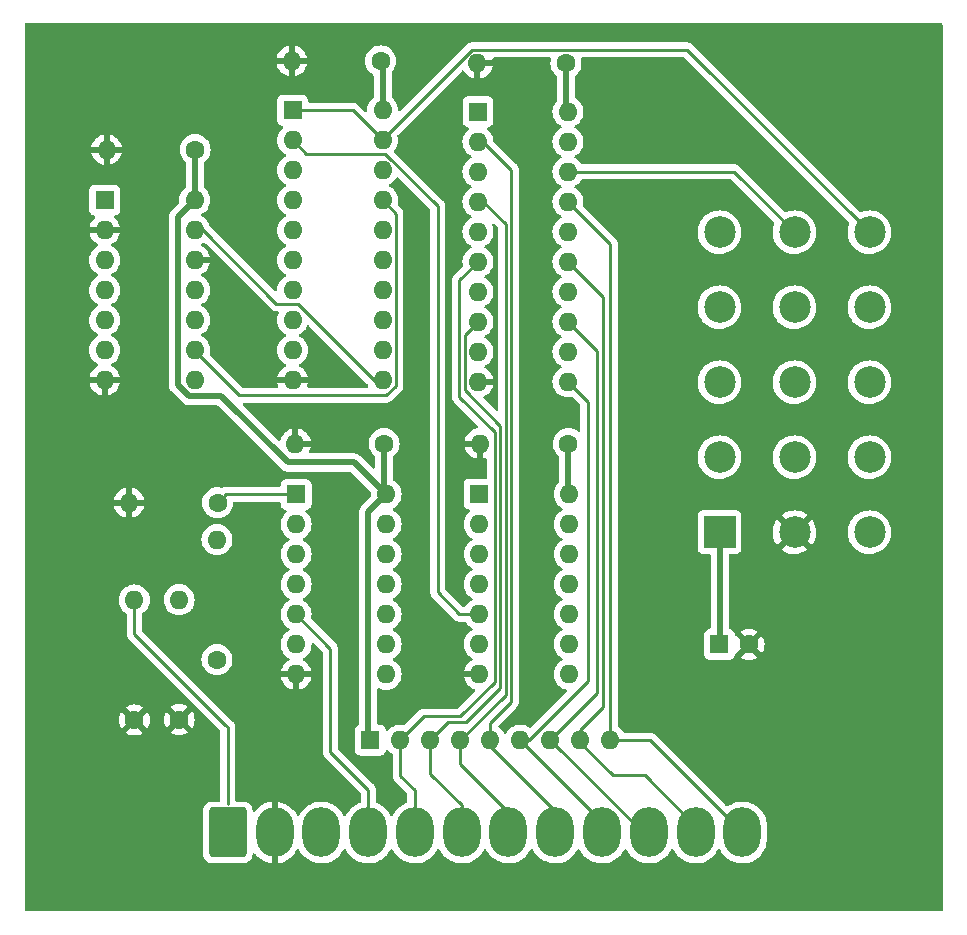
<source format=gbr>
%TF.GenerationSoftware,KiCad,Pcbnew,(6.0.5-0)*%
%TF.CreationDate,2023-12-07T08:40:19-07:00*%
%TF.ProjectId,sega-800-0374,73656761-2d38-4303-902d-303337342e6b,rev?*%
%TF.SameCoordinates,Original*%
%TF.FileFunction,Copper,L2,Bot*%
%TF.FilePolarity,Positive*%
%FSLAX46Y46*%
G04 Gerber Fmt 4.6, Leading zero omitted, Abs format (unit mm)*
G04 Created by KiCad (PCBNEW (6.0.5-0)) date 2023-12-07 08:40:19*
%MOMM*%
%LPD*%
G01*
G04 APERTURE LIST*
G04 Aperture macros list*
%AMRoundRect*
0 Rectangle with rounded corners*
0 $1 Rounding radius*
0 $2 $3 $4 $5 $6 $7 $8 $9 X,Y pos of 4 corners*
0 Add a 4 corners polygon primitive as box body*
4,1,4,$2,$3,$4,$5,$6,$7,$8,$9,$2,$3,0*
0 Add four circle primitives for the rounded corners*
1,1,$1+$1,$2,$3*
1,1,$1+$1,$4,$5*
1,1,$1+$1,$6,$7*
1,1,$1+$1,$8,$9*
0 Add four rect primitives between the rounded corners*
20,1,$1+$1,$2,$3,$4,$5,0*
20,1,$1+$1,$4,$5,$6,$7,0*
20,1,$1+$1,$6,$7,$8,$9,0*
20,1,$1+$1,$8,$9,$2,$3,0*%
G04 Aperture macros list end*
%TA.AperFunction,ComponentPad*%
%ADD10O,1.600000X1.600000*%
%TD*%
%TA.AperFunction,ComponentPad*%
%ADD11R,1.600000X1.600000*%
%TD*%
%TA.AperFunction,ComponentPad*%
%ADD12C,1.600000*%
%TD*%
%TA.AperFunction,ComponentPad*%
%ADD13C,2.670000*%
%TD*%
%TA.AperFunction,ComponentPad*%
%ADD14R,2.670000X2.670000*%
%TD*%
%TA.AperFunction,ComponentPad*%
%ADD15O,3.160000X4.200000*%
%TD*%
%TA.AperFunction,ComponentPad*%
%ADD16O,3.159999X4.199999*%
%TD*%
%TA.AperFunction,ComponentPad*%
%ADD17RoundRect,0.250000X-1.330000X-1.850000X1.330000X-1.850000X1.330000X1.850000X-1.330000X1.850000X0*%
%TD*%
%TA.AperFunction,ViaPad*%
%ADD18C,6.350000*%
%TD*%
%TA.AperFunction,Conductor*%
%ADD19C,0.254000*%
%TD*%
%TA.AperFunction,Conductor*%
%ADD20C,0.508000*%
%TD*%
G04 APERTURE END LIST*
D10*
%TO.P,U5,14,VCC*%
%TO.N,+5V*%
X115811500Y-101589000D03*
%TO.P,U5,13*%
%TO.N,N/C*%
X115811500Y-104129000D03*
%TO.P,U5,12*%
X115811500Y-106669000D03*
%TO.P,U5,11*%
X115811500Y-109209000D03*
%TO.P,U5,10*%
X115811500Y-111749000D03*
%TO.P,U5,9*%
X115811500Y-114289000D03*
%TO.P,U5,8*%
X115811500Y-116829000D03*
%TO.P,U5,7,GND*%
%TO.N,GND*%
X108191500Y-116829000D03*
%TO.P,U5,6,~{Q}*%
%TO.N,unconnected-(U5-Pad6)*%
X108191500Y-114289000D03*
%TO.P,U5,5,Q*%
%TO.N,/SPIN_Q*%
X108191500Y-111749000D03*
%TO.P,U5,4,~{S}*%
%TO.N,+5V*%
X108191500Y-109209000D03*
%TO.P,U5,3,C*%
%TO.N,/SPIN_C*%
X108191500Y-106669000D03*
%TO.P,U5,2,D*%
%TO.N,Net-(U4-Pad4)*%
X108191500Y-104129000D03*
D11*
%TO.P,U5,1,~{R}*%
%TO.N,+5V*%
X108191500Y-101589000D03*
%TD*%
D10*
%TO.P,C25,2*%
%TO.N,GND*%
X108241501Y-97314004D03*
D12*
%TO.P,C25,1*%
%TO.N,+5V*%
X115741501Y-97314004D03*
%TD*%
D10*
%TO.P,U3,20,VCC*%
%TO.N,+5V*%
X115711500Y-69214000D03*
%TO.P,U3,19,OEb*%
%TO.N,Net-(U3-Pad1)*%
X115711500Y-71754000D03*
%TO.P,U3,18,O0a*%
%TO.N,/B0*%
X115711500Y-74294000D03*
%TO.P,U3,17,I3b*%
%TO.N,/IN7*%
X115711500Y-76834000D03*
%TO.P,U3,16,O1a*%
%TO.N,/B1*%
X115711500Y-79374000D03*
%TO.P,U3,15,I2b*%
%TO.N,/IN6*%
X115711500Y-81914000D03*
%TO.P,U3,14,O2a*%
%TO.N,/B2*%
X115711500Y-84454000D03*
%TO.P,U3,13,I1b*%
%TO.N,/IN5*%
X115711500Y-86994000D03*
%TO.P,U3,12,O3a*%
%TO.N,/B3*%
X115711500Y-89534000D03*
%TO.P,U3,11,I0b*%
%TO.N,/IN4*%
X115711500Y-92074000D03*
%TO.P,U3,10,GND*%
%TO.N,GND*%
X108091500Y-92074000D03*
%TO.P,U3,9,O0b*%
%TO.N,/B4*%
X108091500Y-89534000D03*
%TO.P,U3,8,I3a*%
%TO.N,/IN0*%
X108091500Y-86994000D03*
%TO.P,U3,7,O1b*%
%TO.N,/B5*%
X108091500Y-84454000D03*
%TO.P,U3,6,I2a*%
%TO.N,/IN1*%
X108091500Y-81914000D03*
%TO.P,U3,5,O2b*%
%TO.N,/B6*%
X108091500Y-79374000D03*
%TO.P,U3,4,I1a*%
%TO.N,/IN3*%
X108091500Y-76834000D03*
%TO.P,U3,3,O3b*%
%TO.N,/B7*%
X108091500Y-74294000D03*
%TO.P,U3,2,I0a*%
%TO.N,/IN2*%
X108091500Y-71754000D03*
D11*
%TO.P,U3,1,OEa*%
%TO.N,Net-(U3-Pad1)*%
X108091500Y-69214000D03*
%TD*%
D10*
%TO.P,C22,2*%
%TO.N,GND*%
X92341507Y-64913993D03*
D12*
%TO.P,C22,1*%
%TO.N,+5V*%
X99841507Y-64913993D03*
%TD*%
D10*
%TO.P,C24,2*%
%TO.N,GND*%
X92641507Y-97314004D03*
D12*
%TO.P,C24,1*%
%TO.N,+5V*%
X100141507Y-97314004D03*
%TD*%
D10*
%TO.P,C4,2*%
%TO.N,GND*%
X78541509Y-102313994D03*
D12*
%TO.P,C4,1*%
%TO.N,N/C*%
X86041509Y-102313994D03*
%TD*%
D13*
%TO.P,P10,15,15*%
%TO.N,/OUT0*%
X141241501Y-79413989D03*
%TO.P,P10,14,14*%
%TO.N,/B0*%
X134891501Y-79413989D03*
%TO.P,P10,13,13*%
%TO.N,/B1*%
X128541501Y-79413989D03*
%TO.P,P10,12,12*%
%TO.N,/OUT1*%
X141241501Y-85763989D03*
%TO.P,P10,11,11*%
%TO.N,/B6*%
X134891501Y-85763989D03*
%TO.P,P10,10,10*%
%TO.N,/B5*%
X128541501Y-85763989D03*
%TO.P,P10,9,9*%
%TO.N,/B7*%
X141241501Y-92113989D03*
%TO.P,P10,8,8*%
%TO.N,/B2*%
X134891501Y-92113989D03*
%TO.P,P10,7,7*%
%TO.N,/B4*%
X128541501Y-92113989D03*
%TO.P,P10,6,6*%
%TO.N,unconnected-(P1-Pad6)*%
X141241501Y-98463989D03*
%TO.P,P10,5,5*%
%TO.N,/OUT3*%
X134891501Y-98463989D03*
%TO.P,P10,4,4*%
%TO.N,/B3*%
X128541501Y-98463989D03*
%TO.P,P10,3,3*%
%TO.N,/OUT2*%
X141241501Y-104813989D03*
%TO.P,P10,2,2*%
%TO.N,GND*%
X134891501Y-104813989D03*
D14*
%TO.P,P10,1,1*%
%TO.N,+5V*%
X128541501Y-104813989D03*
%TD*%
D11*
%TO.P,RN1,1,common*%
%TO.N,+5V*%
X98971500Y-122414000D03*
D10*
%TO.P,RN1,2,R1*%
%TO.N,/IN1*%
X101511506Y-122414005D03*
%TO.P,RN1,3,R2*%
%TO.N,/IN0*%
X104051506Y-122414005D03*
%TO.P,RN1,4,R3*%
%TO.N,/IN3*%
X106591506Y-122414005D03*
%TO.P,RN1,5,R4*%
%TO.N,/IN2*%
X109131506Y-122414005D03*
%TO.P,RN1,6,R5*%
%TO.N,/IN4*%
X111671500Y-122414000D03*
%TO.P,RN1,7,R6*%
%TO.N,/IN5*%
X114211500Y-122414000D03*
%TO.P,RN1,8,R7*%
%TO.N,/IN6*%
X116751500Y-122414000D03*
%TO.P,RN1,9,R8*%
%TO.N,/IN7*%
X119291500Y-122414000D03*
%TD*%
D11*
%TO.P,U1,1,CP*%
%TO.N,Net-(U1-Pad1)*%
X76491500Y-76689000D03*
D10*
%TO.P,U1,2,MR*%
%TO.N,GND*%
X76491500Y-79229000D03*
%TO.P,U1,3,Q0*%
%TO.N,/Q0*%
X76491500Y-81769000D03*
%TO.P,U1,4,Q1*%
%TO.N,/Q1*%
X76491500Y-84309000D03*
%TO.P,U1,5,Q2*%
%TO.N,/Q2*%
X76491500Y-86849000D03*
%TO.P,U1,6,Q3*%
%TO.N,/Q3*%
X76491500Y-89389000D03*
%TO.P,U1,7,GND*%
%TO.N,GND*%
X76491500Y-91929000D03*
%TO.P,U1,8,Q3*%
%TO.N,unconnected-(U1-Pad8)*%
X84111500Y-91929000D03*
%TO.P,U1,9,Q2*%
%TO.N,/Q6*%
X84111500Y-89389000D03*
%TO.P,U1,10,Q1*%
%TO.N,/Q5*%
X84111500Y-86849000D03*
%TO.P,U1,11,Q0*%
%TO.N,/Q4*%
X84111500Y-84309000D03*
%TO.P,U1,12,MR*%
%TO.N,GND*%
X84111500Y-81769000D03*
%TO.P,U1,13,CP*%
%TO.N,/Q3*%
X84111500Y-79229000D03*
%TO.P,U1,14,VCC*%
%TO.N,+5V*%
X84111500Y-76689000D03*
%TD*%
%TO.P,C23,2*%
%TO.N,GND*%
X108041501Y-65113992D03*
D12*
%TO.P,C23,1*%
%TO.N,+5V*%
X115541501Y-65113992D03*
%TD*%
D10*
%TO.P,R1,2*%
%TO.N,N/C*%
X85991497Y-105434003D03*
D12*
%TO.P,R1,1*%
%TO.N,/SPIN_C*%
X85991497Y-115594003D03*
%TD*%
D10*
%TO.P,R2,2*%
%TO.N,/SPIN_DIR*%
X78991511Y-110554008D03*
D12*
%TO.P,R2,1*%
%TO.N,GND*%
X78991511Y-120714008D03*
%TD*%
%TO.P,C1,1*%
%TO.N,+5V*%
X84141500Y-72414000D03*
D10*
%TO.P,C1,2*%
%TO.N,GND*%
X76641500Y-72414000D03*
%TD*%
D11*
%TO.P,U2,1,OEa*%
%TO.N,/OUT0*%
X92391500Y-69089000D03*
D10*
%TO.P,U2,2,I0a*%
%TO.N,/SPIN_Q*%
X92391500Y-71629000D03*
%TO.P,U2,3,O3b*%
%TO.N,/B7*%
X92391500Y-74169000D03*
%TO.P,U2,4,I1a*%
%TO.N,/Q0*%
X92391500Y-76709000D03*
%TO.P,U2,5,O2b*%
%TO.N,/B6*%
X92391500Y-79249000D03*
%TO.P,U2,6,I2a*%
%TO.N,/Q1*%
X92391500Y-81789000D03*
%TO.P,U2,7,O1b*%
%TO.N,/B5*%
X92391500Y-84329000D03*
%TO.P,U2,8,I3a*%
%TO.N,/Q2*%
X92391500Y-86869000D03*
%TO.P,U2,9,O0b*%
%TO.N,/B4*%
X92391500Y-89409000D03*
%TO.P,U2,10,GND*%
%TO.N,GND*%
X92391500Y-91949000D03*
%TO.P,U2,11,I0b*%
%TO.N,/Q3*%
X100011500Y-91949000D03*
%TO.P,U2,12,O3a*%
%TO.N,/B3*%
X100011500Y-89409000D03*
%TO.P,U2,13,I1b*%
%TO.N,/Q4*%
X100011500Y-86869000D03*
%TO.P,U2,14,O2a*%
%TO.N,/B2*%
X100011500Y-84329000D03*
%TO.P,U2,15,I2b*%
%TO.N,/Q5*%
X100011500Y-81789000D03*
%TO.P,U2,16,O1a*%
%TO.N,/B1*%
X100011500Y-79249000D03*
%TO.P,U2,17,I3b*%
%TO.N,/Q6*%
X100011500Y-76709000D03*
%TO.P,U2,18,O0a*%
%TO.N,/B0*%
X100011500Y-74169000D03*
%TO.P,U2,19,OEb*%
%TO.N,/OUT0*%
X100011500Y-71629000D03*
%TO.P,U2,20,VCC*%
%TO.N,+5V*%
X100011500Y-69089000D03*
%TD*%
D12*
%TO.P,C3,2*%
%TO.N,GND*%
X131038849Y-114313995D03*
D11*
%TO.P,C3,1*%
%TO.N,+5V*%
X128538849Y-114313995D03*
%TD*%
D15*
%TO.P,P30,12,Pin_12*%
%TO.N,/IN7*%
X130471510Y-130239008D03*
%TO.P,P30,11,Pin_11*%
%TO.N,/IN6*%
X126511510Y-130239008D03*
%TO.P,P30,10,Pin_10*%
%TO.N,/IN5*%
X122551510Y-130239008D03*
%TO.P,P30,9,Pin_9*%
%TO.N,/IN4*%
X118591510Y-130239008D03*
D16*
%TO.P,P30,8,Pin_8*%
%TO.N,/IN2*%
X114631521Y-130239008D03*
%TO.P,P30,7,Pin_7*%
%TO.N,/IN3*%
X110671508Y-130239008D03*
%TO.P,P30,6,Pin_6*%
%TO.N,/IN0*%
X106711521Y-130239008D03*
%TO.P,P30,5,Pin_5*%
%TO.N,/IN1*%
X102751509Y-130239008D03*
D15*
%TO.P,P30,4,Pin_4*%
%TO.N,/SPIN_CLK*%
X98791510Y-130239008D03*
%TO.P,P30,3,Pin_3*%
%TO.N,+5V*%
X94831510Y-130239008D03*
%TO.P,P30,2,Pin_2*%
%TO.N,GND*%
X90871510Y-130239008D03*
D17*
%TO.P,P30,1,Pin_1*%
%TO.N,/SPIN_DIR*%
X86911510Y-130239008D03*
%TD*%
D10*
%TO.P,U4,14,VCC*%
%TO.N,+5V*%
X100311500Y-101614000D03*
%TO.P,U4,13*%
%TO.N,N/C*%
X100311500Y-104154000D03*
%TO.P,U4,12*%
X100311500Y-106694000D03*
%TO.P,U4,11*%
X100311500Y-109234000D03*
%TO.P,U4,10*%
X100311500Y-111774000D03*
%TO.P,U4,9*%
%TO.N,/OUT0*%
X100311500Y-114314000D03*
%TO.P,U4,8*%
%TO.N,Net-(U3-Pad1)*%
X100311500Y-116854000D03*
%TO.P,U4,7,GND*%
%TO.N,GND*%
X92691500Y-116854000D03*
%TO.P,U4,6*%
%TO.N,/SPIN_C*%
X92691500Y-114314000D03*
%TO.P,U4,5*%
%TO.N,/SPIN_CLK*%
X92691500Y-111774000D03*
%TO.P,U4,4*%
%TO.N,Net-(U4-Pad4)*%
X92691500Y-109234000D03*
%TO.P,U4,3*%
%TO.N,/SPIN_DIR*%
X92691500Y-106694000D03*
%TO.P,U4,2*%
%TO.N,Net-(U1-Pad1)*%
X92691500Y-104154000D03*
D11*
%TO.P,U4,1*%
%TO.N,N/C*%
X92691509Y-101613995D03*
%TD*%
D10*
%TO.P,R3,2*%
%TO.N,/SPIN_CLK*%
X82791503Y-110533993D03*
D12*
%TO.P,R3,1*%
%TO.N,GND*%
X82791503Y-120693993D03*
%TD*%
D18*
%TO.N,GND*%
X74271505Y-66294000D03*
X74271500Y-129794000D03*
X142891510Y-66613989D03*
X142851500Y-129794000D03*
%TD*%
D19*
%TO.N,*%
X92691509Y-101613995D02*
X86741508Y-101613995D01*
X86741508Y-101613995D02*
X86041509Y-102313994D01*
D20*
%TO.N,+5V*%
X115741500Y-97314000D02*
X115741500Y-101519000D01*
X84111500Y-76689000D02*
X82691500Y-78109000D01*
X100011500Y-69089000D02*
X100011500Y-65084000D01*
X91971530Y-98914000D02*
X97611500Y-98914000D01*
X100141500Y-97314000D02*
X100141500Y-101444000D01*
X128541500Y-104814000D02*
X128541500Y-113911349D01*
X98791500Y-103134000D02*
X98791500Y-122594000D01*
X86371530Y-93314000D02*
X91971530Y-98914000D01*
X84111500Y-76689000D02*
X84111500Y-72444000D01*
X100011500Y-65084000D02*
X99841500Y-64914000D01*
X84111500Y-72444000D02*
X84141500Y-72414000D01*
X97611500Y-98914000D02*
X100311500Y-101614000D01*
X115541500Y-65114000D02*
X115541500Y-69044000D01*
X100141500Y-101444000D02*
X100311500Y-101614000D01*
X83657633Y-93314000D02*
X86371530Y-93314000D01*
X100311500Y-101614000D02*
X98791500Y-103134000D01*
X115741500Y-101519000D02*
X115811500Y-101589000D01*
X82691500Y-78109000D02*
X82691500Y-92347867D01*
X82691500Y-92347867D02*
X83657633Y-93314000D01*
X115541500Y-69044000D02*
X115711500Y-69214000D01*
D19*
%TO.N,/IN0*%
X108091500Y-86994000D02*
X106964989Y-88120511D01*
X106964989Y-92787489D02*
X109984460Y-95806960D01*
X104051506Y-122414005D02*
X104051506Y-125274006D01*
X105551511Y-120914000D02*
X104051506Y-122414005D01*
X109984460Y-118021040D02*
X107091500Y-120914000D01*
X104051506Y-125274006D02*
X106711521Y-127934021D01*
X106711521Y-127934021D02*
X106711521Y-130239008D01*
X106964989Y-88120511D02*
X106964989Y-92787489D01*
X109984460Y-95806960D02*
X109984460Y-118021040D01*
X107091500Y-120914000D02*
X105551511Y-120914000D01*
%TO.N,/IN1*%
X101511506Y-125434006D02*
X102751509Y-126674009D01*
X106511469Y-93333969D02*
X109491500Y-96314000D01*
X102751509Y-126674009D02*
X102751509Y-130239008D01*
X109491500Y-96314000D02*
X109491500Y-117514000D01*
X106511469Y-83494031D02*
X106511469Y-93333969D01*
X103511511Y-120414000D02*
X101511506Y-122414005D01*
X109491500Y-117514000D02*
X106591500Y-120414000D01*
X106591500Y-120414000D02*
X103511511Y-120414000D01*
X108091500Y-81914000D02*
X106511469Y-83494031D01*
X101511506Y-122414005D02*
X101511506Y-125434006D01*
%TO.N,/IN2*%
X114631510Y-128454010D02*
X114631510Y-130239008D01*
X109131500Y-122954000D02*
X114631510Y-128454010D01*
X109131500Y-122414000D02*
X109131500Y-122954000D01*
X110891500Y-74114000D02*
X110891500Y-119214000D01*
X108091500Y-71754000D02*
X108531500Y-71754000D01*
X108531500Y-71754000D02*
X110891500Y-74114000D01*
X109131506Y-120973994D02*
X109131506Y-122414005D01*
X110891500Y-119214000D02*
X109131506Y-120973994D01*
%TO.N,/IN3*%
X110437980Y-78760480D02*
X110437980Y-118567531D01*
X108511500Y-76834000D02*
X110437980Y-78760480D01*
X106591506Y-124414006D02*
X106591506Y-122414005D01*
X110437980Y-118567531D02*
X106591506Y-122414005D01*
X110671508Y-130239008D02*
X110671508Y-128494008D01*
X110671508Y-128494008D02*
X106591506Y-124414006D01*
X108091500Y-76834000D02*
X108511500Y-76834000D01*
%TO.N,/IN4*%
X118591500Y-130239000D02*
X118591500Y-129334000D01*
X118591500Y-129334000D02*
X111671500Y-122414000D01*
X111671500Y-122414000D02*
X112391500Y-122414000D01*
X117391500Y-117414000D02*
X117391500Y-93754000D01*
X112391500Y-122414000D02*
X117391500Y-117414000D01*
X117391500Y-93754000D02*
X115711500Y-92074000D01*
%TO.N,/IN5*%
X122036500Y-130239000D02*
X122551500Y-130239000D01*
X114211500Y-122414000D02*
X122036500Y-130239000D01*
X114211500Y-122414000D02*
X118191500Y-118434000D01*
X118191500Y-89474000D02*
X115711500Y-86994000D01*
X118191500Y-118434000D02*
X118191500Y-89474000D01*
%TO.N,/IN6*%
X118691500Y-84894000D02*
X115711500Y-81914000D01*
X126511500Y-129734000D02*
X126511500Y-130239000D01*
X116751500Y-122414000D02*
X116751500Y-121554000D01*
X122191500Y-125414000D02*
X126511500Y-129734000D01*
X119491500Y-125414000D02*
X122191500Y-125414000D01*
X116751500Y-121554000D02*
X118691500Y-119614000D01*
X116751500Y-122414000D02*
X116751500Y-122674000D01*
X116751500Y-122674000D02*
X119491500Y-125414000D01*
X118691500Y-119614000D02*
X118691500Y-84894000D01*
%TO.N,/IN7*%
X119291500Y-122414000D02*
X122646500Y-122414000D01*
X122646500Y-122414000D02*
X130471500Y-130239000D01*
X119291500Y-80414000D02*
X119291500Y-122414000D01*
X115711500Y-76834000D02*
X119291500Y-80414000D01*
%TO.N,/B0*%
X129771500Y-74294000D02*
X134891500Y-79414000D01*
X115711500Y-74294000D02*
X129771500Y-74294000D01*
%TO.N,/OUT0*%
X100011500Y-71550872D02*
X100011500Y-71629000D01*
X141241500Y-79414000D02*
X125814989Y-63987489D01*
X97471500Y-69089000D02*
X100011500Y-71629000D01*
X125814989Y-63987489D02*
X107574883Y-63987489D01*
X107574883Y-63987489D02*
X100011500Y-71550872D01*
X92391500Y-69089000D02*
X97471500Y-69089000D01*
%TO.N,/SPIN_DIR*%
X86691500Y-121114000D02*
X86911510Y-121334010D01*
X78991511Y-113414011D02*
X86691500Y-121114000D01*
X86911510Y-121334010D02*
X86911510Y-127812488D01*
X78991511Y-110554008D02*
X78991511Y-113414011D01*
%TO.N,/SPIN_CLK*%
X98791500Y-130239000D02*
X98791500Y-126614000D01*
X98791500Y-126614000D02*
X95591500Y-123414000D01*
X95591500Y-123414000D02*
X95591500Y-114674000D01*
X95591500Y-114674000D02*
X92691500Y-111774000D01*
%TO.N,/Q3*%
X92833011Y-85455511D02*
X91033011Y-85455511D01*
X100011500Y-91949000D02*
X99326500Y-91949000D01*
X99326500Y-91949000D02*
X92833011Y-85455511D01*
X84806500Y-79229000D02*
X84111500Y-79229000D01*
X91033011Y-85455511D02*
X84806500Y-79229000D01*
%TO.N,/Q6*%
X87891500Y-93214000D02*
X84111500Y-89434000D01*
X100339628Y-93214000D02*
X87891500Y-93214000D01*
X84111500Y-89434000D02*
X84111500Y-89389000D01*
X101138011Y-92415617D02*
X100339628Y-93214000D01*
X100011500Y-76709000D02*
X101138011Y-77835511D01*
X101138011Y-77835511D02*
X101138011Y-92415617D01*
%TO.N,/SPIN_Q*%
X100233011Y-72755511D02*
X104691500Y-77214000D01*
X93518011Y-72755511D02*
X100233011Y-72755511D01*
X92391500Y-71629000D02*
X93518011Y-72755511D01*
X104691500Y-109914000D02*
X106526500Y-111749000D01*
X106526500Y-111749000D02*
X108191500Y-111749000D01*
X104691500Y-77214000D02*
X104691500Y-109914000D01*
%TD*%
%TA.AperFunction,Conductor*%
%TO.N,GND*%
G36*
X147365121Y-61742502D02*
G01*
X147411614Y-61796158D01*
X147423000Y-61848500D01*
X147423000Y-136779500D01*
X147402998Y-136847621D01*
X147349342Y-136894114D01*
X147297000Y-136905500D01*
X69826000Y-136905500D01*
X69757879Y-136885498D01*
X69711386Y-136831842D01*
X69700000Y-136779500D01*
X69700000Y-121800070D01*
X78270004Y-121800070D01*
X78279300Y-121812085D01*
X78330505Y-121847939D01*
X78340000Y-121853422D01*
X78537458Y-121945498D01*
X78547750Y-121949244D01*
X78758199Y-122005633D01*
X78768992Y-122007536D01*
X78986036Y-122026525D01*
X78996986Y-122026525D01*
X79214030Y-122007536D01*
X79224823Y-122005633D01*
X79435272Y-121949244D01*
X79445564Y-121945498D01*
X79643022Y-121853422D01*
X79652517Y-121847939D01*
X79704559Y-121811499D01*
X79712935Y-121801020D01*
X79705867Y-121787574D01*
X79698348Y-121780055D01*
X82069996Y-121780055D01*
X82079292Y-121792070D01*
X82130497Y-121827924D01*
X82139992Y-121833407D01*
X82337450Y-121925483D01*
X82347742Y-121929229D01*
X82558191Y-121985618D01*
X82568984Y-121987521D01*
X82786028Y-122006510D01*
X82796978Y-122006510D01*
X83014022Y-121987521D01*
X83024815Y-121985618D01*
X83235264Y-121929229D01*
X83245556Y-121925483D01*
X83443014Y-121833407D01*
X83452509Y-121827924D01*
X83504551Y-121791484D01*
X83512927Y-121781005D01*
X83505859Y-121767559D01*
X82804315Y-121066015D01*
X82790371Y-121058401D01*
X82788538Y-121058532D01*
X82781923Y-121062783D01*
X82076426Y-121768280D01*
X82069996Y-121780055D01*
X79698348Y-121780055D01*
X79004323Y-121086030D01*
X78990379Y-121078416D01*
X78988546Y-121078547D01*
X78981931Y-121082798D01*
X78276434Y-121788295D01*
X78270004Y-121800070D01*
X69700000Y-121800070D01*
X69700000Y-120719483D01*
X77678994Y-120719483D01*
X77697983Y-120936527D01*
X77699886Y-120947320D01*
X77756275Y-121157769D01*
X77760021Y-121168061D01*
X77852097Y-121365519D01*
X77857580Y-121375014D01*
X77894020Y-121427056D01*
X77904499Y-121435432D01*
X77917945Y-121428364D01*
X78619489Y-120726820D01*
X78625867Y-120715140D01*
X79355919Y-120715140D01*
X79356050Y-120716973D01*
X79360301Y-120723588D01*
X80065798Y-121429085D01*
X80077573Y-121435515D01*
X80089588Y-121426219D01*
X80125442Y-121375014D01*
X80130925Y-121365519D01*
X80223001Y-121168061D01*
X80226747Y-121157769D01*
X80283136Y-120947320D01*
X80285039Y-120936527D01*
X80304028Y-120719483D01*
X80304028Y-120708533D01*
X80303235Y-120699468D01*
X81478986Y-120699468D01*
X81497975Y-120916512D01*
X81499878Y-120927305D01*
X81556267Y-121137754D01*
X81560013Y-121148046D01*
X81652089Y-121345504D01*
X81657572Y-121354999D01*
X81694012Y-121407041D01*
X81704491Y-121415417D01*
X81717937Y-121408349D01*
X82419481Y-120706805D01*
X82425859Y-120695125D01*
X83155911Y-120695125D01*
X83156042Y-120696958D01*
X83160293Y-120703573D01*
X83865790Y-121409070D01*
X83877565Y-121415500D01*
X83889580Y-121406204D01*
X83925434Y-121354999D01*
X83930917Y-121345504D01*
X84022993Y-121148046D01*
X84026739Y-121137754D01*
X84083128Y-120927305D01*
X84085031Y-120916512D01*
X84104020Y-120699468D01*
X84104020Y-120688518D01*
X84085031Y-120471474D01*
X84083128Y-120460681D01*
X84026739Y-120250232D01*
X84022993Y-120239940D01*
X83930917Y-120042482D01*
X83925434Y-120032987D01*
X83888994Y-119980945D01*
X83878515Y-119972569D01*
X83865069Y-119979637D01*
X83163525Y-120681181D01*
X83155911Y-120695125D01*
X82425859Y-120695125D01*
X82427095Y-120692861D01*
X82426964Y-120691028D01*
X82422713Y-120684413D01*
X81717216Y-119978916D01*
X81705441Y-119972486D01*
X81693426Y-119981782D01*
X81657572Y-120032987D01*
X81652089Y-120042482D01*
X81560013Y-120239940D01*
X81556267Y-120250232D01*
X81499878Y-120460681D01*
X81497975Y-120471474D01*
X81478986Y-120688518D01*
X81478986Y-120699468D01*
X80303235Y-120699468D01*
X80285039Y-120491489D01*
X80283136Y-120480696D01*
X80226747Y-120270247D01*
X80223001Y-120259955D01*
X80130925Y-120062497D01*
X80125442Y-120053002D01*
X80089002Y-120000960D01*
X80078523Y-119992584D01*
X80065077Y-119999652D01*
X79363533Y-120701196D01*
X79355919Y-120715140D01*
X78625867Y-120715140D01*
X78627103Y-120712876D01*
X78626972Y-120711043D01*
X78622721Y-120704428D01*
X77917224Y-119998931D01*
X77905449Y-119992501D01*
X77893434Y-120001797D01*
X77857580Y-120053002D01*
X77852097Y-120062497D01*
X77760021Y-120259955D01*
X77756275Y-120270247D01*
X77699886Y-120480696D01*
X77697983Y-120491489D01*
X77678994Y-120708533D01*
X77678994Y-120719483D01*
X69700000Y-120719483D01*
X69700000Y-119626996D01*
X78270087Y-119626996D01*
X78277155Y-119640442D01*
X78978699Y-120341986D01*
X78992643Y-120349600D01*
X78994476Y-120349469D01*
X79001091Y-120345218D01*
X79706588Y-119639721D01*
X79713018Y-119627946D01*
X79703722Y-119615931D01*
X79690940Y-119606981D01*
X82070079Y-119606981D01*
X82077147Y-119620427D01*
X82778691Y-120321971D01*
X82792635Y-120329585D01*
X82794468Y-120329454D01*
X82801083Y-120325203D01*
X83506580Y-119619706D01*
X83513010Y-119607931D01*
X83503714Y-119595916D01*
X83452509Y-119560062D01*
X83443014Y-119554579D01*
X83245556Y-119462503D01*
X83235264Y-119458757D01*
X83024815Y-119402368D01*
X83014022Y-119400465D01*
X82796978Y-119381476D01*
X82786028Y-119381476D01*
X82568984Y-119400465D01*
X82558191Y-119402368D01*
X82347742Y-119458757D01*
X82337450Y-119462503D01*
X82139992Y-119554579D01*
X82130497Y-119560062D01*
X82078455Y-119596502D01*
X82070079Y-119606981D01*
X79690940Y-119606981D01*
X79652517Y-119580077D01*
X79643022Y-119574594D01*
X79445564Y-119482518D01*
X79435272Y-119478772D01*
X79224823Y-119422383D01*
X79214030Y-119420480D01*
X78996986Y-119401491D01*
X78986036Y-119401491D01*
X78768992Y-119420480D01*
X78758199Y-119422383D01*
X78547750Y-119478772D01*
X78537458Y-119482518D01*
X78340000Y-119574594D01*
X78330505Y-119580077D01*
X78278463Y-119616517D01*
X78270087Y-119626996D01*
X69700000Y-119626996D01*
X69700000Y-110554008D01*
X77678013Y-110554008D01*
X77697968Y-110782095D01*
X77699392Y-110787408D01*
X77699392Y-110787410D01*
X77738728Y-110934211D01*
X77757227Y-111003251D01*
X77759550Y-111008232D01*
X77759550Y-111008233D01*
X77851662Y-111205770D01*
X77851665Y-111205775D01*
X77853988Y-111210757D01*
X77857145Y-111215265D01*
X77968140Y-111373782D01*
X77985313Y-111398308D01*
X78147211Y-111560206D01*
X78151719Y-111563363D01*
X78151722Y-111563365D01*
X78302282Y-111668788D01*
X78346610Y-111724245D01*
X78356011Y-111772001D01*
X78356011Y-113334991D01*
X78355481Y-113346225D01*
X78353803Y-113353730D01*
X78354052Y-113361649D01*
X78355949Y-113422023D01*
X78356011Y-113425980D01*
X78356011Y-113453994D01*
X78356507Y-113457919D01*
X78356507Y-113457920D01*
X78356519Y-113458015D01*
X78357452Y-113469860D01*
X78358846Y-113514216D01*
X78361058Y-113521828D01*
X78364524Y-113533759D01*
X78368534Y-113553123D01*
X78371084Y-113573310D01*
X78374000Y-113580674D01*
X78374001Y-113580679D01*
X78387418Y-113614567D01*
X78391263Y-113625796D01*
X78396109Y-113642476D01*
X78403642Y-113668404D01*
X78407680Y-113675231D01*
X78407681Y-113675234D01*
X78413999Y-113685917D01*
X78422699Y-113703675D01*
X78427272Y-113715226D01*
X78427276Y-113715232D01*
X78430192Y-113722599D01*
X78434850Y-113729010D01*
X78434851Y-113729012D01*
X78456275Y-113758499D01*
X78462792Y-113768421D01*
X78481337Y-113799779D01*
X78481340Y-113799783D01*
X78485377Y-113806609D01*
X78499761Y-113820993D01*
X78512602Y-113836027D01*
X78524569Y-113852498D01*
X78530677Y-113857551D01*
X78558766Y-113880788D01*
X78567546Y-113888778D01*
X86239105Y-121560338D01*
X86273131Y-121622650D01*
X86276010Y-121649433D01*
X86276010Y-127504508D01*
X86256008Y-127572629D01*
X86202352Y-127619122D01*
X86150010Y-127630508D01*
X85531110Y-127630508D01*
X85527864Y-127630845D01*
X85527860Y-127630845D01*
X85432202Y-127640770D01*
X85432198Y-127640771D01*
X85425344Y-127641482D01*
X85418808Y-127643663D01*
X85418806Y-127643663D01*
X85311007Y-127679628D01*
X85257564Y-127697458D01*
X85107162Y-127790530D01*
X84982205Y-127915705D01*
X84978365Y-127921935D01*
X84978364Y-127921936D01*
X84925953Y-128006963D01*
X84889395Y-128066270D01*
X84887091Y-128073217D01*
X84838338Y-128220204D01*
X84833713Y-128234147D01*
X84833013Y-128240983D01*
X84833012Y-128240986D01*
X84830585Y-128264672D01*
X84823010Y-128338608D01*
X84823010Y-132139408D01*
X84823347Y-132142654D01*
X84823347Y-132142658D01*
X84830682Y-132213345D01*
X84833984Y-132245174D01*
X84836165Y-132251710D01*
X84836165Y-132251712D01*
X84880238Y-132383814D01*
X84889960Y-132412954D01*
X84983032Y-132563356D01*
X85108207Y-132688313D01*
X85114437Y-132692153D01*
X85114438Y-132692154D01*
X85251600Y-132776702D01*
X85258772Y-132781123D01*
X85338515Y-132807572D01*
X85420121Y-132834640D01*
X85420123Y-132834640D01*
X85426649Y-132836805D01*
X85433485Y-132837505D01*
X85433488Y-132837506D01*
X85476541Y-132841917D01*
X85531110Y-132847508D01*
X88291910Y-132847508D01*
X88295156Y-132847171D01*
X88295160Y-132847171D01*
X88390818Y-132837246D01*
X88390822Y-132837245D01*
X88397676Y-132836534D01*
X88404212Y-132834353D01*
X88404214Y-132834353D01*
X88541426Y-132788575D01*
X88565456Y-132780558D01*
X88715858Y-132687486D01*
X88840815Y-132562311D01*
X88933625Y-132411746D01*
X88989307Y-132243869D01*
X88992133Y-132216293D01*
X88999682Y-132142606D01*
X89000010Y-132139408D01*
X89000010Y-132123216D01*
X89020012Y-132055095D01*
X89073668Y-132008602D01*
X89143942Y-131998498D01*
X89208522Y-132027992D01*
X89227946Y-132049155D01*
X89265514Y-132100863D01*
X89271161Y-132107593D01*
X89467899Y-132311322D01*
X89474421Y-132317193D01*
X89697598Y-132491558D01*
X89704871Y-132496464D01*
X89950136Y-132638068D01*
X89958046Y-132641926D01*
X90220626Y-132748014D01*
X90228978Y-132750728D01*
X90503776Y-132819243D01*
X90512420Y-132820768D01*
X90599495Y-132829920D01*
X90614146Y-132827240D01*
X90617510Y-132814921D01*
X90617510Y-127661699D01*
X90613731Y-127648830D01*
X90598665Y-127646907D01*
X90369467Y-127687321D01*
X90360966Y-127689441D01*
X90091610Y-127776959D01*
X90083463Y-127780250D01*
X89828913Y-127904404D01*
X89821316Y-127908789D01*
X89586521Y-128067161D01*
X89579598Y-128072569D01*
X89369134Y-128262072D01*
X89363033Y-128268390D01*
X89222531Y-128435833D01*
X89163422Y-128475159D01*
X89092434Y-128476285D01*
X89032106Y-128438854D01*
X89001593Y-128374749D01*
X89000010Y-128354841D01*
X89000010Y-128338608D01*
X88997111Y-128310670D01*
X88989748Y-128239700D01*
X88989747Y-128239696D01*
X88989036Y-128232842D01*
X88969555Y-128174449D01*
X88935781Y-128073217D01*
X88933060Y-128065062D01*
X88839988Y-127914660D01*
X88714813Y-127789703D01*
X88701418Y-127781446D01*
X88570478Y-127700733D01*
X88570476Y-127700732D01*
X88564248Y-127696893D01*
X88447830Y-127658279D01*
X88402899Y-127643376D01*
X88402897Y-127643376D01*
X88396371Y-127641211D01*
X88389535Y-127640511D01*
X88389532Y-127640510D01*
X88346479Y-127636099D01*
X88291910Y-127630508D01*
X87673010Y-127630508D01*
X87604889Y-127610506D01*
X87558396Y-127556850D01*
X87547010Y-127504508D01*
X87547010Y-121413030D01*
X87547540Y-121401796D01*
X87549218Y-121394291D01*
X87547072Y-121325998D01*
X87547010Y-121322041D01*
X87547010Y-121294027D01*
X87546502Y-121290006D01*
X87545568Y-121278154D01*
X87545516Y-121276482D01*
X87544175Y-121233805D01*
X87538497Y-121214261D01*
X87534487Y-121194898D01*
X87532930Y-121182570D01*
X87532930Y-121182568D01*
X87531937Y-121174711D01*
X87529021Y-121167347D01*
X87529020Y-121167342D01*
X87515603Y-121133454D01*
X87511758Y-121122225D01*
X87505448Y-121100507D01*
X87499379Y-121079617D01*
X87489020Y-121062101D01*
X87480323Y-121044351D01*
X87472829Y-121025422D01*
X87446750Y-120989527D01*
X87440232Y-120979605D01*
X87421680Y-120948234D01*
X87421676Y-120948229D01*
X87417644Y-120941411D01*
X87403257Y-120927024D01*
X87390416Y-120911990D01*
X87383112Y-120901937D01*
X87378452Y-120895523D01*
X87344260Y-120867237D01*
X87335481Y-120859248D01*
X87112594Y-120636361D01*
X87112590Y-120636358D01*
X83596754Y-117120522D01*
X91408773Y-117120522D01*
X91456264Y-117297761D01*
X91460010Y-117308053D01*
X91552086Y-117505511D01*
X91557569Y-117515007D01*
X91682528Y-117693467D01*
X91689584Y-117701875D01*
X91843625Y-117855916D01*
X91852033Y-117862972D01*
X92030493Y-117987931D01*
X92039989Y-117993414D01*
X92237447Y-118085490D01*
X92247739Y-118089236D01*
X92420003Y-118135394D01*
X92434099Y-118135058D01*
X92437500Y-118127116D01*
X92437500Y-118121967D01*
X92945500Y-118121967D01*
X92949473Y-118135498D01*
X92958022Y-118136727D01*
X93135261Y-118089236D01*
X93145553Y-118085490D01*
X93343011Y-117993414D01*
X93352507Y-117987931D01*
X93530967Y-117862972D01*
X93539375Y-117855916D01*
X93693416Y-117701875D01*
X93700472Y-117693467D01*
X93825431Y-117515007D01*
X93830914Y-117505511D01*
X93922990Y-117308053D01*
X93926736Y-117297761D01*
X93972894Y-117125497D01*
X93972558Y-117111401D01*
X93964616Y-117108000D01*
X92963615Y-117108000D01*
X92948376Y-117112475D01*
X92947171Y-117113865D01*
X92945500Y-117121548D01*
X92945500Y-118121967D01*
X92437500Y-118121967D01*
X92437500Y-117126115D01*
X92433025Y-117110876D01*
X92431635Y-117109671D01*
X92423952Y-117108000D01*
X91423533Y-117108000D01*
X91410002Y-117111973D01*
X91408773Y-117120522D01*
X83596754Y-117120522D01*
X83433232Y-116957000D01*
X82070235Y-115594003D01*
X84677999Y-115594003D01*
X84697954Y-115822090D01*
X84699378Y-115827403D01*
X84699378Y-115827405D01*
X84742821Y-115989533D01*
X84757213Y-116043246D01*
X84759536Y-116048227D01*
X84759536Y-116048228D01*
X84851648Y-116245765D01*
X84851651Y-116245770D01*
X84853974Y-116250752D01*
X84857131Y-116255260D01*
X84944305Y-116379757D01*
X84985299Y-116438303D01*
X85147197Y-116600201D01*
X85151705Y-116603358D01*
X85151708Y-116603360D01*
X85229886Y-116658101D01*
X85334748Y-116731526D01*
X85339730Y-116733849D01*
X85339735Y-116733852D01*
X85537272Y-116825964D01*
X85542254Y-116828287D01*
X85547562Y-116829709D01*
X85547564Y-116829710D01*
X85758095Y-116886122D01*
X85758097Y-116886122D01*
X85763410Y-116887546D01*
X85991497Y-116907501D01*
X86219584Y-116887546D01*
X86224897Y-116886122D01*
X86224899Y-116886122D01*
X86435430Y-116829710D01*
X86435432Y-116829709D01*
X86440740Y-116828287D01*
X86445722Y-116825964D01*
X86643259Y-116733852D01*
X86643264Y-116733849D01*
X86648246Y-116731526D01*
X86753108Y-116658101D01*
X86831286Y-116603360D01*
X86831289Y-116603358D01*
X86835797Y-116600201D01*
X86997695Y-116438303D01*
X87038690Y-116379757D01*
X87125863Y-116255260D01*
X87129020Y-116250752D01*
X87131343Y-116245770D01*
X87131346Y-116245765D01*
X87223458Y-116048228D01*
X87223458Y-116048227D01*
X87225781Y-116043246D01*
X87240174Y-115989533D01*
X87283616Y-115827405D01*
X87283616Y-115827403D01*
X87285040Y-115822090D01*
X87304995Y-115594003D01*
X87285040Y-115365916D01*
X87283616Y-115360601D01*
X87227204Y-115150070D01*
X87227203Y-115150068D01*
X87225781Y-115144760D01*
X87183581Y-115054261D01*
X87131346Y-114942241D01*
X87131343Y-114942236D01*
X87129020Y-114937254D01*
X87055595Y-114832392D01*
X87000854Y-114754214D01*
X87000852Y-114754211D01*
X86997695Y-114749703D01*
X86835797Y-114587805D01*
X86831289Y-114584648D01*
X86831286Y-114584646D01*
X86742392Y-114522402D01*
X86648246Y-114456480D01*
X86643264Y-114454157D01*
X86643259Y-114454154D01*
X86445722Y-114362042D01*
X86445721Y-114362042D01*
X86440740Y-114359719D01*
X86435432Y-114358297D01*
X86435430Y-114358296D01*
X86224899Y-114301884D01*
X86224897Y-114301884D01*
X86219584Y-114300460D01*
X85991497Y-114280505D01*
X85763410Y-114300460D01*
X85758097Y-114301884D01*
X85758095Y-114301884D01*
X85547564Y-114358296D01*
X85547562Y-114358297D01*
X85542254Y-114359719D01*
X85537273Y-114362042D01*
X85537272Y-114362042D01*
X85339735Y-114454154D01*
X85339730Y-114454157D01*
X85334748Y-114456480D01*
X85240602Y-114522402D01*
X85151708Y-114584646D01*
X85151705Y-114584648D01*
X85147197Y-114587805D01*
X84985299Y-114749703D01*
X84982142Y-114754211D01*
X84982140Y-114754214D01*
X84927399Y-114832392D01*
X84853974Y-114937254D01*
X84851651Y-114942236D01*
X84851648Y-114942241D01*
X84799413Y-115054261D01*
X84757213Y-115144760D01*
X84755791Y-115150068D01*
X84755790Y-115150070D01*
X84699378Y-115360601D01*
X84697954Y-115365916D01*
X84677999Y-115594003D01*
X82070235Y-115594003D01*
X79663916Y-113187683D01*
X79629890Y-113125371D01*
X79627011Y-113098588D01*
X79627011Y-111772001D01*
X79647013Y-111703880D01*
X79680740Y-111668788D01*
X79831300Y-111563365D01*
X79831303Y-111563363D01*
X79835811Y-111560206D01*
X79997709Y-111398308D01*
X80014883Y-111373782D01*
X80125877Y-111215265D01*
X80129034Y-111210757D01*
X80131357Y-111205775D01*
X80131360Y-111205770D01*
X80223472Y-111008233D01*
X80223472Y-111008232D01*
X80225795Y-111003251D01*
X80244295Y-110934211D01*
X80283630Y-110787410D01*
X80283630Y-110787408D01*
X80285054Y-110782095D01*
X80305009Y-110554008D01*
X80303258Y-110533993D01*
X81478005Y-110533993D01*
X81497960Y-110762080D01*
X81557219Y-110983236D01*
X81559542Y-110988217D01*
X81559542Y-110988218D01*
X81651654Y-111185755D01*
X81651657Y-111185760D01*
X81653980Y-111190742D01*
X81726825Y-111294775D01*
X81747819Y-111324757D01*
X81785305Y-111378293D01*
X81947203Y-111540191D01*
X81951711Y-111543348D01*
X81951714Y-111543350D01*
X82029892Y-111598091D01*
X82134754Y-111671516D01*
X82139736Y-111673839D01*
X82139741Y-111673842D01*
X82300920Y-111749000D01*
X82342260Y-111768277D01*
X82347568Y-111769699D01*
X82347570Y-111769700D01*
X82558101Y-111826112D01*
X82558103Y-111826112D01*
X82563416Y-111827536D01*
X82791503Y-111847491D01*
X83019590Y-111827536D01*
X83024903Y-111826112D01*
X83024905Y-111826112D01*
X83235436Y-111769700D01*
X83235438Y-111769699D01*
X83240746Y-111768277D01*
X83282086Y-111749000D01*
X83443265Y-111673842D01*
X83443270Y-111673839D01*
X83448252Y-111671516D01*
X83553114Y-111598091D01*
X83631292Y-111543350D01*
X83631295Y-111543348D01*
X83635803Y-111540191D01*
X83797701Y-111378293D01*
X83835188Y-111324757D01*
X83856181Y-111294775D01*
X83929026Y-111190742D01*
X83931349Y-111185760D01*
X83931352Y-111185755D01*
X84023464Y-110988218D01*
X84023464Y-110988217D01*
X84025787Y-110983236D01*
X84085046Y-110762080D01*
X84105001Y-110533993D01*
X84085046Y-110305906D01*
X84068286Y-110243357D01*
X84027210Y-110090060D01*
X84027209Y-110090058D01*
X84025787Y-110084750D01*
X83989197Y-110006282D01*
X83931352Y-109882231D01*
X83931349Y-109882226D01*
X83929026Y-109877244D01*
X83855601Y-109772382D01*
X83800860Y-109694204D01*
X83800858Y-109694201D01*
X83797701Y-109689693D01*
X83635803Y-109527795D01*
X83631295Y-109524638D01*
X83631292Y-109524636D01*
X83549553Y-109467402D01*
X83448252Y-109396470D01*
X83443270Y-109394147D01*
X83443265Y-109394144D01*
X83245728Y-109302032D01*
X83245727Y-109302032D01*
X83240746Y-109299709D01*
X83235438Y-109298287D01*
X83235436Y-109298286D01*
X83024905Y-109241874D01*
X83024903Y-109241874D01*
X83019590Y-109240450D01*
X82791503Y-109220495D01*
X82563416Y-109240450D01*
X82558103Y-109241874D01*
X82558101Y-109241874D01*
X82347570Y-109298286D01*
X82347568Y-109298287D01*
X82342260Y-109299709D01*
X82337279Y-109302032D01*
X82337278Y-109302032D01*
X82139741Y-109394144D01*
X82139736Y-109394147D01*
X82134754Y-109396470D01*
X82033453Y-109467402D01*
X81951714Y-109524636D01*
X81951711Y-109524638D01*
X81947203Y-109527795D01*
X81785305Y-109689693D01*
X81782148Y-109694201D01*
X81782146Y-109694204D01*
X81727405Y-109772382D01*
X81653980Y-109877244D01*
X81651657Y-109882226D01*
X81651654Y-109882231D01*
X81593809Y-110006282D01*
X81557219Y-110084750D01*
X81555797Y-110090058D01*
X81555796Y-110090060D01*
X81514720Y-110243357D01*
X81497960Y-110305906D01*
X81478005Y-110533993D01*
X80303258Y-110533993D01*
X80285054Y-110325921D01*
X80281159Y-110311386D01*
X80227218Y-110110075D01*
X80227217Y-110110073D01*
X80225795Y-110104765D01*
X80216462Y-110084750D01*
X80131360Y-109902246D01*
X80131357Y-109902241D01*
X80129034Y-109897259D01*
X79997709Y-109709708D01*
X79835811Y-109547810D01*
X79831303Y-109544653D01*
X79831300Y-109544651D01*
X79685273Y-109442402D01*
X79648260Y-109416485D01*
X79643278Y-109414162D01*
X79643273Y-109414159D01*
X79445736Y-109322047D01*
X79445735Y-109322047D01*
X79440754Y-109319724D01*
X79435446Y-109318302D01*
X79435444Y-109318301D01*
X79224913Y-109261889D01*
X79224911Y-109261889D01*
X79219598Y-109260465D01*
X78991511Y-109240510D01*
X78763424Y-109260465D01*
X78758111Y-109261889D01*
X78758109Y-109261889D01*
X78547578Y-109318301D01*
X78547576Y-109318302D01*
X78542268Y-109319724D01*
X78537287Y-109322047D01*
X78537286Y-109322047D01*
X78339749Y-109414159D01*
X78339744Y-109414162D01*
X78334762Y-109416485D01*
X78297749Y-109442402D01*
X78151722Y-109544651D01*
X78151719Y-109544653D01*
X78147211Y-109547810D01*
X77985313Y-109709708D01*
X77853988Y-109897259D01*
X77851665Y-109902241D01*
X77851662Y-109902246D01*
X77766560Y-110084750D01*
X77757227Y-110104765D01*
X77755805Y-110110073D01*
X77755804Y-110110075D01*
X77701863Y-110311386D01*
X77697968Y-110325921D01*
X77678013Y-110554008D01*
X69700000Y-110554008D01*
X69700000Y-105434003D01*
X84677999Y-105434003D01*
X84697954Y-105662090D01*
X84699378Y-105667403D01*
X84699378Y-105667405D01*
X84741526Y-105824700D01*
X84757213Y-105883246D01*
X84759536Y-105888227D01*
X84759536Y-105888228D01*
X84851648Y-106085765D01*
X84851651Y-106085770D01*
X84853974Y-106090752D01*
X84862659Y-106103155D01*
X84981329Y-106272633D01*
X84985299Y-106278303D01*
X85147197Y-106440201D01*
X85151705Y-106443358D01*
X85151708Y-106443360D01*
X85229886Y-106498101D01*
X85334748Y-106571526D01*
X85339730Y-106573849D01*
X85339735Y-106573852D01*
X85537272Y-106665964D01*
X85542254Y-106668287D01*
X85547562Y-106669709D01*
X85547564Y-106669710D01*
X85758095Y-106726122D01*
X85758097Y-106726122D01*
X85763410Y-106727546D01*
X85991497Y-106747501D01*
X86219584Y-106727546D01*
X86224897Y-106726122D01*
X86224899Y-106726122D01*
X86435430Y-106669710D01*
X86435432Y-106669709D01*
X86440740Y-106668287D01*
X86445722Y-106665964D01*
X86643259Y-106573852D01*
X86643264Y-106573849D01*
X86648246Y-106571526D01*
X86753108Y-106498101D01*
X86831286Y-106443360D01*
X86831289Y-106443358D01*
X86835797Y-106440201D01*
X86997695Y-106278303D01*
X87001666Y-106272633D01*
X87120335Y-106103155D01*
X87129020Y-106090752D01*
X87131343Y-106085770D01*
X87131346Y-106085765D01*
X87223458Y-105888228D01*
X87223458Y-105888227D01*
X87225781Y-105883246D01*
X87241469Y-105824700D01*
X87283616Y-105667405D01*
X87283616Y-105667403D01*
X87285040Y-105662090D01*
X87304995Y-105434003D01*
X87285040Y-105205916D01*
X87283616Y-105200601D01*
X87227204Y-104990070D01*
X87227203Y-104990068D01*
X87225781Y-104984760D01*
X87201734Y-104933190D01*
X87131346Y-104782241D01*
X87131343Y-104782236D01*
X87129020Y-104777254D01*
X87055595Y-104672392D01*
X87000854Y-104594214D01*
X87000852Y-104594211D01*
X86997695Y-104589703D01*
X86835797Y-104427805D01*
X86831289Y-104424648D01*
X86831286Y-104424646D01*
X86742392Y-104362402D01*
X86648246Y-104296480D01*
X86643264Y-104294157D01*
X86643259Y-104294154D01*
X86445722Y-104202042D01*
X86445721Y-104202042D01*
X86440740Y-104199719D01*
X86435432Y-104198297D01*
X86435430Y-104198296D01*
X86224899Y-104141884D01*
X86224897Y-104141884D01*
X86219584Y-104140460D01*
X85991497Y-104120505D01*
X85763410Y-104140460D01*
X85758097Y-104141884D01*
X85758095Y-104141884D01*
X85547564Y-104198296D01*
X85547562Y-104198297D01*
X85542254Y-104199719D01*
X85537273Y-104202042D01*
X85537272Y-104202042D01*
X85339735Y-104294154D01*
X85339730Y-104294157D01*
X85334748Y-104296480D01*
X85240602Y-104362402D01*
X85151708Y-104424646D01*
X85151705Y-104424648D01*
X85147197Y-104427805D01*
X84985299Y-104589703D01*
X84982142Y-104594211D01*
X84982140Y-104594214D01*
X84927399Y-104672392D01*
X84853974Y-104777254D01*
X84851651Y-104782236D01*
X84851648Y-104782241D01*
X84781260Y-104933190D01*
X84757213Y-104984760D01*
X84755791Y-104990068D01*
X84755790Y-104990070D01*
X84699378Y-105200601D01*
X84697954Y-105205916D01*
X84677999Y-105434003D01*
X69700000Y-105434003D01*
X69700000Y-102580516D01*
X77258782Y-102580516D01*
X77306273Y-102757755D01*
X77310019Y-102768047D01*
X77402095Y-102965505D01*
X77407578Y-102975001D01*
X77532537Y-103153461D01*
X77539593Y-103161869D01*
X77693634Y-103315910D01*
X77702042Y-103322966D01*
X77880502Y-103447925D01*
X77889998Y-103453408D01*
X78087456Y-103545484D01*
X78097748Y-103549230D01*
X78270012Y-103595388D01*
X78284108Y-103595052D01*
X78287509Y-103587110D01*
X78287509Y-103581961D01*
X78795509Y-103581961D01*
X78799482Y-103595492D01*
X78808031Y-103596721D01*
X78985270Y-103549230D01*
X78995562Y-103545484D01*
X79193020Y-103453408D01*
X79202516Y-103447925D01*
X79380976Y-103322966D01*
X79389384Y-103315910D01*
X79543425Y-103161869D01*
X79550481Y-103153461D01*
X79675440Y-102975001D01*
X79680923Y-102965505D01*
X79772999Y-102768047D01*
X79776745Y-102757755D01*
X79822903Y-102585491D01*
X79822567Y-102571395D01*
X79814625Y-102567994D01*
X78813624Y-102567994D01*
X78798385Y-102572469D01*
X78797180Y-102573859D01*
X78795509Y-102581542D01*
X78795509Y-103581961D01*
X78287509Y-103581961D01*
X78287509Y-102586109D01*
X78283034Y-102570870D01*
X78281644Y-102569665D01*
X78273961Y-102567994D01*
X77273542Y-102567994D01*
X77260011Y-102571967D01*
X77258782Y-102580516D01*
X69700000Y-102580516D01*
X69700000Y-102042497D01*
X77260115Y-102042497D01*
X77260451Y-102056593D01*
X77268393Y-102059994D01*
X78269394Y-102059994D01*
X78284633Y-102055519D01*
X78285838Y-102054129D01*
X78287509Y-102046446D01*
X78287509Y-102041879D01*
X78795509Y-102041879D01*
X78799984Y-102057118D01*
X78801374Y-102058323D01*
X78809057Y-102059994D01*
X79809476Y-102059994D01*
X79823007Y-102056021D01*
X79824236Y-102047472D01*
X79776745Y-101870233D01*
X79772999Y-101859941D01*
X79680923Y-101662483D01*
X79675440Y-101652987D01*
X79550481Y-101474527D01*
X79543425Y-101466119D01*
X79389384Y-101312078D01*
X79380976Y-101305022D01*
X79202516Y-101180063D01*
X79193020Y-101174580D01*
X78995562Y-101082504D01*
X78985270Y-101078758D01*
X78813006Y-101032600D01*
X78798910Y-101032936D01*
X78795509Y-101040878D01*
X78795509Y-102041879D01*
X78287509Y-102041879D01*
X78287509Y-101046027D01*
X78283536Y-101032496D01*
X78274987Y-101031267D01*
X78097748Y-101078758D01*
X78087456Y-101082504D01*
X77889998Y-101174580D01*
X77880502Y-101180063D01*
X77702042Y-101305022D01*
X77693634Y-101312078D01*
X77539593Y-101466119D01*
X77532537Y-101474527D01*
X77407578Y-101652987D01*
X77402095Y-101662483D01*
X77310019Y-101859941D01*
X77306273Y-101870233D01*
X77260115Y-102042497D01*
X69700000Y-102042497D01*
X69700000Y-92195522D01*
X75208773Y-92195522D01*
X75256264Y-92372761D01*
X75260010Y-92383053D01*
X75352086Y-92580511D01*
X75357569Y-92590007D01*
X75482528Y-92768467D01*
X75489584Y-92776875D01*
X75643625Y-92930916D01*
X75652033Y-92937972D01*
X75830493Y-93062931D01*
X75839989Y-93068414D01*
X76037447Y-93160490D01*
X76047739Y-93164236D01*
X76220003Y-93210394D01*
X76234099Y-93210058D01*
X76237500Y-93202116D01*
X76237500Y-93196967D01*
X76745500Y-93196967D01*
X76749473Y-93210498D01*
X76758022Y-93211727D01*
X76935261Y-93164236D01*
X76945553Y-93160490D01*
X77143011Y-93068414D01*
X77152507Y-93062931D01*
X77330967Y-92937972D01*
X77339375Y-92930916D01*
X77493416Y-92776875D01*
X77500472Y-92768467D01*
X77625431Y-92590007D01*
X77630914Y-92580511D01*
X77722990Y-92383053D01*
X77726736Y-92372761D01*
X77740585Y-92321075D01*
X81924276Y-92321075D01*
X81924869Y-92328367D01*
X81924869Y-92328370D01*
X81928585Y-92374050D01*
X81929000Y-92384265D01*
X81929000Y-92392392D01*
X81932311Y-92420791D01*
X81932738Y-92425111D01*
X81938691Y-92498293D01*
X81940947Y-92505255D01*
X81942143Y-92511243D01*
X81943551Y-92517200D01*
X81944399Y-92524474D01*
X81946897Y-92531356D01*
X81946898Y-92531360D01*
X81969445Y-92593474D01*
X81970855Y-92597578D01*
X81993487Y-92667442D01*
X81997287Y-92673705D01*
X81999825Y-92679247D01*
X82002567Y-92684723D01*
X82005066Y-92691608D01*
X82009081Y-92697732D01*
X82045315Y-92752999D01*
X82047630Y-92756667D01*
X82085727Y-92819448D01*
X82089441Y-92823653D01*
X82089443Y-92823656D01*
X82093167Y-92827872D01*
X82093138Y-92827898D01*
X82095738Y-92830829D01*
X82098542Y-92834183D01*
X82102554Y-92840302D01*
X82107866Y-92845334D01*
X82159086Y-92893855D01*
X82161528Y-92896233D01*
X83070823Y-93805528D01*
X83083210Y-93819941D01*
X83096179Y-93837564D01*
X83112828Y-93851708D01*
X83136688Y-93871979D01*
X83144204Y-93878909D01*
X83149948Y-93884653D01*
X83152822Y-93886927D01*
X83152829Y-93886933D01*
X83172344Y-93902372D01*
X83175748Y-93905163D01*
X83226105Y-93947945D01*
X83226109Y-93947948D01*
X83231684Y-93952684D01*
X83238199Y-93956011D01*
X83243269Y-93959392D01*
X83248491Y-93962617D01*
X83254233Y-93967160D01*
X83320745Y-93998246D01*
X83324639Y-94000149D01*
X83390037Y-94033543D01*
X83397154Y-94035284D01*
X83402872Y-94037411D01*
X83408678Y-94039342D01*
X83415312Y-94042443D01*
X83422480Y-94043934D01*
X83422483Y-94043935D01*
X83467500Y-94053299D01*
X83487172Y-94057391D01*
X83491430Y-94058354D01*
X83562745Y-94075804D01*
X83568351Y-94076152D01*
X83568352Y-94076152D01*
X83573963Y-94076500D01*
X83573961Y-94076539D01*
X83577862Y-94076772D01*
X83582221Y-94077161D01*
X83589389Y-94078652D01*
X83596706Y-94078454D01*
X83667210Y-94076546D01*
X83670619Y-94076500D01*
X86003502Y-94076500D01*
X86071623Y-94096502D01*
X86092597Y-94113405D01*
X91384720Y-99405528D01*
X91397107Y-99419941D01*
X91410076Y-99437564D01*
X91415659Y-99442307D01*
X91450585Y-99471979D01*
X91458101Y-99478909D01*
X91463845Y-99484653D01*
X91466719Y-99486927D01*
X91466726Y-99486933D01*
X91486241Y-99502372D01*
X91489645Y-99505163D01*
X91540002Y-99547945D01*
X91540006Y-99547948D01*
X91545581Y-99552684D01*
X91552098Y-99556012D01*
X91557162Y-99559389D01*
X91562386Y-99562616D01*
X91568130Y-99567160D01*
X91574761Y-99570259D01*
X91634612Y-99598232D01*
X91638563Y-99600163D01*
X91669386Y-99615902D01*
X91703934Y-99633543D01*
X91711049Y-99635284D01*
X91716795Y-99637421D01*
X91722578Y-99639345D01*
X91729209Y-99642444D01*
X91801087Y-99657394D01*
X91805359Y-99658361D01*
X91876642Y-99675804D01*
X91882241Y-99676151D01*
X91882245Y-99676152D01*
X91887860Y-99676500D01*
X91887858Y-99676539D01*
X91891759Y-99676772D01*
X91896118Y-99677161D01*
X91903286Y-99678652D01*
X91910603Y-99678454D01*
X91981107Y-99676546D01*
X91984516Y-99676500D01*
X97243472Y-99676500D01*
X97311593Y-99696502D01*
X97332567Y-99713405D01*
X98975374Y-101356212D01*
X99009400Y-101418524D01*
X99011800Y-101456289D01*
X99000668Y-101583525D01*
X98998002Y-101614000D01*
X98998481Y-101619475D01*
X99011800Y-101771711D01*
X98997811Y-101841316D01*
X98975374Y-101871788D01*
X98299972Y-102547190D01*
X98285559Y-102559577D01*
X98267936Y-102572546D01*
X98263192Y-102578129D01*
X98263193Y-102578129D01*
X98233521Y-102613055D01*
X98226591Y-102620571D01*
X98220847Y-102626315D01*
X98218573Y-102629189D01*
X98218567Y-102629196D01*
X98203128Y-102648711D01*
X98200337Y-102652115D01*
X98157555Y-102702472D01*
X98157552Y-102702476D01*
X98152816Y-102708051D01*
X98149488Y-102714568D01*
X98146111Y-102719632D01*
X98142884Y-102724856D01*
X98138340Y-102730600D01*
X98135241Y-102737231D01*
X98107268Y-102797082D01*
X98105337Y-102801033D01*
X98071957Y-102866404D01*
X98070216Y-102873519D01*
X98068079Y-102879265D01*
X98066155Y-102885048D01*
X98063056Y-102891679D01*
X98049687Y-102955957D01*
X98048108Y-102963547D01*
X98047139Y-102967829D01*
X98029696Y-103039112D01*
X98029349Y-103044711D01*
X98029348Y-103044715D01*
X98029115Y-103048471D01*
X98029000Y-103050330D01*
X98028961Y-103050328D01*
X98028728Y-103054229D01*
X98028339Y-103058588D01*
X98026848Y-103065756D01*
X98027046Y-103073073D01*
X98028954Y-103143577D01*
X98029000Y-103146986D01*
X98029000Y-121036992D01*
X98008998Y-121105113D01*
X97955342Y-121151606D01*
X97947232Y-121154973D01*
X97933205Y-121160232D01*
X97933204Y-121160233D01*
X97924795Y-121163385D01*
X97808239Y-121250739D01*
X97720885Y-121367295D01*
X97669755Y-121503684D01*
X97663000Y-121565866D01*
X97663000Y-123262134D01*
X97669755Y-123324316D01*
X97720885Y-123460705D01*
X97808239Y-123577261D01*
X97924795Y-123664615D01*
X98061184Y-123715745D01*
X98123366Y-123722500D01*
X99819634Y-123722500D01*
X99881816Y-123715745D01*
X100018205Y-123664615D01*
X100134761Y-123577261D01*
X100222115Y-123460705D01*
X100273245Y-123324316D01*
X100274418Y-123313518D01*
X100275306Y-123311380D01*
X100275925Y-123308778D01*
X100276346Y-123308878D01*
X100301661Y-123247956D01*
X100360025Y-123207531D01*
X100430979Y-123205077D01*
X100491996Y-123241373D01*
X100499032Y-123250079D01*
X100502149Y-123253793D01*
X100505308Y-123258305D01*
X100667206Y-123420203D01*
X100671714Y-123423360D01*
X100671717Y-123423362D01*
X100743602Y-123473696D01*
X100812326Y-123521817D01*
X100822277Y-123528785D01*
X100866605Y-123584242D01*
X100876006Y-123631998D01*
X100876006Y-125354986D01*
X100875476Y-125366220D01*
X100873798Y-125373725D01*
X100874727Y-125403278D01*
X100875944Y-125442018D01*
X100876006Y-125445975D01*
X100876006Y-125473989D01*
X100876502Y-125477914D01*
X100876502Y-125477915D01*
X100876514Y-125478010D01*
X100877447Y-125489855D01*
X100878841Y-125534211D01*
X100881053Y-125541823D01*
X100884519Y-125553754D01*
X100888529Y-125573118D01*
X100891079Y-125593305D01*
X100893995Y-125600669D01*
X100893996Y-125600674D01*
X100907413Y-125634562D01*
X100911258Y-125645791D01*
X100923637Y-125688399D01*
X100927675Y-125695226D01*
X100927676Y-125695229D01*
X100933994Y-125705912D01*
X100942694Y-125723670D01*
X100947267Y-125735221D01*
X100947271Y-125735227D01*
X100950187Y-125742594D01*
X100954845Y-125749005D01*
X100954846Y-125749007D01*
X100976270Y-125778494D01*
X100982787Y-125788416D01*
X101001332Y-125819774D01*
X101001335Y-125819778D01*
X101005372Y-125826604D01*
X101019756Y-125840988D01*
X101032597Y-125856022D01*
X101044564Y-125872493D01*
X101050672Y-125877546D01*
X101078761Y-125900783D01*
X101087541Y-125908773D01*
X102079104Y-126900337D01*
X102113130Y-126962649D01*
X102116009Y-126989432D01*
X102116009Y-127637973D01*
X102096007Y-127706094D01*
X102042351Y-127752587D01*
X102028944Y-127757806D01*
X101971426Y-127776494D01*
X101971418Y-127776497D01*
X101967233Y-127777857D01*
X101963280Y-127779785D01*
X101963275Y-127779787D01*
X101725295Y-127895858D01*
X101704710Y-127905898D01*
X101701071Y-127908353D01*
X101701065Y-127908356D01*
X101605563Y-127972773D01*
X101462561Y-128069229D01*
X101459290Y-128072174D01*
X101459289Y-128072175D01*
X101458132Y-128073217D01*
X101245500Y-128264672D01*
X101242679Y-128268034D01*
X101242678Y-128268035D01*
X101242380Y-128268390D01*
X101057752Y-128488421D01*
X100902971Y-128736123D01*
X100901186Y-128740133D01*
X100885591Y-128775159D01*
X100839611Y-128829255D01*
X100771683Y-128849904D01*
X100703375Y-128830552D01*
X100659233Y-128783064D01*
X100569049Y-128613455D01*
X100566983Y-128609569D01*
X100564396Y-128606008D01*
X100397890Y-128376831D01*
X100397887Y-128376828D01*
X100395301Y-128373268D01*
X100392243Y-128370101D01*
X100195456Y-128166322D01*
X100195452Y-128166319D01*
X100192402Y-128163160D01*
X99962236Y-127983335D01*
X99709284Y-127837293D01*
X99705208Y-127835646D01*
X99705200Y-127835642D01*
X99505800Y-127755080D01*
X99450132Y-127711016D01*
X99427000Y-127638255D01*
X99427000Y-126693020D01*
X99427529Y-126681791D01*
X99429208Y-126674281D01*
X99427062Y-126606001D01*
X99427000Y-126602044D01*
X99427000Y-126574017D01*
X99426489Y-126569971D01*
X99425557Y-126558136D01*
X99425436Y-126554261D01*
X99424164Y-126513795D01*
X99418487Y-126494253D01*
X99414478Y-126474894D01*
X99413598Y-126467932D01*
X99411927Y-126454701D01*
X99409011Y-126447337D01*
X99409010Y-126447332D01*
X99400334Y-126425421D01*
X99395586Y-126413428D01*
X99391749Y-126402224D01*
X99379368Y-126359607D01*
X99369011Y-126342093D01*
X99360315Y-126324343D01*
X99355739Y-126312785D01*
X99355736Y-126312780D01*
X99352819Y-126305412D01*
X99326733Y-126269507D01*
X99320216Y-126259585D01*
X99301672Y-126228228D01*
X99301670Y-126228225D01*
X99297634Y-126221401D01*
X99283247Y-126207014D01*
X99270406Y-126191980D01*
X99263102Y-126181927D01*
X99258442Y-126175513D01*
X99224250Y-126147227D01*
X99215471Y-126139238D01*
X96263905Y-123187672D01*
X96229879Y-123125360D01*
X96227000Y-123098577D01*
X96227000Y-114753020D01*
X96227529Y-114741791D01*
X96229208Y-114734281D01*
X96227590Y-114682785D01*
X96227062Y-114666002D01*
X96227000Y-114662044D01*
X96227000Y-114634017D01*
X96226489Y-114629971D01*
X96225557Y-114618136D01*
X96224413Y-114581722D01*
X96224164Y-114573795D01*
X96218487Y-114554254D01*
X96214478Y-114534894D01*
X96212921Y-114522566D01*
X96212920Y-114522563D01*
X96211927Y-114514701D01*
X96209010Y-114507335D01*
X96209009Y-114507329D01*
X96195591Y-114473439D01*
X96191746Y-114462210D01*
X96179369Y-114419607D01*
X96175336Y-114412788D01*
X96175334Y-114412783D01*
X96169010Y-114402091D01*
X96160313Y-114384341D01*
X96152819Y-114365412D01*
X96126740Y-114329517D01*
X96120222Y-114319595D01*
X96101670Y-114288224D01*
X96101666Y-114288219D01*
X96097634Y-114281401D01*
X96083247Y-114267014D01*
X96070406Y-114251980D01*
X96063102Y-114241927D01*
X96058442Y-114235513D01*
X96051857Y-114230065D01*
X96024251Y-114207228D01*
X96015471Y-114199238D01*
X94001250Y-112185017D01*
X93967224Y-112122705D01*
X93968639Y-112063310D01*
X93983618Y-112007409D01*
X93983620Y-112007398D01*
X93985043Y-112002087D01*
X94004998Y-111774000D01*
X93985043Y-111545913D01*
X93945492Y-111398308D01*
X93927207Y-111330067D01*
X93927206Y-111330065D01*
X93925784Y-111324757D01*
X93923461Y-111319775D01*
X93831349Y-111122238D01*
X93831346Y-111122233D01*
X93829023Y-111117251D01*
X93738673Y-110988218D01*
X93700857Y-110934211D01*
X93700855Y-110934208D01*
X93697698Y-110929700D01*
X93535800Y-110767802D01*
X93531292Y-110764645D01*
X93531289Y-110764643D01*
X93418308Y-110685533D01*
X93348249Y-110636477D01*
X93343267Y-110634154D01*
X93343262Y-110634151D01*
X93309043Y-110618195D01*
X93255758Y-110571278D01*
X93236297Y-110503001D01*
X93256839Y-110435041D01*
X93309043Y-110389805D01*
X93343262Y-110373849D01*
X93343267Y-110373846D01*
X93348249Y-110371523D01*
X93505835Y-110261180D01*
X93531289Y-110243357D01*
X93531292Y-110243355D01*
X93535800Y-110240198D01*
X93697698Y-110078300D01*
X93715204Y-110053300D01*
X93755598Y-109995611D01*
X93829023Y-109890749D01*
X93831346Y-109885767D01*
X93831349Y-109885762D01*
X93923461Y-109688225D01*
X93923461Y-109688224D01*
X93925784Y-109683243D01*
X93948471Y-109598577D01*
X93983619Y-109467402D01*
X93983619Y-109467400D01*
X93985043Y-109462087D01*
X94004998Y-109234000D01*
X93985043Y-109005913D01*
X93925784Y-108784757D01*
X93923461Y-108779775D01*
X93831349Y-108582238D01*
X93831346Y-108582233D01*
X93829023Y-108577251D01*
X93697698Y-108389700D01*
X93535800Y-108227802D01*
X93531292Y-108224645D01*
X93531289Y-108224643D01*
X93418308Y-108145533D01*
X93348249Y-108096477D01*
X93343267Y-108094154D01*
X93343262Y-108094151D01*
X93309043Y-108078195D01*
X93255758Y-108031278D01*
X93236297Y-107963001D01*
X93256839Y-107895041D01*
X93309043Y-107849805D01*
X93343262Y-107833849D01*
X93343267Y-107833846D01*
X93348249Y-107831523D01*
X93505835Y-107721180D01*
X93531289Y-107703357D01*
X93531292Y-107703355D01*
X93535800Y-107700198D01*
X93697698Y-107538300D01*
X93715204Y-107513300D01*
X93825866Y-107355257D01*
X93829023Y-107350749D01*
X93831346Y-107345767D01*
X93831349Y-107345762D01*
X93923461Y-107148225D01*
X93923461Y-107148224D01*
X93925784Y-107143243D01*
X93985043Y-106922087D01*
X94004998Y-106694000D01*
X93985043Y-106465913D01*
X93983619Y-106460598D01*
X93927207Y-106250067D01*
X93927206Y-106250065D01*
X93925784Y-106244757D01*
X93923461Y-106239775D01*
X93831349Y-106042238D01*
X93831346Y-106042233D01*
X93829023Y-106037251D01*
X93697698Y-105849700D01*
X93535800Y-105687802D01*
X93531292Y-105684645D01*
X93531289Y-105684643D01*
X93418308Y-105605533D01*
X93348249Y-105556477D01*
X93343267Y-105554154D01*
X93343262Y-105554151D01*
X93309043Y-105538195D01*
X93255758Y-105491278D01*
X93236297Y-105423001D01*
X93256839Y-105355041D01*
X93309043Y-105309805D01*
X93343262Y-105293849D01*
X93343267Y-105293846D01*
X93348249Y-105291523D01*
X93494978Y-105188782D01*
X93531289Y-105163357D01*
X93531292Y-105163355D01*
X93535800Y-105160198D01*
X93697698Y-104998300D01*
X93710668Y-104979778D01*
X93825866Y-104815257D01*
X93829023Y-104810749D01*
X93831346Y-104805767D01*
X93831349Y-104805762D01*
X93923461Y-104608225D01*
X93923461Y-104608224D01*
X93925784Y-104603243D01*
X93928204Y-104594214D01*
X93983619Y-104387402D01*
X93983619Y-104387400D01*
X93985043Y-104382087D01*
X94004998Y-104154000D01*
X93985043Y-103925913D01*
X93945674Y-103778988D01*
X93927207Y-103710067D01*
X93927206Y-103710065D01*
X93925784Y-103704757D01*
X93923461Y-103699775D01*
X93831349Y-103502238D01*
X93831346Y-103502233D01*
X93829023Y-103497251D01*
X93744492Y-103376529D01*
X93700857Y-103314211D01*
X93700855Y-103314208D01*
X93697698Y-103309700D01*
X93535800Y-103147802D01*
X93531289Y-103144643D01*
X93527076Y-103141108D01*
X93528028Y-103139974D01*
X93488029Y-103089938D01*
X93480717Y-103019319D01*
X93512745Y-102955957D01*
X93573945Y-102919970D01*
X93591018Y-102916914D01*
X93591061Y-102916909D01*
X93601825Y-102915740D01*
X93738214Y-102864610D01*
X93854770Y-102777256D01*
X93942124Y-102660700D01*
X93993254Y-102524311D01*
X94000009Y-102462129D01*
X94000009Y-100765861D01*
X93993254Y-100703679D01*
X93942124Y-100567290D01*
X93854770Y-100450734D01*
X93738214Y-100363380D01*
X93601825Y-100312250D01*
X93539643Y-100305495D01*
X91843375Y-100305495D01*
X91781193Y-100312250D01*
X91644804Y-100363380D01*
X91528248Y-100450734D01*
X91440894Y-100567290D01*
X91389764Y-100703679D01*
X91383009Y-100765861D01*
X91383009Y-100852495D01*
X91363007Y-100920616D01*
X91309351Y-100967109D01*
X91257009Y-100978495D01*
X86820528Y-100978495D01*
X86809294Y-100977965D01*
X86801789Y-100976287D01*
X86734079Y-100978415D01*
X86733496Y-100978433D01*
X86729539Y-100978495D01*
X86701525Y-100978495D01*
X86697600Y-100978991D01*
X86697599Y-100978991D01*
X86697504Y-100979003D01*
X86685659Y-100979936D01*
X86655838Y-100980873D01*
X86649226Y-100981081D01*
X86649225Y-100981081D01*
X86641303Y-100981330D01*
X86621760Y-100987008D01*
X86602396Y-100991018D01*
X86590068Y-100992575D01*
X86590066Y-100992575D01*
X86582209Y-100993568D01*
X86574845Y-100996484D01*
X86574840Y-100996485D01*
X86540952Y-101009902D01*
X86529723Y-101013747D01*
X86513043Y-101018593D01*
X86487115Y-101026126D01*
X86480289Y-101030163D01*
X86480287Y-101030164D01*
X86471486Y-101035369D01*
X86402670Y-101052829D01*
X86374735Y-101048623D01*
X86274911Y-101021875D01*
X86274909Y-101021875D01*
X86269596Y-101020451D01*
X86041509Y-101000496D01*
X85813422Y-101020451D01*
X85808109Y-101021875D01*
X85808107Y-101021875D01*
X85597576Y-101078287D01*
X85597574Y-101078288D01*
X85592266Y-101079710D01*
X85587285Y-101082033D01*
X85587284Y-101082033D01*
X85389747Y-101174145D01*
X85389742Y-101174148D01*
X85384760Y-101176471D01*
X85279898Y-101249896D01*
X85201720Y-101304637D01*
X85201717Y-101304639D01*
X85197209Y-101307796D01*
X85035311Y-101469694D01*
X84903986Y-101657245D01*
X84901663Y-101662227D01*
X84901660Y-101662232D01*
X84818153Y-101841316D01*
X84807225Y-101864751D01*
X84805803Y-101870059D01*
X84805802Y-101870061D01*
X84758265Y-102047472D01*
X84747966Y-102085907D01*
X84728011Y-102313994D01*
X84747966Y-102542081D01*
X84756129Y-102572546D01*
X84796542Y-102723366D01*
X84807225Y-102763237D01*
X84809548Y-102768218D01*
X84809548Y-102768219D01*
X84901660Y-102965756D01*
X84901663Y-102965761D01*
X84903986Y-102970743D01*
X84948042Y-103033661D01*
X85025201Y-103143855D01*
X85035311Y-103158294D01*
X85197209Y-103320192D01*
X85201717Y-103323349D01*
X85201720Y-103323351D01*
X85255880Y-103361274D01*
X85384760Y-103451517D01*
X85389742Y-103453840D01*
X85389747Y-103453843D01*
X85493532Y-103502238D01*
X85592266Y-103548278D01*
X85597574Y-103549700D01*
X85597576Y-103549701D01*
X85808107Y-103606113D01*
X85808109Y-103606113D01*
X85813422Y-103607537D01*
X86041509Y-103627492D01*
X86269596Y-103607537D01*
X86274909Y-103606113D01*
X86274911Y-103606113D01*
X86485442Y-103549701D01*
X86485444Y-103549700D01*
X86490752Y-103548278D01*
X86589486Y-103502238D01*
X86693271Y-103453843D01*
X86693276Y-103453840D01*
X86698258Y-103451517D01*
X86827138Y-103361274D01*
X86881298Y-103323351D01*
X86881301Y-103323349D01*
X86885809Y-103320192D01*
X87047707Y-103158294D01*
X87057818Y-103143855D01*
X87134976Y-103033661D01*
X87179032Y-102970743D01*
X87181355Y-102965761D01*
X87181358Y-102965756D01*
X87273470Y-102768219D01*
X87273470Y-102768218D01*
X87275793Y-102763237D01*
X87286477Y-102723366D01*
X87326889Y-102572546D01*
X87335052Y-102542081D01*
X87335531Y-102536605D01*
X87335532Y-102536600D01*
X87350587Y-102364514D01*
X87376450Y-102298395D01*
X87433954Y-102256756D01*
X87476108Y-102249495D01*
X91257009Y-102249495D01*
X91325130Y-102269497D01*
X91371623Y-102323153D01*
X91383009Y-102375495D01*
X91383009Y-102462129D01*
X91389764Y-102524311D01*
X91440894Y-102660700D01*
X91528248Y-102777256D01*
X91644804Y-102864610D01*
X91781193Y-102915740D01*
X91789046Y-102916593D01*
X91789050Y-102916594D01*
X91791981Y-102916912D01*
X91794111Y-102917797D01*
X91796731Y-102918420D01*
X91796630Y-102918844D01*
X91857544Y-102944152D01*
X91897971Y-103002514D01*
X91900428Y-103073468D01*
X91864135Y-103134487D01*
X91855422Y-103141530D01*
X91851715Y-103144641D01*
X91847200Y-103147802D01*
X91685302Y-103309700D01*
X91682145Y-103314208D01*
X91682143Y-103314211D01*
X91638508Y-103376529D01*
X91553977Y-103497251D01*
X91551654Y-103502233D01*
X91551651Y-103502238D01*
X91459539Y-103699775D01*
X91457216Y-103704757D01*
X91455794Y-103710065D01*
X91455793Y-103710067D01*
X91437326Y-103778988D01*
X91397957Y-103925913D01*
X91378002Y-104154000D01*
X91397957Y-104382087D01*
X91399381Y-104387400D01*
X91399381Y-104387402D01*
X91454797Y-104594214D01*
X91457216Y-104603243D01*
X91459539Y-104608224D01*
X91459539Y-104608225D01*
X91551651Y-104805762D01*
X91551654Y-104805767D01*
X91553977Y-104810749D01*
X91557134Y-104815257D01*
X91672333Y-104979778D01*
X91685302Y-104998300D01*
X91847200Y-105160198D01*
X91851708Y-105163355D01*
X91851711Y-105163357D01*
X91888022Y-105188782D01*
X92034751Y-105291523D01*
X92039733Y-105293846D01*
X92039738Y-105293849D01*
X92073957Y-105309805D01*
X92127242Y-105356722D01*
X92146703Y-105424999D01*
X92126161Y-105492959D01*
X92073957Y-105538195D01*
X92039738Y-105554151D01*
X92039733Y-105554154D01*
X92034751Y-105556477D01*
X91964692Y-105605533D01*
X91851711Y-105684643D01*
X91851708Y-105684645D01*
X91847200Y-105687802D01*
X91685302Y-105849700D01*
X91553977Y-106037251D01*
X91551654Y-106042233D01*
X91551651Y-106042238D01*
X91459539Y-106239775D01*
X91457216Y-106244757D01*
X91455794Y-106250065D01*
X91455793Y-106250067D01*
X91399381Y-106460598D01*
X91397957Y-106465913D01*
X91378002Y-106694000D01*
X91397957Y-106922087D01*
X91457216Y-107143243D01*
X91459539Y-107148224D01*
X91459539Y-107148225D01*
X91551651Y-107345762D01*
X91551654Y-107345767D01*
X91553977Y-107350749D01*
X91557134Y-107355257D01*
X91667797Y-107513300D01*
X91685302Y-107538300D01*
X91847200Y-107700198D01*
X91851708Y-107703355D01*
X91851711Y-107703357D01*
X91877165Y-107721180D01*
X92034751Y-107831523D01*
X92039733Y-107833846D01*
X92039738Y-107833849D01*
X92073957Y-107849805D01*
X92127242Y-107896722D01*
X92146703Y-107964999D01*
X92126161Y-108032959D01*
X92073957Y-108078195D01*
X92039738Y-108094151D01*
X92039733Y-108094154D01*
X92034751Y-108096477D01*
X91964692Y-108145533D01*
X91851711Y-108224643D01*
X91851708Y-108224645D01*
X91847200Y-108227802D01*
X91685302Y-108389700D01*
X91553977Y-108577251D01*
X91551654Y-108582233D01*
X91551651Y-108582238D01*
X91459539Y-108779775D01*
X91457216Y-108784757D01*
X91397957Y-109005913D01*
X91378002Y-109234000D01*
X91397957Y-109462087D01*
X91399381Y-109467400D01*
X91399381Y-109467402D01*
X91434530Y-109598577D01*
X91457216Y-109683243D01*
X91459539Y-109688224D01*
X91459539Y-109688225D01*
X91551651Y-109885762D01*
X91551654Y-109885767D01*
X91553977Y-109890749D01*
X91627402Y-109995611D01*
X91667797Y-110053300D01*
X91685302Y-110078300D01*
X91847200Y-110240198D01*
X91851708Y-110243355D01*
X91851711Y-110243357D01*
X91877165Y-110261180D01*
X92034751Y-110371523D01*
X92039733Y-110373846D01*
X92039738Y-110373849D01*
X92073957Y-110389805D01*
X92127242Y-110436722D01*
X92146703Y-110504999D01*
X92126161Y-110572959D01*
X92073957Y-110618195D01*
X92039738Y-110634151D01*
X92039733Y-110634154D01*
X92034751Y-110636477D01*
X91964692Y-110685533D01*
X91851711Y-110764643D01*
X91851708Y-110764645D01*
X91847200Y-110767802D01*
X91685302Y-110929700D01*
X91682145Y-110934208D01*
X91682143Y-110934211D01*
X91644327Y-110988218D01*
X91553977Y-111117251D01*
X91551654Y-111122233D01*
X91551651Y-111122238D01*
X91459539Y-111319775D01*
X91457216Y-111324757D01*
X91455794Y-111330065D01*
X91455793Y-111330067D01*
X91437508Y-111398308D01*
X91397957Y-111545913D01*
X91378002Y-111774000D01*
X91397957Y-112002087D01*
X91399381Y-112007400D01*
X91399381Y-112007402D01*
X91452083Y-112204085D01*
X91457216Y-112223243D01*
X91459539Y-112228224D01*
X91459539Y-112228225D01*
X91551651Y-112425762D01*
X91551654Y-112425767D01*
X91553977Y-112430749D01*
X91557134Y-112435257D01*
X91667797Y-112593300D01*
X91685302Y-112618300D01*
X91847200Y-112780198D01*
X91851708Y-112783355D01*
X91851711Y-112783357D01*
X91877165Y-112801180D01*
X92034751Y-112911523D01*
X92039733Y-112913846D01*
X92039738Y-112913849D01*
X92073957Y-112929805D01*
X92127242Y-112976722D01*
X92146703Y-113044999D01*
X92126161Y-113112959D01*
X92073957Y-113158195D01*
X92039738Y-113174151D01*
X92039733Y-113174154D01*
X92034751Y-113176477D01*
X91950262Y-113235637D01*
X91851711Y-113304643D01*
X91851708Y-113304645D01*
X91847200Y-113307802D01*
X91685302Y-113469700D01*
X91553977Y-113657251D01*
X91551654Y-113662233D01*
X91551651Y-113662238D01*
X91465923Y-113846084D01*
X91457216Y-113864757D01*
X91455794Y-113870065D01*
X91455793Y-113870067D01*
X91441748Y-113922484D01*
X91397957Y-114085913D01*
X91378002Y-114314000D01*
X91397957Y-114542087D01*
X91399381Y-114547400D01*
X91399381Y-114547402D01*
X91454797Y-114754214D01*
X91457216Y-114763243D01*
X91459539Y-114768224D01*
X91459539Y-114768225D01*
X91551651Y-114965762D01*
X91551654Y-114965767D01*
X91553977Y-114970749D01*
X91599318Y-115035502D01*
X91672333Y-115139778D01*
X91685302Y-115158300D01*
X91847200Y-115320198D01*
X91851708Y-115323355D01*
X91851711Y-115323357D01*
X91877165Y-115341180D01*
X92034751Y-115451523D01*
X92039733Y-115453846D01*
X92039738Y-115453849D01*
X92074549Y-115470081D01*
X92127834Y-115516998D01*
X92147295Y-115585275D01*
X92126753Y-115653235D01*
X92074549Y-115698471D01*
X92039989Y-115714586D01*
X92030493Y-115720069D01*
X91852033Y-115845028D01*
X91843625Y-115852084D01*
X91689584Y-116006125D01*
X91682528Y-116014533D01*
X91557569Y-116192993D01*
X91552086Y-116202489D01*
X91460010Y-116399947D01*
X91456264Y-116410239D01*
X91410106Y-116582503D01*
X91410442Y-116596599D01*
X91418384Y-116600000D01*
X93959467Y-116600000D01*
X93972998Y-116596027D01*
X93974227Y-116587478D01*
X93926736Y-116410239D01*
X93922990Y-116399947D01*
X93830914Y-116202489D01*
X93825431Y-116192993D01*
X93700472Y-116014533D01*
X93693416Y-116006125D01*
X93539375Y-115852084D01*
X93530967Y-115845028D01*
X93352507Y-115720069D01*
X93343011Y-115714586D01*
X93308451Y-115698471D01*
X93255166Y-115651554D01*
X93235705Y-115583277D01*
X93256247Y-115515317D01*
X93308451Y-115470081D01*
X93343262Y-115453849D01*
X93343267Y-115453846D01*
X93348249Y-115451523D01*
X93505835Y-115341180D01*
X93531289Y-115323357D01*
X93531292Y-115323355D01*
X93535800Y-115320198D01*
X93697698Y-115158300D01*
X93710668Y-115139778D01*
X93783682Y-115035502D01*
X93829023Y-114970749D01*
X93831346Y-114965767D01*
X93831349Y-114965762D01*
X93923461Y-114768225D01*
X93923461Y-114768224D01*
X93925784Y-114763243D01*
X93928204Y-114754214D01*
X93983619Y-114547402D01*
X93983619Y-114547400D01*
X93985043Y-114542087D01*
X94004998Y-114314000D01*
X94004519Y-114308520D01*
X94004519Y-114308515D01*
X94003745Y-114299670D01*
X94017732Y-114230065D01*
X94067131Y-114179072D01*
X94136257Y-114162881D01*
X94203163Y-114186632D01*
X94218360Y-114199592D01*
X94919095Y-114900327D01*
X94953121Y-114962639D01*
X94956000Y-114989422D01*
X94956000Y-123334980D01*
X94955470Y-123346214D01*
X94953792Y-123353719D01*
X94954041Y-123361638D01*
X94955938Y-123422012D01*
X94956000Y-123425969D01*
X94956000Y-123453983D01*
X94956496Y-123457908D01*
X94956496Y-123457909D01*
X94956508Y-123458004D01*
X94957441Y-123469849D01*
X94958835Y-123514205D01*
X94961047Y-123521817D01*
X94964513Y-123533748D01*
X94968523Y-123553112D01*
X94969575Y-123561437D01*
X94971073Y-123573299D01*
X94973989Y-123580663D01*
X94973990Y-123580668D01*
X94987407Y-123614556D01*
X94991252Y-123625785D01*
X95003631Y-123668393D01*
X95007669Y-123675220D01*
X95007670Y-123675223D01*
X95013988Y-123685906D01*
X95022688Y-123703664D01*
X95027261Y-123715215D01*
X95027265Y-123715221D01*
X95030181Y-123722588D01*
X95034839Y-123728999D01*
X95034840Y-123729001D01*
X95056264Y-123758488D01*
X95062781Y-123768410D01*
X95081326Y-123799768D01*
X95081329Y-123799772D01*
X95085366Y-123806598D01*
X95099750Y-123820982D01*
X95112591Y-123836016D01*
X95124558Y-123852487D01*
X95156061Y-123878548D01*
X95158755Y-123880777D01*
X95167535Y-123888767D01*
X98119095Y-126840327D01*
X98153121Y-126902639D01*
X98156000Y-126929422D01*
X98156000Y-127637975D01*
X98135998Y-127706096D01*
X98082342Y-127752589D01*
X98068939Y-127757807D01*
X98007234Y-127777856D01*
X98003281Y-127779784D01*
X98003276Y-127779786D01*
X97792417Y-127882629D01*
X97744710Y-127905897D01*
X97741071Y-127908351D01*
X97741065Y-127908355D01*
X97506207Y-128066769D01*
X97506200Y-128066774D01*
X97502561Y-128069229D01*
X97499292Y-128072173D01*
X97499290Y-128072174D01*
X97288774Y-128261723D01*
X97285500Y-128264671D01*
X97226187Y-128335358D01*
X97100580Y-128485050D01*
X97100576Y-128485055D01*
X97097752Y-128488421D01*
X96942971Y-128736122D01*
X96941186Y-128740132D01*
X96941183Y-128740137D01*
X96925591Y-128775158D01*
X96879612Y-128829254D01*
X96811685Y-128849904D01*
X96743376Y-128830552D01*
X96699233Y-128783064D01*
X96609049Y-128613455D01*
X96606983Y-128609569D01*
X96604396Y-128606008D01*
X96437890Y-128376831D01*
X96437887Y-128376828D01*
X96435301Y-128373268D01*
X96432243Y-128370101D01*
X96235456Y-128166322D01*
X96235452Y-128166319D01*
X96232402Y-128163160D01*
X96002236Y-127983335D01*
X95749284Y-127837293D01*
X95478468Y-127727876D01*
X95470776Y-127725958D01*
X95313863Y-127686835D01*
X95195060Y-127657214D01*
X95190692Y-127656755D01*
X95190687Y-127656754D01*
X94908945Y-127627142D01*
X94908942Y-127627142D01*
X94904576Y-127626683D01*
X94900188Y-127626836D01*
X94900182Y-127626836D01*
X94617067Y-127636723D01*
X94617061Y-127636724D01*
X94612669Y-127636877D01*
X94325022Y-127687597D01*
X94320851Y-127688952D01*
X94320844Y-127688954D01*
X94117331Y-127755080D01*
X94047234Y-127777856D01*
X94043281Y-127779784D01*
X94043276Y-127779786D01*
X93832417Y-127882629D01*
X93784710Y-127905897D01*
X93781071Y-127908351D01*
X93781065Y-127908355D01*
X93546207Y-128066769D01*
X93546200Y-128066774D01*
X93542561Y-128069229D01*
X93539292Y-128072173D01*
X93539290Y-128072174D01*
X93328774Y-128261723D01*
X93325500Y-128264671D01*
X93266187Y-128335358D01*
X93140580Y-128485050D01*
X93140576Y-128485055D01*
X93137752Y-128488421D01*
X92982971Y-128736122D01*
X92981185Y-128740133D01*
X92981182Y-128740139D01*
X92965331Y-128775740D01*
X92919351Y-128829835D01*
X92851424Y-128850484D01*
X92783116Y-128831131D01*
X92738974Y-128783643D01*
X92648629Y-128613727D01*
X92643970Y-128606271D01*
X92477506Y-128377153D01*
X92471859Y-128370423D01*
X92275121Y-128166694D01*
X92268599Y-128160823D01*
X92045422Y-127986458D01*
X92038149Y-127981552D01*
X91792884Y-127839948D01*
X91784974Y-127836090D01*
X91522394Y-127730002D01*
X91514042Y-127727288D01*
X91239244Y-127658773D01*
X91230600Y-127657248D01*
X91143525Y-127648096D01*
X91128874Y-127650776D01*
X91125510Y-127663095D01*
X91125510Y-132816317D01*
X91129289Y-132829186D01*
X91144355Y-132831109D01*
X91373553Y-132790695D01*
X91382054Y-132788575D01*
X91651410Y-132701057D01*
X91659557Y-132697766D01*
X91914107Y-132573612D01*
X91921704Y-132569227D01*
X92156499Y-132410855D01*
X92163422Y-132405447D01*
X92373886Y-132215944D01*
X92379993Y-132209619D01*
X92562032Y-131992675D01*
X92567194Y-131985570D01*
X92717280Y-131745382D01*
X92721396Y-131737641D01*
X92737133Y-131702296D01*
X92783113Y-131648201D01*
X92851040Y-131627552D01*
X92919348Y-131646905D01*
X92963489Y-131694391D01*
X93056037Y-131868447D01*
X93058623Y-131872006D01*
X93058624Y-131872008D01*
X93225130Y-132101184D01*
X93227719Y-132104748D01*
X93230775Y-132107912D01*
X93230777Y-132107915D01*
X93427564Y-132311693D01*
X93430618Y-132314856D01*
X93660784Y-132494681D01*
X93913736Y-132640723D01*
X94184552Y-132750140D01*
X94467960Y-132820802D01*
X94472328Y-132821261D01*
X94472333Y-132821262D01*
X94754075Y-132850874D01*
X94754078Y-132850874D01*
X94758444Y-132851333D01*
X94762832Y-132851180D01*
X94762838Y-132851180D01*
X95045953Y-132841293D01*
X95045959Y-132841292D01*
X95050351Y-132841139D01*
X95337998Y-132790419D01*
X95342169Y-132789064D01*
X95342176Y-132789062D01*
X95611597Y-132701521D01*
X95611596Y-132701521D01*
X95615786Y-132700160D01*
X95619739Y-132698232D01*
X95619744Y-132698230D01*
X95874359Y-132574046D01*
X95874361Y-132574045D01*
X95878310Y-132572119D01*
X95881949Y-132569665D01*
X95881955Y-132569661D01*
X96116813Y-132411247D01*
X96116820Y-132411242D01*
X96120459Y-132408787D01*
X96124169Y-132405447D01*
X96334246Y-132216293D01*
X96334247Y-132216292D01*
X96337520Y-132213345D01*
X96426256Y-132107593D01*
X96522440Y-131992966D01*
X96522444Y-131992961D01*
X96525268Y-131989595D01*
X96680049Y-131741894D01*
X96697429Y-131702858D01*
X96743408Y-131648762D01*
X96811335Y-131628112D01*
X96879644Y-131647464D01*
X96923787Y-131694952D01*
X96950727Y-131745618D01*
X97016037Y-131868447D01*
X97018623Y-131872006D01*
X97018624Y-131872008D01*
X97185130Y-132101184D01*
X97187719Y-132104748D01*
X97190775Y-132107912D01*
X97190777Y-132107915D01*
X97387564Y-132311693D01*
X97390618Y-132314856D01*
X97620784Y-132494681D01*
X97873736Y-132640723D01*
X98144552Y-132750140D01*
X98427960Y-132820802D01*
X98432328Y-132821261D01*
X98432333Y-132821262D01*
X98714075Y-132850874D01*
X98714078Y-132850874D01*
X98718444Y-132851333D01*
X98722832Y-132851180D01*
X98722838Y-132851180D01*
X99005953Y-132841293D01*
X99005959Y-132841292D01*
X99010351Y-132841139D01*
X99297998Y-132790419D01*
X99302169Y-132789064D01*
X99302176Y-132789062D01*
X99571597Y-132701521D01*
X99571596Y-132701521D01*
X99575786Y-132700160D01*
X99579739Y-132698232D01*
X99579744Y-132698230D01*
X99834359Y-132574046D01*
X99834361Y-132574045D01*
X99838310Y-132572119D01*
X99841949Y-132569665D01*
X99841955Y-132569661D01*
X100076813Y-132411247D01*
X100076820Y-132411242D01*
X100080459Y-132408787D01*
X100084169Y-132405447D01*
X100294246Y-132216293D01*
X100294247Y-132216292D01*
X100297520Y-132213345D01*
X100386256Y-132107593D01*
X100482440Y-131992966D01*
X100482444Y-131992961D01*
X100485268Y-131989595D01*
X100640049Y-131741894D01*
X100650767Y-131717821D01*
X100657430Y-131702856D01*
X100703411Y-131648760D01*
X100771338Y-131628111D01*
X100839646Y-131647464D01*
X100883786Y-131694949D01*
X100976036Y-131868446D01*
X100978623Y-131872006D01*
X100978625Y-131872010D01*
X101144897Y-132100863D01*
X101147719Y-132104747D01*
X101150775Y-132107911D01*
X101150777Y-132107914D01*
X101288372Y-132250397D01*
X101350618Y-132314855D01*
X101354082Y-132317561D01*
X101354086Y-132317565D01*
X101484153Y-132419184D01*
X101580783Y-132494680D01*
X101833736Y-132640722D01*
X101938729Y-132683142D01*
X102100468Y-132748490D01*
X102100476Y-132748493D01*
X102104551Y-132750139D01*
X102387959Y-132820801D01*
X102392327Y-132821260D01*
X102392332Y-132821261D01*
X102674074Y-132850873D01*
X102674077Y-132850873D01*
X102678443Y-132851332D01*
X102682831Y-132851179D01*
X102682837Y-132851179D01*
X102965952Y-132841292D01*
X102965958Y-132841291D01*
X102970350Y-132841138D01*
X103257996Y-132790418D01*
X103262167Y-132789063D01*
X103262174Y-132789061D01*
X103531596Y-132701520D01*
X103531595Y-132701520D01*
X103535785Y-132700159D01*
X103539738Y-132698231D01*
X103539743Y-132698229D01*
X103794357Y-132574045D01*
X103798308Y-132572118D01*
X103801951Y-132569661D01*
X103801953Y-132569660D01*
X103917744Y-132491558D01*
X104040457Y-132408787D01*
X104044167Y-132405447D01*
X104214906Y-132251712D01*
X104257518Y-132213344D01*
X104445266Y-131989595D01*
X104600047Y-131741893D01*
X104617434Y-131702841D01*
X104663414Y-131648745D01*
X104731341Y-131628096D01*
X104799649Y-131647448D01*
X104843791Y-131694936D01*
X104848008Y-131702866D01*
X104933978Y-131864554D01*
X104933982Y-131864560D01*
X104936048Y-131868446D01*
X104938635Y-131872006D01*
X104938637Y-131872010D01*
X105104909Y-132100863D01*
X105107731Y-132104747D01*
X105110787Y-132107911D01*
X105110789Y-132107914D01*
X105248384Y-132250397D01*
X105310630Y-132314855D01*
X105314094Y-132317561D01*
X105314098Y-132317565D01*
X105444165Y-132419184D01*
X105540795Y-132494680D01*
X105793748Y-132640722D01*
X105898741Y-132683142D01*
X106060480Y-132748490D01*
X106060488Y-132748493D01*
X106064563Y-132750139D01*
X106347971Y-132820801D01*
X106352339Y-132821260D01*
X106352344Y-132821261D01*
X106634086Y-132850873D01*
X106634089Y-132850873D01*
X106638455Y-132851332D01*
X106642843Y-132851179D01*
X106642849Y-132851179D01*
X106925964Y-132841292D01*
X106925970Y-132841291D01*
X106930362Y-132841138D01*
X107218008Y-132790418D01*
X107222179Y-132789063D01*
X107222186Y-132789061D01*
X107491608Y-132701520D01*
X107491607Y-132701520D01*
X107495797Y-132700159D01*
X107499750Y-132698231D01*
X107499755Y-132698229D01*
X107754369Y-132574045D01*
X107758320Y-132572118D01*
X107761963Y-132569661D01*
X107761965Y-132569660D01*
X107877756Y-132491558D01*
X108000469Y-132408787D01*
X108004179Y-132405447D01*
X108174918Y-132251712D01*
X108217530Y-132213344D01*
X108405278Y-131989595D01*
X108560059Y-131741893D01*
X108561846Y-131737879D01*
X108561848Y-131737876D01*
X108577436Y-131702866D01*
X108623416Y-131648771D01*
X108691344Y-131628122D01*
X108759652Y-131647475D01*
X108803791Y-131694959D01*
X108896035Y-131868446D01*
X108898622Y-131872006D01*
X108898624Y-131872010D01*
X109064896Y-132100863D01*
X109067718Y-132104747D01*
X109070774Y-132107911D01*
X109070776Y-132107914D01*
X109208371Y-132250397D01*
X109270617Y-132314855D01*
X109274081Y-132317561D01*
X109274085Y-132317565D01*
X109404152Y-132419184D01*
X109500782Y-132494680D01*
X109753735Y-132640722D01*
X109858728Y-132683142D01*
X110020467Y-132748490D01*
X110020475Y-132748493D01*
X110024550Y-132750139D01*
X110307958Y-132820801D01*
X110312326Y-132821260D01*
X110312331Y-132821261D01*
X110594073Y-132850873D01*
X110594076Y-132850873D01*
X110598442Y-132851332D01*
X110602830Y-132851179D01*
X110602836Y-132851179D01*
X110885951Y-132841292D01*
X110885957Y-132841291D01*
X110890349Y-132841138D01*
X111177995Y-132790418D01*
X111182166Y-132789063D01*
X111182173Y-132789061D01*
X111451595Y-132701520D01*
X111451594Y-132701520D01*
X111455784Y-132700159D01*
X111459737Y-132698231D01*
X111459742Y-132698229D01*
X111714356Y-132574045D01*
X111718307Y-132572118D01*
X111721950Y-132569661D01*
X111721952Y-132569660D01*
X111837743Y-132491558D01*
X111960456Y-132408787D01*
X111964166Y-132405447D01*
X112134905Y-132251712D01*
X112177517Y-132213344D01*
X112365265Y-131989595D01*
X112520046Y-131741893D01*
X112521831Y-131737884D01*
X112521834Y-131737879D01*
X112537422Y-131702866D01*
X112537433Y-131702841D01*
X112583412Y-131648745D01*
X112651339Y-131628095D01*
X112719647Y-131647447D01*
X112763791Y-131694936D01*
X112853978Y-131864554D01*
X112853982Y-131864560D01*
X112856048Y-131868446D01*
X112858635Y-131872006D01*
X112858637Y-131872010D01*
X113024909Y-132100863D01*
X113027731Y-132104747D01*
X113030787Y-132107911D01*
X113030789Y-132107914D01*
X113168384Y-132250397D01*
X113230630Y-132314855D01*
X113234094Y-132317561D01*
X113234098Y-132317565D01*
X113364165Y-132419184D01*
X113460795Y-132494680D01*
X113713748Y-132640722D01*
X113818741Y-132683142D01*
X113980480Y-132748490D01*
X113980488Y-132748493D01*
X113984563Y-132750139D01*
X114267971Y-132820801D01*
X114272339Y-132821260D01*
X114272344Y-132821261D01*
X114554086Y-132850873D01*
X114554089Y-132850873D01*
X114558455Y-132851332D01*
X114562843Y-132851179D01*
X114562849Y-132851179D01*
X114845964Y-132841292D01*
X114845970Y-132841291D01*
X114850362Y-132841138D01*
X115138008Y-132790418D01*
X115142179Y-132789063D01*
X115142186Y-132789061D01*
X115411608Y-132701520D01*
X115411607Y-132701520D01*
X115415797Y-132700159D01*
X115419750Y-132698231D01*
X115419755Y-132698229D01*
X115674369Y-132574045D01*
X115678320Y-132572118D01*
X115681963Y-132569661D01*
X115681965Y-132569660D01*
X115797756Y-132491558D01*
X115920469Y-132408787D01*
X115924179Y-132405447D01*
X116094918Y-132251712D01*
X116137530Y-132213344D01*
X116325278Y-131989595D01*
X116480059Y-131741893D01*
X116481846Y-131737879D01*
X116481848Y-131737876D01*
X116497436Y-131702866D01*
X116543416Y-131648771D01*
X116611344Y-131628122D01*
X116679652Y-131647475D01*
X116723793Y-131694962D01*
X116816037Y-131868447D01*
X116818623Y-131872006D01*
X116818624Y-131872008D01*
X116985130Y-132101184D01*
X116987719Y-132104748D01*
X116990775Y-132107912D01*
X116990777Y-132107915D01*
X117187564Y-132311693D01*
X117190618Y-132314856D01*
X117420784Y-132494681D01*
X117673736Y-132640723D01*
X117944552Y-132750140D01*
X118227960Y-132820802D01*
X118232328Y-132821261D01*
X118232333Y-132821262D01*
X118514075Y-132850874D01*
X118514078Y-132850874D01*
X118518444Y-132851333D01*
X118522832Y-132851180D01*
X118522838Y-132851180D01*
X118805953Y-132841293D01*
X118805959Y-132841292D01*
X118810351Y-132841139D01*
X119097998Y-132790419D01*
X119102169Y-132789064D01*
X119102176Y-132789062D01*
X119371597Y-132701521D01*
X119371596Y-132701521D01*
X119375786Y-132700160D01*
X119379739Y-132698232D01*
X119379744Y-132698230D01*
X119634359Y-132574046D01*
X119634361Y-132574045D01*
X119638310Y-132572119D01*
X119641949Y-132569665D01*
X119641955Y-132569661D01*
X119876813Y-132411247D01*
X119876820Y-132411242D01*
X119880459Y-132408787D01*
X119884169Y-132405447D01*
X120094246Y-132216293D01*
X120094247Y-132216292D01*
X120097520Y-132213345D01*
X120186256Y-132107593D01*
X120282440Y-131992966D01*
X120282444Y-131992961D01*
X120285268Y-131989595D01*
X120440049Y-131741894D01*
X120457429Y-131702858D01*
X120503408Y-131648762D01*
X120571335Y-131628112D01*
X120639644Y-131647464D01*
X120683787Y-131694952D01*
X120710727Y-131745618D01*
X120776037Y-131868447D01*
X120778623Y-131872006D01*
X120778624Y-131872008D01*
X120945130Y-132101184D01*
X120947719Y-132104748D01*
X120950775Y-132107912D01*
X120950777Y-132107915D01*
X121147564Y-132311693D01*
X121150618Y-132314856D01*
X121380784Y-132494681D01*
X121633736Y-132640723D01*
X121904552Y-132750140D01*
X122187960Y-132820802D01*
X122192328Y-132821261D01*
X122192333Y-132821262D01*
X122474075Y-132850874D01*
X122474078Y-132850874D01*
X122478444Y-132851333D01*
X122482832Y-132851180D01*
X122482838Y-132851180D01*
X122765953Y-132841293D01*
X122765959Y-132841292D01*
X122770351Y-132841139D01*
X123057998Y-132790419D01*
X123062169Y-132789064D01*
X123062176Y-132789062D01*
X123331597Y-132701521D01*
X123331596Y-132701521D01*
X123335786Y-132700160D01*
X123339739Y-132698232D01*
X123339744Y-132698230D01*
X123594359Y-132574046D01*
X123594361Y-132574045D01*
X123598310Y-132572119D01*
X123601949Y-132569665D01*
X123601955Y-132569661D01*
X123836813Y-132411247D01*
X123836820Y-132411242D01*
X123840459Y-132408787D01*
X123844169Y-132405447D01*
X124054246Y-132216293D01*
X124054247Y-132216292D01*
X124057520Y-132213345D01*
X124146256Y-132107593D01*
X124242440Y-131992966D01*
X124242444Y-131992961D01*
X124245268Y-131989595D01*
X124400049Y-131741894D01*
X124417429Y-131702858D01*
X124463408Y-131648762D01*
X124531335Y-131628112D01*
X124599644Y-131647464D01*
X124643787Y-131694952D01*
X124670727Y-131745618D01*
X124736037Y-131868447D01*
X124738623Y-131872006D01*
X124738624Y-131872008D01*
X124905130Y-132101184D01*
X124907719Y-132104748D01*
X124910775Y-132107912D01*
X124910777Y-132107915D01*
X125107564Y-132311693D01*
X125110618Y-132314856D01*
X125340784Y-132494681D01*
X125593736Y-132640723D01*
X125864552Y-132750140D01*
X126147960Y-132820802D01*
X126152328Y-132821261D01*
X126152333Y-132821262D01*
X126434075Y-132850874D01*
X126434078Y-132850874D01*
X126438444Y-132851333D01*
X126442832Y-132851180D01*
X126442838Y-132851180D01*
X126725953Y-132841293D01*
X126725959Y-132841292D01*
X126730351Y-132841139D01*
X127017998Y-132790419D01*
X127022169Y-132789064D01*
X127022176Y-132789062D01*
X127291597Y-132701521D01*
X127291596Y-132701521D01*
X127295786Y-132700160D01*
X127299739Y-132698232D01*
X127299744Y-132698230D01*
X127554359Y-132574046D01*
X127554361Y-132574045D01*
X127558310Y-132572119D01*
X127561949Y-132569665D01*
X127561955Y-132569661D01*
X127796813Y-132411247D01*
X127796820Y-132411242D01*
X127800459Y-132408787D01*
X127804169Y-132405447D01*
X128014246Y-132216293D01*
X128014247Y-132216292D01*
X128017520Y-132213345D01*
X128106256Y-132107593D01*
X128202440Y-131992966D01*
X128202444Y-131992961D01*
X128205268Y-131989595D01*
X128360049Y-131741894D01*
X128377429Y-131702858D01*
X128423408Y-131648762D01*
X128491335Y-131628112D01*
X128559644Y-131647464D01*
X128603787Y-131694952D01*
X128630727Y-131745618D01*
X128696037Y-131868447D01*
X128698623Y-131872006D01*
X128698624Y-131872008D01*
X128865130Y-132101184D01*
X128867719Y-132104748D01*
X128870775Y-132107912D01*
X128870777Y-132107915D01*
X129067564Y-132311693D01*
X129070618Y-132314856D01*
X129300784Y-132494681D01*
X129553736Y-132640723D01*
X129824552Y-132750140D01*
X130107960Y-132820802D01*
X130112328Y-132821261D01*
X130112333Y-132821262D01*
X130394075Y-132850874D01*
X130394078Y-132850874D01*
X130398444Y-132851333D01*
X130402832Y-132851180D01*
X130402838Y-132851180D01*
X130685953Y-132841293D01*
X130685959Y-132841292D01*
X130690351Y-132841139D01*
X130977998Y-132790419D01*
X130982169Y-132789064D01*
X130982176Y-132789062D01*
X131251597Y-132701521D01*
X131251596Y-132701521D01*
X131255786Y-132700160D01*
X131259739Y-132698232D01*
X131259744Y-132698230D01*
X131514359Y-132574046D01*
X131514361Y-132574045D01*
X131518310Y-132572119D01*
X131521949Y-132569665D01*
X131521955Y-132569661D01*
X131756813Y-132411247D01*
X131756820Y-132411242D01*
X131760459Y-132408787D01*
X131764169Y-132405447D01*
X131974246Y-132216293D01*
X131974247Y-132216292D01*
X131977520Y-132213345D01*
X132066256Y-132107593D01*
X132162440Y-131992966D01*
X132162444Y-131992961D01*
X132165268Y-131989595D01*
X132320049Y-131741894D01*
X132438850Y-131475061D01*
X132519360Y-131194292D01*
X132560010Y-130905050D01*
X132560010Y-129646075D01*
X132544735Y-129427635D01*
X132484007Y-129141934D01*
X132450621Y-129050206D01*
X132385618Y-128871609D01*
X132385616Y-128871605D01*
X132384109Y-128867464D01*
X132246983Y-128609569D01*
X132244396Y-128606008D01*
X132077890Y-128376831D01*
X132077887Y-128376828D01*
X132075301Y-128373268D01*
X132072243Y-128370101D01*
X131875456Y-128166322D01*
X131875452Y-128166319D01*
X131872402Y-128163160D01*
X131642236Y-127983335D01*
X131389284Y-127837293D01*
X131118468Y-127727876D01*
X131110776Y-127725958D01*
X130953863Y-127686835D01*
X130835060Y-127657214D01*
X130830692Y-127656755D01*
X130830687Y-127656754D01*
X130548945Y-127627142D01*
X130548942Y-127627142D01*
X130544576Y-127626683D01*
X130540188Y-127626836D01*
X130540182Y-127626836D01*
X130257067Y-127636723D01*
X130257061Y-127636724D01*
X130252669Y-127636877D01*
X129965022Y-127687597D01*
X129960851Y-127688952D01*
X129960844Y-127688954D01*
X129757331Y-127755080D01*
X129687234Y-127777856D01*
X129683281Y-127779784D01*
X129683276Y-127779786D01*
X129472417Y-127882629D01*
X129424710Y-127905897D01*
X129352509Y-127954597D01*
X129279359Y-128003937D01*
X129211699Y-128025447D01*
X129143151Y-128006963D01*
X129119806Y-127988573D01*
X123151750Y-122020517D01*
X123144174Y-122012191D01*
X123140053Y-122005697D01*
X123090234Y-121958914D01*
X123087393Y-121956160D01*
X123067594Y-121936361D01*
X123064469Y-121933937D01*
X123064460Y-121933929D01*
X123064374Y-121933863D01*
X123055349Y-121926155D01*
X123028785Y-121901210D01*
X123023006Y-121895783D01*
X123005169Y-121885977D01*
X122988653Y-121875127D01*
X122972567Y-121862650D01*
X122931834Y-121845024D01*
X122921186Y-121839807D01*
X122909544Y-121833407D01*
X122882303Y-121818431D01*
X122874628Y-121816460D01*
X122874622Y-121816458D01*
X122862589Y-121813369D01*
X122843887Y-121806966D01*
X122825208Y-121798883D01*
X122791372Y-121793524D01*
X122781373Y-121791940D01*
X122769760Y-121789535D01*
X122726782Y-121778500D01*
X122706435Y-121778500D01*
X122686724Y-121776949D01*
X122674450Y-121775005D01*
X122666621Y-121773765D01*
X122658729Y-121774511D01*
X122622444Y-121777941D01*
X122610586Y-121778500D01*
X120509493Y-121778500D01*
X120441372Y-121758498D01*
X120406280Y-121724771D01*
X120300857Y-121574211D01*
X120300855Y-121574208D01*
X120297698Y-121569700D01*
X120135800Y-121407802D01*
X120131292Y-121404645D01*
X120131289Y-121404643D01*
X119980729Y-121299220D01*
X119936401Y-121243763D01*
X119927000Y-121196007D01*
X119927000Y-106197123D01*
X126698001Y-106197123D01*
X126704756Y-106259305D01*
X126755886Y-106395694D01*
X126843240Y-106512250D01*
X126959796Y-106599604D01*
X127096185Y-106650734D01*
X127158367Y-106657489D01*
X127653000Y-106657489D01*
X127721121Y-106677491D01*
X127767614Y-106731147D01*
X127779000Y-106783489D01*
X127779000Y-112882851D01*
X127758998Y-112950972D01*
X127705342Y-112997465D01*
X127666607Y-113008114D01*
X127662859Y-113008521D01*
X127636389Y-113011396D01*
X127636385Y-113011397D01*
X127628533Y-113012250D01*
X127492144Y-113063380D01*
X127375588Y-113150734D01*
X127288234Y-113267290D01*
X127237104Y-113403679D01*
X127230349Y-113465861D01*
X127230349Y-115162129D01*
X127237104Y-115224311D01*
X127288234Y-115360700D01*
X127375588Y-115477256D01*
X127492144Y-115564610D01*
X127628533Y-115615740D01*
X127690715Y-115622495D01*
X129386983Y-115622495D01*
X129449165Y-115615740D01*
X129585554Y-115564610D01*
X129702110Y-115477256D01*
X129759968Y-115400057D01*
X130317342Y-115400057D01*
X130326638Y-115412072D01*
X130377843Y-115447926D01*
X130387338Y-115453409D01*
X130584796Y-115545485D01*
X130595088Y-115549231D01*
X130805537Y-115605620D01*
X130816330Y-115607523D01*
X131033374Y-115626512D01*
X131044324Y-115626512D01*
X131261368Y-115607523D01*
X131272161Y-115605620D01*
X131482610Y-115549231D01*
X131492902Y-115545485D01*
X131690360Y-115453409D01*
X131699855Y-115447926D01*
X131751897Y-115411486D01*
X131760273Y-115401007D01*
X131753205Y-115387561D01*
X131051661Y-114686017D01*
X131037717Y-114678403D01*
X131035884Y-114678534D01*
X131029269Y-114682785D01*
X130323772Y-115388282D01*
X130317342Y-115400057D01*
X129759968Y-115400057D01*
X129789464Y-115360700D01*
X129840594Y-115224311D01*
X129847349Y-115162129D01*
X129847349Y-115158810D01*
X129871002Y-115091885D01*
X129917005Y-115056191D01*
X129915990Y-115054261D01*
X129926849Y-115048553D01*
X129927094Y-115048363D01*
X129927252Y-115048342D01*
X129965283Y-115028351D01*
X130666827Y-114326807D01*
X130673205Y-114315127D01*
X131403257Y-114315127D01*
X131403388Y-114316960D01*
X131407639Y-114323575D01*
X132113136Y-115029072D01*
X132124911Y-115035502D01*
X132136926Y-115026206D01*
X132172780Y-114975001D01*
X132178263Y-114965506D01*
X132270339Y-114768048D01*
X132274085Y-114757756D01*
X132330474Y-114547307D01*
X132332377Y-114536514D01*
X132351366Y-114319470D01*
X132351366Y-114308520D01*
X132332377Y-114091476D01*
X132330474Y-114080683D01*
X132274085Y-113870234D01*
X132270339Y-113859942D01*
X132178263Y-113662484D01*
X132172780Y-113652989D01*
X132136340Y-113600947D01*
X132125861Y-113592571D01*
X132112415Y-113599639D01*
X131410871Y-114301183D01*
X131403257Y-114315127D01*
X130673205Y-114315127D01*
X130674441Y-114312863D01*
X130674310Y-114311030D01*
X130670059Y-114304415D01*
X129964562Y-113598918D01*
X129922820Y-113576124D01*
X129912820Y-113573948D01*
X129862622Y-113523742D01*
X129847398Y-113470181D01*
X129847349Y-113469276D01*
X129847349Y-113465861D01*
X129840594Y-113403679D01*
X129789464Y-113267290D01*
X129759256Y-113226983D01*
X130317425Y-113226983D01*
X130324493Y-113240429D01*
X131026037Y-113941973D01*
X131039981Y-113949587D01*
X131041814Y-113949456D01*
X131048429Y-113945205D01*
X131753926Y-113239708D01*
X131760356Y-113227933D01*
X131751060Y-113215918D01*
X131699855Y-113180064D01*
X131690360Y-113174581D01*
X131492902Y-113082505D01*
X131482610Y-113078759D01*
X131272161Y-113022370D01*
X131261368Y-113020467D01*
X131044324Y-113001478D01*
X131033374Y-113001478D01*
X130816330Y-113020467D01*
X130805537Y-113022370D01*
X130595088Y-113078759D01*
X130584796Y-113082505D01*
X130387338Y-113174581D01*
X130377843Y-113180064D01*
X130325801Y-113216504D01*
X130317425Y-113226983D01*
X129759256Y-113226983D01*
X129702110Y-113150734D01*
X129585554Y-113063380D01*
X129449165Y-113012250D01*
X129416393Y-113008690D01*
X129350831Y-112981449D01*
X129310404Y-112923086D01*
X129304000Y-112883427D01*
X129304000Y-106783489D01*
X129324002Y-106715368D01*
X129377658Y-106668875D01*
X129430000Y-106657489D01*
X129924635Y-106657489D01*
X129986817Y-106650734D01*
X130123206Y-106599604D01*
X130239762Y-106512250D01*
X130327116Y-106395694D01*
X130368392Y-106285590D01*
X133785067Y-106285590D01*
X133792457Y-106295892D01*
X133825603Y-106322877D01*
X133832879Y-106327991D01*
X134048842Y-106458011D01*
X134056756Y-106462044D01*
X134288895Y-106560342D01*
X134297300Y-106563219D01*
X134540978Y-106627830D01*
X134549690Y-106629492D01*
X134800046Y-106659123D01*
X134808911Y-106659541D01*
X135060927Y-106653602D01*
X135069786Y-106652765D01*
X135318438Y-106611378D01*
X135327095Y-106609299D01*
X135567442Y-106533287D01*
X135575704Y-106530016D01*
X135802945Y-106420896D01*
X135810670Y-106416490D01*
X135989904Y-106296730D01*
X135998192Y-106286812D01*
X135990935Y-106272633D01*
X134904313Y-105186011D01*
X134890369Y-105178397D01*
X134888536Y-105178528D01*
X134881921Y-105182779D01*
X133792233Y-106272467D01*
X133785067Y-106285590D01*
X130368392Y-106285590D01*
X130378246Y-106259305D01*
X130385001Y-106197123D01*
X130385001Y-104760402D01*
X133044880Y-104760402D01*
X133054776Y-105012298D01*
X133055751Y-105021125D01*
X133101042Y-105269114D01*
X133103251Y-105277718D01*
X133183030Y-105516847D01*
X133186434Y-105525064D01*
X133299112Y-105750569D01*
X133303630Y-105758208D01*
X133409577Y-105911501D01*
X133419897Y-105919853D01*
X133433551Y-105912729D01*
X134519479Y-104826801D01*
X134525857Y-104815121D01*
X135255909Y-104815121D01*
X135256040Y-104816954D01*
X135260291Y-104823569D01*
X136350882Y-105914160D01*
X136364282Y-105921477D01*
X136374187Y-105914489D01*
X136383462Y-105903454D01*
X136388685Y-105896266D01*
X136522088Y-105682361D01*
X136526240Y-105674521D01*
X136628176Y-105443945D01*
X136631182Y-105435595D01*
X136699610Y-105192966D01*
X136701411Y-105184273D01*
X136735136Y-104933190D01*
X136735664Y-104926797D01*
X136739108Y-104817211D01*
X136738981Y-104810768D01*
X136735099Y-104755935D01*
X139394204Y-104755935D01*
X139404453Y-105016801D01*
X139451357Y-105273620D01*
X139463429Y-105309805D01*
X139523974Y-105491278D01*
X139533979Y-105521268D01*
X139535971Y-105525255D01*
X139535972Y-105525257D01*
X139615613Y-105684643D01*
X139650670Y-105754804D01*
X139653199Y-105758463D01*
X139758970Y-105911501D01*
X139799102Y-105969568D01*
X139976315Y-106161275D01*
X140178771Y-106326101D01*
X140402432Y-106460755D01*
X140406525Y-106462488D01*
X140638733Y-106560816D01*
X140638740Y-106560818D01*
X140642834Y-106562552D01*
X140685452Y-106573852D01*
X140890884Y-106628322D01*
X140890889Y-106628323D01*
X140895181Y-106629461D01*
X140899590Y-106629983D01*
X140899596Y-106629984D01*
X141069252Y-106650064D01*
X141154438Y-106660146D01*
X141415433Y-106653996D01*
X141496828Y-106640448D01*
X141668567Y-106611863D01*
X141668571Y-106611862D01*
X141672957Y-106611132D01*
X141677198Y-106609791D01*
X141677201Y-106609790D01*
X141917626Y-106533753D01*
X141917628Y-106533752D01*
X141921872Y-106532410D01*
X141925883Y-106530484D01*
X141925888Y-106530482D01*
X142153193Y-106421332D01*
X142153194Y-106421331D01*
X142157212Y-106419402D01*
X142265151Y-106347280D01*
X142370579Y-106276835D01*
X142370583Y-106276832D01*
X142374281Y-106274361D01*
X142568748Y-106100181D01*
X142642661Y-106012251D01*
X142733866Y-105903750D01*
X142733868Y-105903748D01*
X142736733Y-105900339D01*
X142874885Y-105678821D01*
X142883364Y-105659643D01*
X142978645Y-105444118D01*
X142980445Y-105440047D01*
X142981701Y-105435595D01*
X143050098Y-105193077D01*
X143050099Y-105193073D01*
X143051309Y-105188782D01*
X143086063Y-104930039D01*
X143086165Y-104926797D01*
X143089609Y-104817211D01*
X143089609Y-104817206D01*
X143089710Y-104813989D01*
X143071272Y-104553574D01*
X143059880Y-104500658D01*
X143017260Y-104302703D01*
X143016324Y-104298355D01*
X143014775Y-104294154D01*
X142927508Y-104057606D01*
X142927507Y-104057604D01*
X142925965Y-104053424D01*
X142897619Y-104000889D01*
X142804108Y-103827585D01*
X142801995Y-103823669D01*
X142716776Y-103708291D01*
X142649539Y-103617259D01*
X142649536Y-103617256D01*
X142646890Y-103613673D01*
X142643771Y-103610504D01*
X142643767Y-103610500D01*
X142527845Y-103492743D01*
X142463744Y-103427627D01*
X142256210Y-103269242D01*
X142206052Y-103241152D01*
X142032316Y-103143855D01*
X142032313Y-103143854D01*
X142028430Y-103141679D01*
X141784949Y-103047484D01*
X141780624Y-103046481D01*
X141780619Y-103046480D01*
X141641140Y-103014151D01*
X141530625Y-102988535D01*
X141270531Y-102966008D01*
X141266096Y-102966252D01*
X141266092Y-102966252D01*
X141014302Y-102980109D01*
X141014295Y-102980110D01*
X141009859Y-102980354D01*
X140753808Y-103031285D01*
X140507489Y-103117787D01*
X140503538Y-103119840D01*
X140503532Y-103119842D01*
X140287072Y-103232284D01*
X140275814Y-103238132D01*
X140216102Y-103280803D01*
X140067029Y-103387331D01*
X140067025Y-103387334D01*
X140063408Y-103389919D01*
X139874508Y-103570121D01*
X139871752Y-103573616D01*
X139871751Y-103573618D01*
X139760056Y-103715303D01*
X139712883Y-103775141D01*
X139686620Y-103820356D01*
X139583996Y-103997035D01*
X139583993Y-103997041D01*
X139581758Y-104000889D01*
X139580084Y-104005022D01*
X139501801Y-104198296D01*
X139483750Y-104242861D01*
X139482679Y-104247174D01*
X139482677Y-104247179D01*
X139432400Y-104449581D01*
X139420813Y-104496228D01*
X139420359Y-104500656D01*
X139420359Y-104500658D01*
X139409848Y-104603243D01*
X139394204Y-104755935D01*
X136735099Y-104755935D01*
X136721091Y-104558094D01*
X136719838Y-104549291D01*
X136666780Y-104302847D01*
X136664301Y-104294314D01*
X136577049Y-104057808D01*
X136573394Y-104049713D01*
X136453685Y-103827854D01*
X136448926Y-103820356D01*
X136372779Y-103717260D01*
X136361652Y-103708818D01*
X136349056Y-103715644D01*
X135263523Y-104801177D01*
X135255909Y-104815121D01*
X134525857Y-104815121D01*
X134527093Y-104812857D01*
X134526962Y-104811024D01*
X134522711Y-104804409D01*
X133433605Y-103715303D01*
X133420764Y-103708291D01*
X133410075Y-103716086D01*
X133366053Y-103771928D01*
X133361063Y-103779270D01*
X133234446Y-103997256D01*
X133230534Y-104005244D01*
X133135899Y-104238884D01*
X133133152Y-104247341D01*
X133072382Y-104491987D01*
X133070853Y-104500748D01*
X133045159Y-104751520D01*
X133044880Y-104760402D01*
X130385001Y-104760402D01*
X130385001Y-103430855D01*
X130378246Y-103368673D01*
X130368725Y-103343275D01*
X133786143Y-103343275D01*
X133793123Y-103356401D01*
X134878689Y-104441967D01*
X134892633Y-104449581D01*
X134894466Y-104449450D01*
X134901081Y-104445199D01*
X135989928Y-103356352D01*
X135996782Y-103343800D01*
X135988575Y-103332730D01*
X135909476Y-103272363D01*
X135902050Y-103267486D01*
X135682096Y-103144306D01*
X135674070Y-103140529D01*
X135438945Y-103049566D01*
X135430472Y-103046959D01*
X135184884Y-102990035D01*
X135176107Y-102988645D01*
X134924956Y-102966893D01*
X134916085Y-102966753D01*
X134664365Y-102980606D01*
X134655555Y-102981720D01*
X134408313Y-103030899D01*
X134399737Y-103033245D01*
X134161895Y-103116768D01*
X134153729Y-103120302D01*
X133930030Y-103236505D01*
X133922447Y-103241152D01*
X133794547Y-103332551D01*
X133786143Y-103343275D01*
X130368725Y-103343275D01*
X130327116Y-103232284D01*
X130239762Y-103115728D01*
X130123206Y-103028374D01*
X129986817Y-102977244D01*
X129924635Y-102970489D01*
X127158367Y-102970489D01*
X127096185Y-102977244D01*
X126959796Y-103028374D01*
X126843240Y-103115728D01*
X126755886Y-103232284D01*
X126704756Y-103368673D01*
X126698001Y-103430855D01*
X126698001Y-106197123D01*
X119927000Y-106197123D01*
X119927000Y-98405935D01*
X126694204Y-98405935D01*
X126704453Y-98666801D01*
X126751357Y-98923620D01*
X126752766Y-98927843D01*
X126806882Y-99090047D01*
X126833979Y-99171268D01*
X126835971Y-99175255D01*
X126835972Y-99175257D01*
X126912704Y-99328821D01*
X126950670Y-99404804D01*
X126953199Y-99408463D01*
X127065023Y-99570259D01*
X127099102Y-99619568D01*
X127276315Y-99811275D01*
X127478771Y-99976101D01*
X127702432Y-100110755D01*
X127706525Y-100112488D01*
X127938733Y-100210816D01*
X127938740Y-100210818D01*
X127942834Y-100212552D01*
X128035757Y-100237190D01*
X128190884Y-100278322D01*
X128190889Y-100278323D01*
X128195181Y-100279461D01*
X128199590Y-100279983D01*
X128199596Y-100279984D01*
X128369252Y-100300064D01*
X128454438Y-100310146D01*
X128715433Y-100303996D01*
X128821137Y-100286402D01*
X128968567Y-100261863D01*
X128968571Y-100261862D01*
X128972957Y-100261132D01*
X128977198Y-100259791D01*
X128977201Y-100259790D01*
X129217626Y-100183753D01*
X129217628Y-100183752D01*
X129221872Y-100182410D01*
X129225883Y-100180484D01*
X129225888Y-100180482D01*
X129453193Y-100071332D01*
X129453194Y-100071331D01*
X129457212Y-100069402D01*
X129565151Y-99997280D01*
X129670579Y-99926835D01*
X129670583Y-99926832D01*
X129674281Y-99924361D01*
X129868748Y-99750181D01*
X129913870Y-99696502D01*
X130033866Y-99553750D01*
X130033868Y-99553748D01*
X130036733Y-99550339D01*
X130174885Y-99328821D01*
X130280445Y-99090047D01*
X130351309Y-98838782D01*
X130386063Y-98580039D01*
X130387051Y-98548592D01*
X130389609Y-98467211D01*
X130389609Y-98467206D01*
X130389710Y-98463989D01*
X130386771Y-98422472D01*
X130385600Y-98405935D01*
X133044204Y-98405935D01*
X133054453Y-98666801D01*
X133101357Y-98923620D01*
X133102766Y-98927843D01*
X133156882Y-99090047D01*
X133183979Y-99171268D01*
X133185971Y-99175255D01*
X133185972Y-99175257D01*
X133262704Y-99328821D01*
X133300670Y-99404804D01*
X133303199Y-99408463D01*
X133415023Y-99570259D01*
X133449102Y-99619568D01*
X133626315Y-99811275D01*
X133828771Y-99976101D01*
X134052432Y-100110755D01*
X134056525Y-100112488D01*
X134288733Y-100210816D01*
X134288740Y-100210818D01*
X134292834Y-100212552D01*
X134385757Y-100237190D01*
X134540884Y-100278322D01*
X134540889Y-100278323D01*
X134545181Y-100279461D01*
X134549590Y-100279983D01*
X134549596Y-100279984D01*
X134719252Y-100300064D01*
X134804438Y-100310146D01*
X135065433Y-100303996D01*
X135171137Y-100286402D01*
X135318567Y-100261863D01*
X135318571Y-100261862D01*
X135322957Y-100261132D01*
X135327198Y-100259791D01*
X135327201Y-100259790D01*
X135567626Y-100183753D01*
X135567628Y-100183752D01*
X135571872Y-100182410D01*
X135575883Y-100180484D01*
X135575888Y-100180482D01*
X135803193Y-100071332D01*
X135803194Y-100071331D01*
X135807212Y-100069402D01*
X135915151Y-99997280D01*
X136020579Y-99926835D01*
X136020583Y-99926832D01*
X136024281Y-99924361D01*
X136218748Y-99750181D01*
X136263870Y-99696502D01*
X136383866Y-99553750D01*
X136383868Y-99553748D01*
X136386733Y-99550339D01*
X136524885Y-99328821D01*
X136630445Y-99090047D01*
X136701309Y-98838782D01*
X136736063Y-98580039D01*
X136737051Y-98548592D01*
X136739609Y-98467211D01*
X136739609Y-98467206D01*
X136739710Y-98463989D01*
X136736771Y-98422472D01*
X136735600Y-98405935D01*
X139394204Y-98405935D01*
X139404453Y-98666801D01*
X139451357Y-98923620D01*
X139452766Y-98927843D01*
X139506882Y-99090047D01*
X139533979Y-99171268D01*
X139535971Y-99175255D01*
X139535972Y-99175257D01*
X139612704Y-99328821D01*
X139650670Y-99404804D01*
X139653199Y-99408463D01*
X139765023Y-99570259D01*
X139799102Y-99619568D01*
X139976315Y-99811275D01*
X140178771Y-99976101D01*
X140402432Y-100110755D01*
X140406525Y-100112488D01*
X140638733Y-100210816D01*
X140638740Y-100210818D01*
X140642834Y-100212552D01*
X140735757Y-100237190D01*
X140890884Y-100278322D01*
X140890889Y-100278323D01*
X140895181Y-100279461D01*
X140899590Y-100279983D01*
X140899596Y-100279984D01*
X141069252Y-100300064D01*
X141154438Y-100310146D01*
X141415433Y-100303996D01*
X141521137Y-100286402D01*
X141668567Y-100261863D01*
X141668571Y-100261862D01*
X141672957Y-100261132D01*
X141677198Y-100259791D01*
X141677201Y-100259790D01*
X141917626Y-100183753D01*
X141917628Y-100183752D01*
X141921872Y-100182410D01*
X141925883Y-100180484D01*
X141925888Y-100180482D01*
X142153193Y-100071332D01*
X142153194Y-100071331D01*
X142157212Y-100069402D01*
X142265151Y-99997280D01*
X142370579Y-99926835D01*
X142370583Y-99926832D01*
X142374281Y-99924361D01*
X142568748Y-99750181D01*
X142613870Y-99696502D01*
X142733866Y-99553750D01*
X142733868Y-99553748D01*
X142736733Y-99550339D01*
X142874885Y-99328821D01*
X142980445Y-99090047D01*
X143051309Y-98838782D01*
X143086063Y-98580039D01*
X143087051Y-98548592D01*
X143089609Y-98467211D01*
X143089609Y-98467206D01*
X143089710Y-98463989D01*
X143086771Y-98422472D01*
X143071587Y-98208023D01*
X143071272Y-98203574D01*
X143069310Y-98194457D01*
X143021092Y-97970502D01*
X143016324Y-97948355D01*
X142997445Y-97897179D01*
X142927508Y-97707606D01*
X142927507Y-97707604D01*
X142925965Y-97703424D01*
X142897619Y-97650889D01*
X142804108Y-97477585D01*
X142801995Y-97473669D01*
X142646890Y-97263673D01*
X142643771Y-97260504D01*
X142643767Y-97260500D01*
X142556573Y-97171926D01*
X142463744Y-97077627D01*
X142440653Y-97060004D01*
X142259750Y-96921944D01*
X142256210Y-96919242D01*
X142252321Y-96917064D01*
X142032316Y-96793855D01*
X142032313Y-96793854D01*
X142028430Y-96791679D01*
X141784949Y-96697484D01*
X141780624Y-96696481D01*
X141780619Y-96696480D01*
X141632904Y-96662242D01*
X141530625Y-96638535D01*
X141270531Y-96616008D01*
X141266096Y-96616252D01*
X141266092Y-96616252D01*
X141014302Y-96630109D01*
X141014295Y-96630110D01*
X141009859Y-96630354D01*
X140753808Y-96681285D01*
X140507489Y-96767787D01*
X140503538Y-96769840D01*
X140503532Y-96769842D01*
X140330396Y-96859779D01*
X140275814Y-96888132D01*
X140232280Y-96919242D01*
X140067029Y-97037331D01*
X140067025Y-97037334D01*
X140063408Y-97039919D01*
X139874508Y-97220121D01*
X139871752Y-97223616D01*
X139871751Y-97223618D01*
X139804813Y-97308529D01*
X139712883Y-97425141D01*
X139651114Y-97531484D01*
X139583996Y-97647035D01*
X139583993Y-97647041D01*
X139581758Y-97650889D01*
X139483750Y-97892861D01*
X139482679Y-97897174D01*
X139482677Y-97897179D01*
X139455256Y-98007568D01*
X139420813Y-98146228D01*
X139420359Y-98150656D01*
X139420359Y-98150658D01*
X139395292Y-98395313D01*
X139394204Y-98405935D01*
X136735600Y-98405935D01*
X136721587Y-98208023D01*
X136721272Y-98203574D01*
X136719310Y-98194457D01*
X136671092Y-97970502D01*
X136666324Y-97948355D01*
X136647445Y-97897179D01*
X136577508Y-97707606D01*
X136577507Y-97707604D01*
X136575965Y-97703424D01*
X136547619Y-97650889D01*
X136454108Y-97477585D01*
X136451995Y-97473669D01*
X136296890Y-97263673D01*
X136293771Y-97260504D01*
X136293767Y-97260500D01*
X136206573Y-97171926D01*
X136113744Y-97077627D01*
X136090653Y-97060004D01*
X135909750Y-96921944D01*
X135906210Y-96919242D01*
X135902321Y-96917064D01*
X135682316Y-96793855D01*
X135682313Y-96793854D01*
X135678430Y-96791679D01*
X135434949Y-96697484D01*
X135430624Y-96696481D01*
X135430619Y-96696480D01*
X135282904Y-96662242D01*
X135180625Y-96638535D01*
X134920531Y-96616008D01*
X134916096Y-96616252D01*
X134916092Y-96616252D01*
X134664302Y-96630109D01*
X134664295Y-96630110D01*
X134659859Y-96630354D01*
X134403808Y-96681285D01*
X134157489Y-96767787D01*
X134153538Y-96769840D01*
X134153532Y-96769842D01*
X133980396Y-96859779D01*
X133925814Y-96888132D01*
X133882280Y-96919242D01*
X133717029Y-97037331D01*
X133717025Y-97037334D01*
X133713408Y-97039919D01*
X133524508Y-97220121D01*
X133521752Y-97223616D01*
X133521751Y-97223618D01*
X133454813Y-97308529D01*
X133362883Y-97425141D01*
X133301114Y-97531484D01*
X133233996Y-97647035D01*
X133233993Y-97647041D01*
X133231758Y-97650889D01*
X133133750Y-97892861D01*
X133132679Y-97897174D01*
X133132677Y-97897179D01*
X133105256Y-98007568D01*
X133070813Y-98146228D01*
X133070359Y-98150656D01*
X133070359Y-98150658D01*
X133045292Y-98395313D01*
X133044204Y-98405935D01*
X130385600Y-98405935D01*
X130371587Y-98208023D01*
X130371272Y-98203574D01*
X130369310Y-98194457D01*
X130321092Y-97970502D01*
X130316324Y-97948355D01*
X130297445Y-97897179D01*
X130227508Y-97707606D01*
X130227507Y-97707604D01*
X130225965Y-97703424D01*
X130197619Y-97650889D01*
X130104108Y-97477585D01*
X130101995Y-97473669D01*
X129946890Y-97263673D01*
X129943771Y-97260504D01*
X129943767Y-97260500D01*
X129856573Y-97171926D01*
X129763744Y-97077627D01*
X129740653Y-97060004D01*
X129559750Y-96921944D01*
X129556210Y-96919242D01*
X129552321Y-96917064D01*
X129332316Y-96793855D01*
X129332313Y-96793854D01*
X129328430Y-96791679D01*
X129084949Y-96697484D01*
X129080624Y-96696481D01*
X129080619Y-96696480D01*
X128932904Y-96662242D01*
X128830625Y-96638535D01*
X128570531Y-96616008D01*
X128566096Y-96616252D01*
X128566092Y-96616252D01*
X128314302Y-96630109D01*
X128314295Y-96630110D01*
X128309859Y-96630354D01*
X128053808Y-96681285D01*
X127807489Y-96767787D01*
X127803538Y-96769840D01*
X127803532Y-96769842D01*
X127630396Y-96859779D01*
X127575814Y-96888132D01*
X127532280Y-96919242D01*
X127367029Y-97037331D01*
X127367025Y-97037334D01*
X127363408Y-97039919D01*
X127174508Y-97220121D01*
X127171752Y-97223616D01*
X127171751Y-97223618D01*
X127104813Y-97308529D01*
X127012883Y-97425141D01*
X126951114Y-97531484D01*
X126883996Y-97647035D01*
X126883993Y-97647041D01*
X126881758Y-97650889D01*
X126783750Y-97892861D01*
X126782679Y-97897174D01*
X126782677Y-97897179D01*
X126755256Y-98007568D01*
X126720813Y-98146228D01*
X126720359Y-98150656D01*
X126720359Y-98150658D01*
X126695292Y-98395313D01*
X126694204Y-98405935D01*
X119927000Y-98405935D01*
X119927000Y-92055935D01*
X126694204Y-92055935D01*
X126694379Y-92060387D01*
X126703660Y-92296607D01*
X126704453Y-92316801D01*
X126751357Y-92573620D01*
X126759370Y-92597637D01*
X126818306Y-92774289D01*
X126833979Y-92821268D01*
X126835971Y-92825255D01*
X126835972Y-92825257D01*
X126933164Y-93019768D01*
X126950670Y-93054804D01*
X126968221Y-93080198D01*
X127053613Y-93203750D01*
X127099102Y-93269568D01*
X127276315Y-93461275D01*
X127478771Y-93626101D01*
X127702432Y-93760755D01*
X127730065Y-93772456D01*
X127938733Y-93860816D01*
X127938740Y-93860818D01*
X127942834Y-93862552D01*
X128016397Y-93882057D01*
X128190884Y-93928322D01*
X128190889Y-93928323D01*
X128195181Y-93929461D01*
X128199590Y-93929983D01*
X128199596Y-93929984D01*
X128351352Y-93947945D01*
X128454438Y-93960146D01*
X128715433Y-93953996D01*
X128850780Y-93931468D01*
X128968567Y-93911863D01*
X128968571Y-93911862D01*
X128972957Y-93911132D01*
X128977198Y-93909791D01*
X128977201Y-93909790D01*
X129217626Y-93833753D01*
X129217628Y-93833752D01*
X129221872Y-93832410D01*
X129225883Y-93830484D01*
X129225888Y-93830482D01*
X129453193Y-93721332D01*
X129453194Y-93721331D01*
X129457212Y-93719402D01*
X129583253Y-93635184D01*
X129670579Y-93576835D01*
X129670583Y-93576832D01*
X129674281Y-93574361D01*
X129868748Y-93400181D01*
X129897381Y-93366118D01*
X130033866Y-93203750D01*
X130033868Y-93203748D01*
X130036733Y-93200339D01*
X130174885Y-92978821D01*
X130196064Y-92930916D01*
X130257423Y-92792123D01*
X130280445Y-92740047D01*
X130281796Y-92735257D01*
X130350098Y-92493077D01*
X130350099Y-92493073D01*
X130351309Y-92488782D01*
X130386063Y-92230039D01*
X130386972Y-92201115D01*
X130389609Y-92117211D01*
X130389609Y-92117206D01*
X130389710Y-92113989D01*
X130385600Y-92055935D01*
X133044204Y-92055935D01*
X133044379Y-92060387D01*
X133053660Y-92296607D01*
X133054453Y-92316801D01*
X133101357Y-92573620D01*
X133109370Y-92597637D01*
X133168306Y-92774289D01*
X133183979Y-92821268D01*
X133185971Y-92825255D01*
X133185972Y-92825257D01*
X133283164Y-93019768D01*
X133300670Y-93054804D01*
X133318221Y-93080198D01*
X133403613Y-93203750D01*
X133449102Y-93269568D01*
X133626315Y-93461275D01*
X133828771Y-93626101D01*
X134052432Y-93760755D01*
X134080065Y-93772456D01*
X134288733Y-93860816D01*
X134288740Y-93860818D01*
X134292834Y-93862552D01*
X134366397Y-93882057D01*
X134540884Y-93928322D01*
X134540889Y-93928323D01*
X134545181Y-93929461D01*
X134549590Y-93929983D01*
X134549596Y-93929984D01*
X134701352Y-93947945D01*
X134804438Y-93960146D01*
X135065433Y-93953996D01*
X135200780Y-93931468D01*
X135318567Y-93911863D01*
X135318571Y-93911862D01*
X135322957Y-93911132D01*
X135327198Y-93909791D01*
X135327201Y-93909790D01*
X135567626Y-93833753D01*
X135567628Y-93833752D01*
X135571872Y-93832410D01*
X135575883Y-93830484D01*
X135575888Y-93830482D01*
X135803193Y-93721332D01*
X135803194Y-93721331D01*
X135807212Y-93719402D01*
X135933253Y-93635184D01*
X136020579Y-93576835D01*
X136020583Y-93576832D01*
X136024281Y-93574361D01*
X136218748Y-93400181D01*
X136247381Y-93366118D01*
X136383866Y-93203750D01*
X136383868Y-93203748D01*
X136386733Y-93200339D01*
X136524885Y-92978821D01*
X136546064Y-92930916D01*
X136607423Y-92792123D01*
X136630445Y-92740047D01*
X136631796Y-92735257D01*
X136700098Y-92493077D01*
X136700099Y-92493073D01*
X136701309Y-92488782D01*
X136736063Y-92230039D01*
X136736972Y-92201115D01*
X136739609Y-92117211D01*
X136739609Y-92117206D01*
X136739710Y-92113989D01*
X136735600Y-92055935D01*
X139394204Y-92055935D01*
X139394379Y-92060387D01*
X139403660Y-92296607D01*
X139404453Y-92316801D01*
X139451357Y-92573620D01*
X139459370Y-92597637D01*
X139518306Y-92774289D01*
X139533979Y-92821268D01*
X139535971Y-92825255D01*
X139535972Y-92825257D01*
X139633164Y-93019768D01*
X139650670Y-93054804D01*
X139668221Y-93080198D01*
X139753613Y-93203750D01*
X139799102Y-93269568D01*
X139976315Y-93461275D01*
X140178771Y-93626101D01*
X140402432Y-93760755D01*
X140430065Y-93772456D01*
X140638733Y-93860816D01*
X140638740Y-93860818D01*
X140642834Y-93862552D01*
X140716397Y-93882057D01*
X140890884Y-93928322D01*
X140890889Y-93928323D01*
X140895181Y-93929461D01*
X140899590Y-93929983D01*
X140899596Y-93929984D01*
X141051352Y-93947945D01*
X141154438Y-93960146D01*
X141415433Y-93953996D01*
X141550780Y-93931468D01*
X141668567Y-93911863D01*
X141668571Y-93911862D01*
X141672957Y-93911132D01*
X141677198Y-93909791D01*
X141677201Y-93909790D01*
X141917626Y-93833753D01*
X141917628Y-93833752D01*
X141921872Y-93832410D01*
X141925883Y-93830484D01*
X141925888Y-93830482D01*
X142153193Y-93721332D01*
X142153194Y-93721331D01*
X142157212Y-93719402D01*
X142283253Y-93635184D01*
X142370579Y-93576835D01*
X142370583Y-93576832D01*
X142374281Y-93574361D01*
X142568748Y-93400181D01*
X142597381Y-93366118D01*
X142733866Y-93203750D01*
X142733868Y-93203748D01*
X142736733Y-93200339D01*
X142874885Y-92978821D01*
X142896064Y-92930916D01*
X142957423Y-92792123D01*
X142980445Y-92740047D01*
X142981796Y-92735257D01*
X143050098Y-92493077D01*
X143050099Y-92493073D01*
X143051309Y-92488782D01*
X143086063Y-92230039D01*
X143086972Y-92201115D01*
X143089609Y-92117211D01*
X143089609Y-92117206D01*
X143089710Y-92113989D01*
X143071272Y-91853574D01*
X143068479Y-91840598D01*
X143028861Y-91656587D01*
X143016324Y-91598355D01*
X142997445Y-91547179D01*
X142927508Y-91357606D01*
X142927507Y-91357604D01*
X142925965Y-91353424D01*
X142897619Y-91300889D01*
X142804108Y-91127585D01*
X142801995Y-91123669D01*
X142671568Y-90947084D01*
X142649539Y-90917259D01*
X142649536Y-90917256D01*
X142646890Y-90913673D01*
X142643771Y-90910504D01*
X142643767Y-90910500D01*
X142539910Y-90804999D01*
X142463744Y-90727627D01*
X142457024Y-90722498D01*
X142259750Y-90571944D01*
X142256210Y-90569242D01*
X142215642Y-90546523D01*
X142032316Y-90443855D01*
X142032313Y-90443854D01*
X142028430Y-90441679D01*
X141784949Y-90347484D01*
X141780624Y-90346481D01*
X141780619Y-90346480D01*
X141641229Y-90314172D01*
X141530625Y-90288535D01*
X141270531Y-90266008D01*
X141266096Y-90266252D01*
X141266092Y-90266252D01*
X141014302Y-90280109D01*
X141014295Y-90280110D01*
X141009859Y-90280354D01*
X140753808Y-90331285D01*
X140507489Y-90417787D01*
X140503538Y-90419840D01*
X140503532Y-90419842D01*
X140279764Y-90536080D01*
X140275814Y-90538132D01*
X140232280Y-90569242D01*
X140067029Y-90687331D01*
X140067025Y-90687334D01*
X140063408Y-90689919D01*
X139874508Y-90870121D01*
X139871752Y-90873616D01*
X139871751Y-90873618D01*
X139718669Y-91067802D01*
X139712883Y-91075141D01*
X139684696Y-91123669D01*
X139583996Y-91297035D01*
X139583993Y-91297041D01*
X139581758Y-91300889D01*
X139580084Y-91305022D01*
X139536352Y-91412993D01*
X139483750Y-91542861D01*
X139482679Y-91547174D01*
X139482677Y-91547179D01*
X139446945Y-91691027D01*
X139420813Y-91796228D01*
X139420359Y-91800656D01*
X139420359Y-91800658D01*
X139415161Y-91851393D01*
X139394204Y-92055935D01*
X136735600Y-92055935D01*
X136721272Y-91853574D01*
X136718479Y-91840598D01*
X136678861Y-91656587D01*
X136666324Y-91598355D01*
X136647445Y-91547179D01*
X136577508Y-91357606D01*
X136577507Y-91357604D01*
X136575965Y-91353424D01*
X136547619Y-91300889D01*
X136454108Y-91127585D01*
X136451995Y-91123669D01*
X136321568Y-90947084D01*
X136299539Y-90917259D01*
X136299536Y-90917256D01*
X136296890Y-90913673D01*
X136293771Y-90910504D01*
X136293767Y-90910500D01*
X136189910Y-90804999D01*
X136113744Y-90727627D01*
X136107024Y-90722498D01*
X135909750Y-90571944D01*
X135906210Y-90569242D01*
X135865642Y-90546523D01*
X135682316Y-90443855D01*
X135682313Y-90443854D01*
X135678430Y-90441679D01*
X135434949Y-90347484D01*
X135430624Y-90346481D01*
X135430619Y-90346480D01*
X135291229Y-90314172D01*
X135180625Y-90288535D01*
X134920531Y-90266008D01*
X134916096Y-90266252D01*
X134916092Y-90266252D01*
X134664302Y-90280109D01*
X134664295Y-90280110D01*
X134659859Y-90280354D01*
X134403808Y-90331285D01*
X134157489Y-90417787D01*
X134153538Y-90419840D01*
X134153532Y-90419842D01*
X133929764Y-90536080D01*
X133925814Y-90538132D01*
X133882280Y-90569242D01*
X133717029Y-90687331D01*
X133717025Y-90687334D01*
X133713408Y-90689919D01*
X133524508Y-90870121D01*
X133521752Y-90873616D01*
X133521751Y-90873618D01*
X133368669Y-91067802D01*
X133362883Y-91075141D01*
X133334696Y-91123669D01*
X133233996Y-91297035D01*
X133233993Y-91297041D01*
X133231758Y-91300889D01*
X133230084Y-91305022D01*
X133186352Y-91412993D01*
X133133750Y-91542861D01*
X133132679Y-91547174D01*
X133132677Y-91547179D01*
X133096945Y-91691027D01*
X133070813Y-91796228D01*
X133070359Y-91800656D01*
X133070359Y-91800658D01*
X133065161Y-91851393D01*
X133044204Y-92055935D01*
X130385600Y-92055935D01*
X130371272Y-91853574D01*
X130368479Y-91840598D01*
X130328861Y-91656587D01*
X130316324Y-91598355D01*
X130297445Y-91547179D01*
X130227508Y-91357606D01*
X130227507Y-91357604D01*
X130225965Y-91353424D01*
X130197619Y-91300889D01*
X130104108Y-91127585D01*
X130101995Y-91123669D01*
X129971568Y-90947084D01*
X129949539Y-90917259D01*
X129949536Y-90917256D01*
X129946890Y-90913673D01*
X129943771Y-90910504D01*
X129943767Y-90910500D01*
X129839910Y-90804999D01*
X129763744Y-90727627D01*
X129757024Y-90722498D01*
X129559750Y-90571944D01*
X129556210Y-90569242D01*
X129515642Y-90546523D01*
X129332316Y-90443855D01*
X129332313Y-90443854D01*
X129328430Y-90441679D01*
X129084949Y-90347484D01*
X129080624Y-90346481D01*
X129080619Y-90346480D01*
X128941229Y-90314172D01*
X128830625Y-90288535D01*
X128570531Y-90266008D01*
X128566096Y-90266252D01*
X128566092Y-90266252D01*
X128314302Y-90280109D01*
X128314295Y-90280110D01*
X128309859Y-90280354D01*
X128053808Y-90331285D01*
X127807489Y-90417787D01*
X127803538Y-90419840D01*
X127803532Y-90419842D01*
X127579764Y-90536080D01*
X127575814Y-90538132D01*
X127532280Y-90569242D01*
X127367029Y-90687331D01*
X127367025Y-90687334D01*
X127363408Y-90689919D01*
X127174508Y-90870121D01*
X127171752Y-90873616D01*
X127171751Y-90873618D01*
X127018669Y-91067802D01*
X127012883Y-91075141D01*
X126984696Y-91123669D01*
X126883996Y-91297035D01*
X126883993Y-91297041D01*
X126881758Y-91300889D01*
X126880084Y-91305022D01*
X126836352Y-91412993D01*
X126783750Y-91542861D01*
X126782679Y-91547174D01*
X126782677Y-91547179D01*
X126746945Y-91691027D01*
X126720813Y-91796228D01*
X126720359Y-91800656D01*
X126720359Y-91800658D01*
X126715161Y-91851393D01*
X126694204Y-92055935D01*
X119927000Y-92055935D01*
X119927000Y-85705935D01*
X126694204Y-85705935D01*
X126694914Y-85724000D01*
X126703532Y-85943349D01*
X126704453Y-85966801D01*
X126751357Y-86223620D01*
X126752766Y-86227843D01*
X126816794Y-86419757D01*
X126833979Y-86471268D01*
X126835971Y-86475255D01*
X126835972Y-86475257D01*
X126921484Y-86646393D01*
X126950670Y-86704804D01*
X126953199Y-86708463D01*
X127054114Y-86854475D01*
X127099102Y-86919568D01*
X127162846Y-86988525D01*
X127268113Y-87102402D01*
X127276315Y-87111275D01*
X127478771Y-87276101D01*
X127702432Y-87410755D01*
X127706525Y-87412488D01*
X127938733Y-87510816D01*
X127938740Y-87510818D01*
X127942834Y-87512552D01*
X128035757Y-87537190D01*
X128190884Y-87578322D01*
X128190889Y-87578323D01*
X128195181Y-87579461D01*
X128199590Y-87579983D01*
X128199596Y-87579984D01*
X128369252Y-87600064D01*
X128454438Y-87610146D01*
X128715433Y-87603996D01*
X128796828Y-87590448D01*
X128968567Y-87561863D01*
X128968571Y-87561862D01*
X128972957Y-87561132D01*
X128977198Y-87559791D01*
X128977201Y-87559790D01*
X129217626Y-87483753D01*
X129217628Y-87483752D01*
X129221872Y-87482410D01*
X129225883Y-87480484D01*
X129225888Y-87480482D01*
X129453193Y-87371332D01*
X129453194Y-87371331D01*
X129457212Y-87369402D01*
X129586058Y-87283310D01*
X129670579Y-87226835D01*
X129670583Y-87226832D01*
X129674281Y-87224361D01*
X129868748Y-87050181D01*
X129915973Y-86994000D01*
X130033866Y-86853750D01*
X130033868Y-86853748D01*
X130036733Y-86850339D01*
X130174885Y-86628821D01*
X130178382Y-86620913D01*
X130278645Y-86394118D01*
X130280445Y-86390047D01*
X130295335Y-86337251D01*
X130350098Y-86143077D01*
X130350099Y-86143073D01*
X130351309Y-86138782D01*
X130386063Y-85880039D01*
X130386763Y-85857768D01*
X130389609Y-85767211D01*
X130389609Y-85767206D01*
X130389710Y-85763989D01*
X130389408Y-85759716D01*
X130385600Y-85705935D01*
X133044204Y-85705935D01*
X133044914Y-85724000D01*
X133053532Y-85943349D01*
X133054453Y-85966801D01*
X133101357Y-86223620D01*
X133102766Y-86227843D01*
X133166794Y-86419757D01*
X133183979Y-86471268D01*
X133185971Y-86475255D01*
X133185972Y-86475257D01*
X133271484Y-86646393D01*
X133300670Y-86704804D01*
X133303199Y-86708463D01*
X133404114Y-86854475D01*
X133449102Y-86919568D01*
X133512846Y-86988525D01*
X133618113Y-87102402D01*
X133626315Y-87111275D01*
X133828771Y-87276101D01*
X134052432Y-87410755D01*
X134056525Y-87412488D01*
X134288733Y-87510816D01*
X134288740Y-87510818D01*
X134292834Y-87512552D01*
X134385757Y-87537190D01*
X134540884Y-87578322D01*
X134540889Y-87578323D01*
X134545181Y-87579461D01*
X134549590Y-87579983D01*
X134549596Y-87579984D01*
X134719252Y-87600064D01*
X134804438Y-87610146D01*
X135065433Y-87603996D01*
X135146828Y-87590448D01*
X135318567Y-87561863D01*
X135318571Y-87561862D01*
X135322957Y-87561132D01*
X135327198Y-87559791D01*
X135327201Y-87559790D01*
X135567626Y-87483753D01*
X135567628Y-87483752D01*
X135571872Y-87482410D01*
X135575883Y-87480484D01*
X135575888Y-87480482D01*
X135803193Y-87371332D01*
X135803194Y-87371331D01*
X135807212Y-87369402D01*
X135936058Y-87283310D01*
X136020579Y-87226835D01*
X136020583Y-87226832D01*
X136024281Y-87224361D01*
X136218748Y-87050181D01*
X136265973Y-86994000D01*
X136383866Y-86853750D01*
X136383868Y-86853748D01*
X136386733Y-86850339D01*
X136524885Y-86628821D01*
X136528382Y-86620913D01*
X136628645Y-86394118D01*
X136630445Y-86390047D01*
X136645335Y-86337251D01*
X136700098Y-86143077D01*
X136700099Y-86143073D01*
X136701309Y-86138782D01*
X136736063Y-85880039D01*
X136736763Y-85857768D01*
X136739609Y-85767211D01*
X136739609Y-85767206D01*
X136739710Y-85763989D01*
X136739408Y-85759716D01*
X136735600Y-85705935D01*
X139394204Y-85705935D01*
X139394914Y-85724000D01*
X139403532Y-85943349D01*
X139404453Y-85966801D01*
X139451357Y-86223620D01*
X139452766Y-86227843D01*
X139516794Y-86419757D01*
X139533979Y-86471268D01*
X139535971Y-86475255D01*
X139535972Y-86475257D01*
X139621484Y-86646393D01*
X139650670Y-86704804D01*
X139653199Y-86708463D01*
X139754114Y-86854475D01*
X139799102Y-86919568D01*
X139862846Y-86988525D01*
X139968113Y-87102402D01*
X139976315Y-87111275D01*
X140178771Y-87276101D01*
X140402432Y-87410755D01*
X140406525Y-87412488D01*
X140638733Y-87510816D01*
X140638740Y-87510818D01*
X140642834Y-87512552D01*
X140735757Y-87537190D01*
X140890884Y-87578322D01*
X140890889Y-87578323D01*
X140895181Y-87579461D01*
X140899590Y-87579983D01*
X140899596Y-87579984D01*
X141069252Y-87600064D01*
X141154438Y-87610146D01*
X141415433Y-87603996D01*
X141496828Y-87590448D01*
X141668567Y-87561863D01*
X141668571Y-87561862D01*
X141672957Y-87561132D01*
X141677198Y-87559791D01*
X141677201Y-87559790D01*
X141917626Y-87483753D01*
X141917628Y-87483752D01*
X141921872Y-87482410D01*
X141925883Y-87480484D01*
X141925888Y-87480482D01*
X142153193Y-87371332D01*
X142153194Y-87371331D01*
X142157212Y-87369402D01*
X142286058Y-87283310D01*
X142370579Y-87226835D01*
X142370583Y-87226832D01*
X142374281Y-87224361D01*
X142568748Y-87050181D01*
X142615973Y-86994000D01*
X142733866Y-86853750D01*
X142733868Y-86853748D01*
X142736733Y-86850339D01*
X142874885Y-86628821D01*
X142878382Y-86620913D01*
X142978645Y-86394118D01*
X142980445Y-86390047D01*
X142995335Y-86337251D01*
X143050098Y-86143077D01*
X143050099Y-86143073D01*
X143051309Y-86138782D01*
X143086063Y-85880039D01*
X143086763Y-85857768D01*
X143089609Y-85767211D01*
X143089609Y-85767206D01*
X143089710Y-85763989D01*
X143089408Y-85759716D01*
X143071587Y-85508023D01*
X143071272Y-85503574D01*
X143062616Y-85463366D01*
X143017260Y-85252703D01*
X143016324Y-85248355D01*
X142997445Y-85197179D01*
X142927508Y-85007606D01*
X142927507Y-85007604D01*
X142925965Y-85003424D01*
X142918861Y-84990257D01*
X142804108Y-84777585D01*
X142801995Y-84773669D01*
X142646890Y-84563673D01*
X142643771Y-84560504D01*
X142643767Y-84560500D01*
X142544316Y-84459475D01*
X142463744Y-84377627D01*
X142453836Y-84370065D01*
X142359977Y-84298434D01*
X142256210Y-84219242D01*
X142252321Y-84217064D01*
X142032316Y-84093855D01*
X142032313Y-84093854D01*
X142028430Y-84091679D01*
X141784949Y-83997484D01*
X141780624Y-83996481D01*
X141780619Y-83996480D01*
X141622226Y-83959767D01*
X141530625Y-83938535D01*
X141270531Y-83916008D01*
X141266096Y-83916252D01*
X141266092Y-83916252D01*
X141014302Y-83930109D01*
X141014295Y-83930110D01*
X141009859Y-83930354D01*
X140753808Y-83981285D01*
X140507489Y-84067787D01*
X140503538Y-84069840D01*
X140503532Y-84069842D01*
X140279764Y-84186080D01*
X140275814Y-84188132D01*
X140215276Y-84231393D01*
X140067029Y-84337331D01*
X140067025Y-84337334D01*
X140063408Y-84339919D01*
X139874508Y-84520121D01*
X139712883Y-84725141D01*
X139685123Y-84772933D01*
X139583996Y-84947035D01*
X139583993Y-84947041D01*
X139581758Y-84950889D01*
X139580084Y-84955022D01*
X139490095Y-85177197D01*
X139483750Y-85192861D01*
X139482679Y-85197174D01*
X139482677Y-85197179D01*
X139454329Y-85311301D01*
X139420813Y-85446228D01*
X139420359Y-85450656D01*
X139420359Y-85450658D01*
X139407312Y-85578001D01*
X139394204Y-85705935D01*
X136735600Y-85705935D01*
X136721587Y-85508023D01*
X136721272Y-85503574D01*
X136712616Y-85463366D01*
X136667260Y-85252703D01*
X136666324Y-85248355D01*
X136647445Y-85197179D01*
X136577508Y-85007606D01*
X136577507Y-85007604D01*
X136575965Y-85003424D01*
X136568861Y-84990257D01*
X136454108Y-84777585D01*
X136451995Y-84773669D01*
X136296890Y-84563673D01*
X136293771Y-84560504D01*
X136293767Y-84560500D01*
X136194316Y-84459475D01*
X136113744Y-84377627D01*
X136103836Y-84370065D01*
X136009977Y-84298434D01*
X135906210Y-84219242D01*
X135902321Y-84217064D01*
X135682316Y-84093855D01*
X135682313Y-84093854D01*
X135678430Y-84091679D01*
X135434949Y-83997484D01*
X135430624Y-83996481D01*
X135430619Y-83996480D01*
X135272226Y-83959767D01*
X135180625Y-83938535D01*
X134920531Y-83916008D01*
X134916096Y-83916252D01*
X134916092Y-83916252D01*
X134664302Y-83930109D01*
X134664295Y-83930110D01*
X134659859Y-83930354D01*
X134403808Y-83981285D01*
X134157489Y-84067787D01*
X134153538Y-84069840D01*
X134153532Y-84069842D01*
X133929764Y-84186080D01*
X133925814Y-84188132D01*
X133865276Y-84231393D01*
X133717029Y-84337331D01*
X133717025Y-84337334D01*
X133713408Y-84339919D01*
X133524508Y-84520121D01*
X133362883Y-84725141D01*
X133335123Y-84772933D01*
X133233996Y-84947035D01*
X133233993Y-84947041D01*
X133231758Y-84950889D01*
X133230084Y-84955022D01*
X133140095Y-85177197D01*
X133133750Y-85192861D01*
X133132679Y-85197174D01*
X133132677Y-85197179D01*
X133104329Y-85311301D01*
X133070813Y-85446228D01*
X133070359Y-85450656D01*
X133070359Y-85450658D01*
X133057312Y-85578001D01*
X133044204Y-85705935D01*
X130385600Y-85705935D01*
X130371587Y-85508023D01*
X130371272Y-85503574D01*
X130362616Y-85463366D01*
X130317260Y-85252703D01*
X130316324Y-85248355D01*
X130297445Y-85197179D01*
X130227508Y-85007606D01*
X130227507Y-85007604D01*
X130225965Y-85003424D01*
X130218861Y-84990257D01*
X130104108Y-84777585D01*
X130101995Y-84773669D01*
X129946890Y-84563673D01*
X129943771Y-84560504D01*
X129943767Y-84560500D01*
X129844316Y-84459475D01*
X129763744Y-84377627D01*
X129753836Y-84370065D01*
X129659977Y-84298434D01*
X129556210Y-84219242D01*
X129552321Y-84217064D01*
X129332316Y-84093855D01*
X129332313Y-84093854D01*
X129328430Y-84091679D01*
X129084949Y-83997484D01*
X129080624Y-83996481D01*
X129080619Y-83996480D01*
X128922226Y-83959767D01*
X128830625Y-83938535D01*
X128570531Y-83916008D01*
X128566096Y-83916252D01*
X128566092Y-83916252D01*
X128314302Y-83930109D01*
X128314295Y-83930110D01*
X128309859Y-83930354D01*
X128053808Y-83981285D01*
X127807489Y-84067787D01*
X127803538Y-84069840D01*
X127803532Y-84069842D01*
X127579764Y-84186080D01*
X127575814Y-84188132D01*
X127515276Y-84231393D01*
X127367029Y-84337331D01*
X127367025Y-84337334D01*
X127363408Y-84339919D01*
X127174508Y-84520121D01*
X127012883Y-84725141D01*
X126985123Y-84772933D01*
X126883996Y-84947035D01*
X126883993Y-84947041D01*
X126881758Y-84950889D01*
X126880084Y-84955022D01*
X126790095Y-85177197D01*
X126783750Y-85192861D01*
X126782679Y-85197174D01*
X126782677Y-85197179D01*
X126754329Y-85311301D01*
X126720813Y-85446228D01*
X126720359Y-85450656D01*
X126720359Y-85450658D01*
X126707312Y-85578001D01*
X126694204Y-85705935D01*
X119927000Y-85705935D01*
X119927000Y-80493032D01*
X119927530Y-80481793D01*
X119929209Y-80474281D01*
X119927062Y-80405969D01*
X119927000Y-80402012D01*
X119927000Y-80374017D01*
X119926492Y-80369994D01*
X119925559Y-80358152D01*
X119924414Y-80321718D01*
X119924165Y-80313796D01*
X119918488Y-80294257D01*
X119914479Y-80274896D01*
X119912922Y-80262568D01*
X119912919Y-80262558D01*
X119911927Y-80254701D01*
X119905304Y-80237972D01*
X119895594Y-80213446D01*
X119891749Y-80202219D01*
X119879369Y-80159607D01*
X119869010Y-80142091D01*
X119860313Y-80124341D01*
X119852819Y-80105412D01*
X119826738Y-80069514D01*
X119820222Y-80059594D01*
X119801673Y-80028229D01*
X119801671Y-80028226D01*
X119797635Y-80021402D01*
X119783247Y-80007014D01*
X119770406Y-79991980D01*
X119763102Y-79981927D01*
X119758442Y-79975513D01*
X119724250Y-79947227D01*
X119715471Y-79939238D01*
X119132168Y-79355935D01*
X126694204Y-79355935D01*
X126694379Y-79360387D01*
X126703660Y-79596607D01*
X126704453Y-79616801D01*
X126751357Y-79873620D01*
X126752766Y-79877843D01*
X126806882Y-80040047D01*
X126833979Y-80121268D01*
X126835971Y-80125255D01*
X126835972Y-80125257D01*
X126936871Y-80327187D01*
X126950670Y-80354804D01*
X126966690Y-80377983D01*
X127053613Y-80503750D01*
X127099102Y-80569568D01*
X127276315Y-80761275D01*
X127279769Y-80764087D01*
X127279770Y-80764088D01*
X127294988Y-80776477D01*
X127478771Y-80926101D01*
X127702432Y-81060755D01*
X127759027Y-81084720D01*
X127938733Y-81160816D01*
X127938740Y-81160818D01*
X127942834Y-81162552D01*
X128035757Y-81187190D01*
X128190884Y-81228322D01*
X128190889Y-81228323D01*
X128195181Y-81229461D01*
X128199590Y-81229983D01*
X128199596Y-81229984D01*
X128369252Y-81250064D01*
X128454438Y-81260146D01*
X128715433Y-81253996D01*
X128796828Y-81240448D01*
X128968567Y-81211863D01*
X128968571Y-81211862D01*
X128972957Y-81211132D01*
X128977198Y-81209791D01*
X128977201Y-81209790D01*
X129217626Y-81133753D01*
X129217628Y-81133752D01*
X129221872Y-81132410D01*
X129225883Y-81130484D01*
X129225888Y-81130482D01*
X129453193Y-81021332D01*
X129453194Y-81021331D01*
X129457212Y-81019402D01*
X129592192Y-80929211D01*
X129670579Y-80876835D01*
X129670583Y-80876832D01*
X129674281Y-80874361D01*
X129868748Y-80700181D01*
X129911643Y-80649151D01*
X130033866Y-80503750D01*
X130033868Y-80503748D01*
X130036733Y-80500339D01*
X130174885Y-80278821D01*
X130182071Y-80262568D01*
X130256902Y-80093300D01*
X130280445Y-80040047D01*
X130284474Y-80025762D01*
X130350098Y-79793077D01*
X130350099Y-79793073D01*
X130351309Y-79788782D01*
X130386063Y-79530039D01*
X130386164Y-79526830D01*
X130389609Y-79417211D01*
X130389609Y-79417206D01*
X130389710Y-79413989D01*
X130386491Y-79368517D01*
X130371587Y-79158023D01*
X130371272Y-79153574D01*
X130368479Y-79140598D01*
X130328861Y-78956586D01*
X130316324Y-78898355D01*
X130297445Y-78847179D01*
X130227508Y-78657606D01*
X130227507Y-78657604D01*
X130225965Y-78653424D01*
X130219400Y-78641256D01*
X130104108Y-78427585D01*
X130101995Y-78423669D01*
X130029707Y-78325798D01*
X129949539Y-78217259D01*
X129949536Y-78217256D01*
X129946890Y-78213673D01*
X129943771Y-78210504D01*
X129943767Y-78210500D01*
X129839910Y-78104999D01*
X129763744Y-78027627D01*
X129746036Y-78014112D01*
X129580622Y-77887873D01*
X129556210Y-77869242D01*
X129552321Y-77867064D01*
X129332316Y-77743855D01*
X129332313Y-77743854D01*
X129328430Y-77741679D01*
X129084949Y-77647484D01*
X129080624Y-77646481D01*
X129080619Y-77646480D01*
X128898191Y-77604196D01*
X128830625Y-77588535D01*
X128570531Y-77566008D01*
X128566096Y-77566252D01*
X128566092Y-77566252D01*
X128314302Y-77580109D01*
X128314295Y-77580110D01*
X128309859Y-77580354D01*
X128053808Y-77631285D01*
X127807489Y-77717787D01*
X127803538Y-77719840D01*
X127803532Y-77719842D01*
X127579764Y-77836080D01*
X127575814Y-77838132D01*
X127485502Y-77902670D01*
X127367029Y-77987331D01*
X127367025Y-77987334D01*
X127363408Y-77989919D01*
X127174508Y-78170121D01*
X127171752Y-78173616D01*
X127171751Y-78173618D01*
X127018669Y-78367802D01*
X127012883Y-78375141D01*
X126984696Y-78423669D01*
X126883996Y-78597035D01*
X126883993Y-78597041D01*
X126881758Y-78600889D01*
X126880084Y-78605022D01*
X126785422Y-78838734D01*
X126783750Y-78842861D01*
X126782679Y-78847174D01*
X126782677Y-78847179D01*
X126721886Y-79091907D01*
X126720813Y-79096228D01*
X126720359Y-79100656D01*
X126720359Y-79100658D01*
X126715161Y-79151393D01*
X126694204Y-79355935D01*
X119132168Y-79355935D01*
X117021250Y-77245017D01*
X116987224Y-77182705D01*
X116988639Y-77123310D01*
X117003618Y-77067409D01*
X117003620Y-77067398D01*
X117005043Y-77062087D01*
X117024998Y-76834000D01*
X117005043Y-76605913D01*
X117003619Y-76600598D01*
X116947207Y-76390067D01*
X116947206Y-76390065D01*
X116945784Y-76384757D01*
X116875847Y-76234775D01*
X116851349Y-76182238D01*
X116851346Y-76182233D01*
X116849023Y-76177251D01*
X116717698Y-75989700D01*
X116555800Y-75827802D01*
X116551292Y-75824645D01*
X116551289Y-75824643D01*
X116382847Y-75706699D01*
X116368249Y-75696477D01*
X116363267Y-75694154D01*
X116363262Y-75694151D01*
X116329043Y-75678195D01*
X116275758Y-75631278D01*
X116256297Y-75563001D01*
X116276839Y-75495041D01*
X116329043Y-75449805D01*
X116363262Y-75433849D01*
X116363267Y-75433846D01*
X116368249Y-75431523D01*
X116520658Y-75324805D01*
X116551289Y-75303357D01*
X116551292Y-75303355D01*
X116555800Y-75300198D01*
X116717698Y-75138300D01*
X116826280Y-74983229D01*
X116881737Y-74938901D01*
X116929493Y-74929500D01*
X129456078Y-74929500D01*
X129524199Y-74949502D01*
X129545173Y-74966405D01*
X133157712Y-78578944D01*
X133191738Y-78641256D01*
X133185401Y-78715341D01*
X133171406Y-78749892D01*
X133135422Y-78838734D01*
X133133750Y-78842861D01*
X133132679Y-78847174D01*
X133132677Y-78847179D01*
X133071886Y-79091907D01*
X133070813Y-79096228D01*
X133070359Y-79100656D01*
X133070359Y-79100658D01*
X133065161Y-79151393D01*
X133044204Y-79355935D01*
X133044379Y-79360387D01*
X133053660Y-79596607D01*
X133054453Y-79616801D01*
X133101357Y-79873620D01*
X133102766Y-79877843D01*
X133156882Y-80040047D01*
X133183979Y-80121268D01*
X133185971Y-80125255D01*
X133185972Y-80125257D01*
X133286871Y-80327187D01*
X133300670Y-80354804D01*
X133316690Y-80377983D01*
X133403613Y-80503750D01*
X133449102Y-80569568D01*
X133626315Y-80761275D01*
X133629769Y-80764087D01*
X133629770Y-80764088D01*
X133644988Y-80776477D01*
X133828771Y-80926101D01*
X134052432Y-81060755D01*
X134109027Y-81084720D01*
X134288733Y-81160816D01*
X134288740Y-81160818D01*
X134292834Y-81162552D01*
X134385757Y-81187190D01*
X134540884Y-81228322D01*
X134540889Y-81228323D01*
X134545181Y-81229461D01*
X134549590Y-81229983D01*
X134549596Y-81229984D01*
X134719252Y-81250064D01*
X134804438Y-81260146D01*
X135065433Y-81253996D01*
X135146828Y-81240448D01*
X135318567Y-81211863D01*
X135318571Y-81211862D01*
X135322957Y-81211132D01*
X135327198Y-81209791D01*
X135327201Y-81209790D01*
X135567626Y-81133753D01*
X135567628Y-81133752D01*
X135571872Y-81132410D01*
X135575883Y-81130484D01*
X135575888Y-81130482D01*
X135803193Y-81021332D01*
X135803194Y-81021331D01*
X135807212Y-81019402D01*
X135942192Y-80929211D01*
X136020579Y-80876835D01*
X136020583Y-80876832D01*
X136024281Y-80874361D01*
X136218748Y-80700181D01*
X136261643Y-80649151D01*
X136383866Y-80503750D01*
X136383868Y-80503748D01*
X136386733Y-80500339D01*
X136524885Y-80278821D01*
X136532071Y-80262568D01*
X136606902Y-80093300D01*
X136630445Y-80040047D01*
X136634474Y-80025762D01*
X136700098Y-79793077D01*
X136700099Y-79793073D01*
X136701309Y-79788782D01*
X136736063Y-79530039D01*
X136736164Y-79526830D01*
X136739609Y-79417211D01*
X136739609Y-79417206D01*
X136739710Y-79413989D01*
X136736491Y-79368517D01*
X136721587Y-79158023D01*
X136721272Y-79153574D01*
X136718479Y-79140598D01*
X136678861Y-78956586D01*
X136666324Y-78898355D01*
X136647445Y-78847179D01*
X136577508Y-78657606D01*
X136577507Y-78657604D01*
X136575965Y-78653424D01*
X136569400Y-78641256D01*
X136454108Y-78427585D01*
X136451995Y-78423669D01*
X136379707Y-78325798D01*
X136299539Y-78217259D01*
X136299536Y-78217256D01*
X136296890Y-78213673D01*
X136293771Y-78210504D01*
X136293767Y-78210500D01*
X136189910Y-78104999D01*
X136113744Y-78027627D01*
X136096036Y-78014112D01*
X135930622Y-77887873D01*
X135906210Y-77869242D01*
X135902321Y-77867064D01*
X135682316Y-77743855D01*
X135682313Y-77743854D01*
X135678430Y-77741679D01*
X135434949Y-77647484D01*
X135430624Y-77646481D01*
X135430619Y-77646480D01*
X135248191Y-77604196D01*
X135180625Y-77588535D01*
X134920531Y-77566008D01*
X134916096Y-77566252D01*
X134916092Y-77566252D01*
X134664302Y-77580109D01*
X134664295Y-77580110D01*
X134659859Y-77580354D01*
X134403808Y-77631285D01*
X134185307Y-77708018D01*
X134114408Y-77711717D01*
X134054464Y-77678231D01*
X130276750Y-73900517D01*
X130269174Y-73892191D01*
X130265053Y-73885697D01*
X130215234Y-73838914D01*
X130212393Y-73836160D01*
X130192594Y-73816361D01*
X130189469Y-73813937D01*
X130189460Y-73813929D01*
X130189374Y-73813863D01*
X130180349Y-73806155D01*
X130153785Y-73781210D01*
X130148006Y-73775783D01*
X130136600Y-73769512D01*
X130130171Y-73765978D01*
X130113653Y-73755127D01*
X130097567Y-73742650D01*
X130056834Y-73725024D01*
X130046186Y-73719807D01*
X130034558Y-73713415D01*
X130007303Y-73698431D01*
X129999628Y-73696460D01*
X129999622Y-73696458D01*
X129987589Y-73693369D01*
X129968887Y-73686966D01*
X129950208Y-73678883D01*
X129916372Y-73673524D01*
X129906373Y-73671940D01*
X129894760Y-73669535D01*
X129851782Y-73658500D01*
X129831435Y-73658500D01*
X129811724Y-73656949D01*
X129799450Y-73655005D01*
X129791621Y-73653765D01*
X129783729Y-73654511D01*
X129747444Y-73657941D01*
X129735586Y-73658500D01*
X116929493Y-73658500D01*
X116861372Y-73638498D01*
X116826280Y-73604771D01*
X116720857Y-73454211D01*
X116720855Y-73454208D01*
X116717698Y-73449700D01*
X116555800Y-73287802D01*
X116551292Y-73284645D01*
X116551289Y-73284643D01*
X116382847Y-73166699D01*
X116368249Y-73156477D01*
X116363267Y-73154154D01*
X116363262Y-73154151D01*
X116329043Y-73138195D01*
X116275758Y-73091278D01*
X116256297Y-73023001D01*
X116276839Y-72955041D01*
X116329043Y-72909805D01*
X116363262Y-72893849D01*
X116363267Y-72893846D01*
X116368249Y-72891523D01*
X116520658Y-72784805D01*
X116551289Y-72763357D01*
X116551292Y-72763355D01*
X116555800Y-72760198D01*
X116717698Y-72598300D01*
X116727902Y-72583728D01*
X116805224Y-72473300D01*
X116849023Y-72410749D01*
X116851346Y-72405767D01*
X116851349Y-72405762D01*
X116943461Y-72208225D01*
X116943461Y-72208224D01*
X116945784Y-72203243D01*
X116962060Y-72142503D01*
X117003619Y-71987402D01*
X117003619Y-71987400D01*
X117005043Y-71982087D01*
X117024998Y-71754000D01*
X117005043Y-71525913D01*
X117003619Y-71520598D01*
X116947207Y-71310067D01*
X116947206Y-71310065D01*
X116945784Y-71304757D01*
X116929307Y-71269422D01*
X116851349Y-71102238D01*
X116851346Y-71102233D01*
X116849023Y-71097251D01*
X116717698Y-70909700D01*
X116555800Y-70747802D01*
X116551292Y-70744645D01*
X116551289Y-70744643D01*
X116473111Y-70689902D01*
X116368249Y-70616477D01*
X116363267Y-70614154D01*
X116363262Y-70614151D01*
X116329043Y-70598195D01*
X116275758Y-70551278D01*
X116256297Y-70483001D01*
X116276839Y-70415041D01*
X116329043Y-70369805D01*
X116363262Y-70353849D01*
X116363267Y-70353846D01*
X116368249Y-70351523D01*
X116509958Y-70252297D01*
X116551289Y-70223357D01*
X116551292Y-70223355D01*
X116555800Y-70220198D01*
X116717698Y-70058300D01*
X116849023Y-69870749D01*
X116851346Y-69865767D01*
X116851349Y-69865762D01*
X116943461Y-69668225D01*
X116943461Y-69668224D01*
X116945784Y-69663243D01*
X117005043Y-69442087D01*
X117024998Y-69214000D01*
X117005043Y-68985913D01*
X117003619Y-68980598D01*
X116947207Y-68770067D01*
X116947206Y-68770065D01*
X116945784Y-68764757D01*
X116910572Y-68689244D01*
X116851349Y-68562238D01*
X116851346Y-68562233D01*
X116849023Y-68557251D01*
X116717698Y-68369700D01*
X116555800Y-68207802D01*
X116551292Y-68204645D01*
X116551289Y-68204643D01*
X116377282Y-68082802D01*
X116368249Y-68076477D01*
X116366287Y-68075562D01*
X116318006Y-68024924D01*
X116304000Y-67967190D01*
X116304000Y-66243059D01*
X116324002Y-66174938D01*
X116357728Y-66139847D01*
X116385801Y-66120190D01*
X116547699Y-65958292D01*
X116572436Y-65922965D01*
X116675867Y-65775249D01*
X116679024Y-65770741D01*
X116681347Y-65765759D01*
X116681350Y-65765754D01*
X116773462Y-65568217D01*
X116773462Y-65568216D01*
X116775785Y-65563235D01*
X116824471Y-65381540D01*
X116833620Y-65347394D01*
X116833620Y-65347392D01*
X116835044Y-65342079D01*
X116854999Y-65113992D01*
X116835044Y-64885905D01*
X116833621Y-64880594D01*
X116833619Y-64880583D01*
X116807096Y-64781601D01*
X116808785Y-64710624D01*
X116848579Y-64651828D01*
X116913843Y-64623880D01*
X116928802Y-64622989D01*
X125499567Y-64622989D01*
X125567688Y-64642991D01*
X125588662Y-64659894D01*
X139507711Y-78578944D01*
X139541737Y-78641256D01*
X139535400Y-78715341D01*
X139485421Y-78838734D01*
X139485421Y-78838735D01*
X139483750Y-78842861D01*
X139482679Y-78847174D01*
X139482677Y-78847179D01*
X139421886Y-79091907D01*
X139420813Y-79096228D01*
X139420359Y-79100656D01*
X139420359Y-79100658D01*
X139415161Y-79151393D01*
X139394204Y-79355935D01*
X139394379Y-79360387D01*
X139403660Y-79596607D01*
X139404453Y-79616801D01*
X139451357Y-79873620D01*
X139452766Y-79877843D01*
X139506882Y-80040047D01*
X139533979Y-80121268D01*
X139535971Y-80125255D01*
X139535972Y-80125257D01*
X139636871Y-80327187D01*
X139650670Y-80354804D01*
X139666690Y-80377983D01*
X139753613Y-80503750D01*
X139799102Y-80569568D01*
X139976315Y-80761275D01*
X139979769Y-80764087D01*
X139979770Y-80764088D01*
X139994988Y-80776477D01*
X140178771Y-80926101D01*
X140402432Y-81060755D01*
X140459027Y-81084720D01*
X140638733Y-81160816D01*
X140638740Y-81160818D01*
X140642834Y-81162552D01*
X140735757Y-81187190D01*
X140890884Y-81228322D01*
X140890889Y-81228323D01*
X140895181Y-81229461D01*
X140899590Y-81229983D01*
X140899596Y-81229984D01*
X141069252Y-81250064D01*
X141154438Y-81260146D01*
X141415433Y-81253996D01*
X141496828Y-81240448D01*
X141668567Y-81211863D01*
X141668571Y-81211862D01*
X141672957Y-81211132D01*
X141677198Y-81209791D01*
X141677201Y-81209790D01*
X141917626Y-81133753D01*
X141917628Y-81133752D01*
X141921872Y-81132410D01*
X141925883Y-81130484D01*
X141925888Y-81130482D01*
X142153193Y-81021332D01*
X142153194Y-81021331D01*
X142157212Y-81019402D01*
X142292192Y-80929211D01*
X142370579Y-80876835D01*
X142370583Y-80876832D01*
X142374281Y-80874361D01*
X142568748Y-80700181D01*
X142611643Y-80649151D01*
X142733866Y-80503750D01*
X142733868Y-80503748D01*
X142736733Y-80500339D01*
X142874885Y-80278821D01*
X142882071Y-80262568D01*
X142956902Y-80093300D01*
X142980445Y-80040047D01*
X142984474Y-80025762D01*
X143050098Y-79793077D01*
X143050099Y-79793073D01*
X143051309Y-79788782D01*
X143086063Y-79530039D01*
X143086164Y-79526830D01*
X143089609Y-79417211D01*
X143089609Y-79417206D01*
X143089710Y-79413989D01*
X143086491Y-79368517D01*
X143071587Y-79158023D01*
X143071272Y-79153574D01*
X143068479Y-79140598D01*
X143028861Y-78956586D01*
X143016324Y-78898355D01*
X142997445Y-78847179D01*
X142927508Y-78657606D01*
X142927507Y-78657604D01*
X142925965Y-78653424D01*
X142919400Y-78641256D01*
X142804108Y-78427585D01*
X142801995Y-78423669D01*
X142729707Y-78325798D01*
X142649539Y-78217259D01*
X142649536Y-78217256D01*
X142646890Y-78213673D01*
X142643771Y-78210504D01*
X142643767Y-78210500D01*
X142539910Y-78104999D01*
X142463744Y-78027627D01*
X142446036Y-78014112D01*
X142280622Y-77887873D01*
X142256210Y-77869242D01*
X142252321Y-77867064D01*
X142032316Y-77743855D01*
X142032313Y-77743854D01*
X142028430Y-77741679D01*
X141784949Y-77647484D01*
X141780624Y-77646481D01*
X141780619Y-77646480D01*
X141598191Y-77604196D01*
X141530625Y-77588535D01*
X141270531Y-77566008D01*
X141266096Y-77566252D01*
X141266092Y-77566252D01*
X141014302Y-77580109D01*
X141014295Y-77580110D01*
X141009859Y-77580354D01*
X140753808Y-77631285D01*
X140535307Y-77708018D01*
X140464408Y-77711717D01*
X140404464Y-77678231D01*
X126320239Y-63594006D01*
X126312663Y-63585680D01*
X126308542Y-63579186D01*
X126258723Y-63532403D01*
X126255882Y-63529649D01*
X126236083Y-63509850D01*
X126232958Y-63507426D01*
X126232949Y-63507418D01*
X126232863Y-63507352D01*
X126223838Y-63499644D01*
X126197274Y-63474699D01*
X126191495Y-63469272D01*
X126173658Y-63459466D01*
X126157142Y-63448616D01*
X126141056Y-63436139D01*
X126100323Y-63418513D01*
X126089675Y-63413296D01*
X126064798Y-63399620D01*
X126050792Y-63391920D01*
X126043117Y-63389949D01*
X126043111Y-63389947D01*
X126031078Y-63386858D01*
X126012376Y-63380455D01*
X125993697Y-63372372D01*
X125953902Y-63366069D01*
X125949862Y-63365429D01*
X125938249Y-63363024D01*
X125895271Y-63351989D01*
X125874924Y-63351989D01*
X125855213Y-63350438D01*
X125842939Y-63348494D01*
X125835110Y-63347254D01*
X125827218Y-63348000D01*
X125790933Y-63351430D01*
X125779075Y-63351989D01*
X107653915Y-63351989D01*
X107642676Y-63351459D01*
X107635164Y-63349780D01*
X107627239Y-63350029D01*
X107627238Y-63350029D01*
X107566853Y-63351927D01*
X107562895Y-63351989D01*
X107534900Y-63351989D01*
X107530966Y-63352486D01*
X107530964Y-63352486D01*
X107530877Y-63352497D01*
X107519043Y-63353429D01*
X107474678Y-63354824D01*
X107467065Y-63357036D01*
X107467064Y-63357036D01*
X107455135Y-63360502D01*
X107435771Y-63364512D01*
X107423443Y-63366069D01*
X107423441Y-63366069D01*
X107415584Y-63367062D01*
X107408220Y-63369978D01*
X107408215Y-63369979D01*
X107374327Y-63383396D01*
X107363098Y-63387241D01*
X107346994Y-63391920D01*
X107320490Y-63399620D01*
X107313663Y-63403658D01*
X107313660Y-63403659D01*
X107302977Y-63409977D01*
X107285219Y-63418677D01*
X107273668Y-63423250D01*
X107273662Y-63423254D01*
X107266295Y-63426170D01*
X107259884Y-63430828D01*
X107259882Y-63430829D01*
X107230395Y-63452253D01*
X107220473Y-63458770D01*
X107189115Y-63477315D01*
X107189111Y-63477318D01*
X107182285Y-63481355D01*
X107167901Y-63495739D01*
X107152867Y-63508580D01*
X107136396Y-63520547D01*
X107131343Y-63526655D01*
X107108106Y-63554744D01*
X107100116Y-63563524D01*
X101536148Y-69127491D01*
X101473836Y-69161517D01*
X101403021Y-69156452D01*
X101346185Y-69113905D01*
X101321532Y-69049378D01*
X101305522Y-68866393D01*
X101305043Y-68860913D01*
X101245784Y-68639757D01*
X101213621Y-68570783D01*
X101151349Y-68437238D01*
X101151346Y-68437233D01*
X101149023Y-68432251D01*
X101017698Y-68244700D01*
X100855800Y-68082802D01*
X100851286Y-68079641D01*
X100827728Y-68063145D01*
X100783400Y-68007688D01*
X100774000Y-67959933D01*
X100774000Y-65884188D01*
X100794002Y-65816067D01*
X100810905Y-65795093D01*
X100847705Y-65758293D01*
X100876842Y-65716682D01*
X100975873Y-65575250D01*
X100979030Y-65570742D01*
X100981353Y-65565760D01*
X100981356Y-65565755D01*
X101073468Y-65368218D01*
X101073468Y-65368217D01*
X101075791Y-65363236D01*
X101082929Y-65336599D01*
X101133626Y-65147395D01*
X101133626Y-65147393D01*
X101135050Y-65142080D01*
X101155005Y-64913993D01*
X101135050Y-64685906D01*
X101124751Y-64647471D01*
X101077214Y-64470060D01*
X101077213Y-64470058D01*
X101075791Y-64464750D01*
X100981473Y-64262482D01*
X100981356Y-64262231D01*
X100981353Y-64262226D01*
X100979030Y-64257244D01*
X100847705Y-64069693D01*
X100685807Y-63907795D01*
X100681299Y-63904638D01*
X100681296Y-63904636D01*
X100603118Y-63849895D01*
X100498256Y-63776470D01*
X100493274Y-63774147D01*
X100493269Y-63774144D01*
X100295732Y-63682032D01*
X100295731Y-63682032D01*
X100290750Y-63679709D01*
X100285442Y-63678287D01*
X100285440Y-63678286D01*
X100074909Y-63621874D01*
X100074907Y-63621874D01*
X100069594Y-63620450D01*
X99841507Y-63600495D01*
X99613420Y-63620450D01*
X99608107Y-63621874D01*
X99608105Y-63621874D01*
X99397574Y-63678286D01*
X99397572Y-63678287D01*
X99392264Y-63679709D01*
X99387283Y-63682032D01*
X99387282Y-63682032D01*
X99189745Y-63774144D01*
X99189740Y-63774147D01*
X99184758Y-63776470D01*
X99079896Y-63849895D01*
X99001718Y-63904636D01*
X99001715Y-63904638D01*
X98997207Y-63907795D01*
X98835309Y-64069693D01*
X98703984Y-64257244D01*
X98701661Y-64262226D01*
X98701658Y-64262231D01*
X98701541Y-64262482D01*
X98607223Y-64464750D01*
X98605801Y-64470058D01*
X98605800Y-64470060D01*
X98558263Y-64647471D01*
X98547964Y-64685906D01*
X98528009Y-64913993D01*
X98547964Y-65142080D01*
X98549388Y-65147393D01*
X98549388Y-65147395D01*
X98600086Y-65336599D01*
X98607223Y-65363236D01*
X98609546Y-65368217D01*
X98609546Y-65368218D01*
X98701658Y-65565755D01*
X98701661Y-65565760D01*
X98703984Y-65570742D01*
X98707141Y-65575250D01*
X98806173Y-65716682D01*
X98835309Y-65758293D01*
X98997207Y-65920191D01*
X99001715Y-65923348D01*
X99001718Y-65923350D01*
X99180250Y-66048360D01*
X99180254Y-66048363D01*
X99184758Y-66051516D01*
X99186711Y-66052427D01*
X99234990Y-66103056D01*
X99249000Y-66160798D01*
X99249000Y-67959933D01*
X99228998Y-68028054D01*
X99195272Y-68063145D01*
X99171714Y-68079641D01*
X99167200Y-68082802D01*
X99005302Y-68244700D01*
X98873977Y-68432251D01*
X98871654Y-68437233D01*
X98871651Y-68437238D01*
X98809379Y-68570783D01*
X98777216Y-68639757D01*
X98717957Y-68860913D01*
X98698002Y-69089000D01*
X98698481Y-69094475D01*
X98698481Y-69094483D01*
X98699255Y-69103328D01*
X98685268Y-69172933D01*
X98635870Y-69223926D01*
X98566744Y-69240118D01*
X98499838Y-69216367D01*
X98484640Y-69203407D01*
X97976750Y-68695517D01*
X97969174Y-68687191D01*
X97965053Y-68680697D01*
X97915234Y-68633914D01*
X97912393Y-68631160D01*
X97892594Y-68611361D01*
X97889469Y-68608937D01*
X97889460Y-68608929D01*
X97889374Y-68608863D01*
X97880349Y-68601155D01*
X97853785Y-68576210D01*
X97848006Y-68570783D01*
X97830169Y-68560977D01*
X97813653Y-68550127D01*
X97797567Y-68537650D01*
X97756834Y-68520024D01*
X97746186Y-68514807D01*
X97734558Y-68508415D01*
X97707303Y-68493431D01*
X97699628Y-68491460D01*
X97699622Y-68491458D01*
X97687589Y-68488369D01*
X97668887Y-68481966D01*
X97650208Y-68473883D01*
X97616372Y-68468524D01*
X97606373Y-68466940D01*
X97594760Y-68464535D01*
X97551782Y-68453500D01*
X97531435Y-68453500D01*
X97511724Y-68451949D01*
X97499450Y-68450005D01*
X97491621Y-68448765D01*
X97483729Y-68449511D01*
X97447444Y-68452941D01*
X97435586Y-68453500D01*
X93826000Y-68453500D01*
X93757879Y-68433498D01*
X93711386Y-68379842D01*
X93700000Y-68327500D01*
X93700000Y-68240866D01*
X93693245Y-68178684D01*
X93642115Y-68042295D01*
X93554761Y-67925739D01*
X93438205Y-67838385D01*
X93301816Y-67787255D01*
X93239634Y-67780500D01*
X91543366Y-67780500D01*
X91481184Y-67787255D01*
X91344795Y-67838385D01*
X91228239Y-67925739D01*
X91140885Y-68042295D01*
X91089755Y-68178684D01*
X91083000Y-68240866D01*
X91083000Y-69937134D01*
X91089755Y-69999316D01*
X91140885Y-70135705D01*
X91228239Y-70252261D01*
X91344795Y-70339615D01*
X91481184Y-70390745D01*
X91491974Y-70391917D01*
X91494106Y-70392803D01*
X91496722Y-70393425D01*
X91496621Y-70393848D01*
X91557535Y-70419155D01*
X91597963Y-70477517D01*
X91600422Y-70548471D01*
X91564129Y-70609490D01*
X91555469Y-70616489D01*
X91551707Y-70619646D01*
X91547200Y-70622802D01*
X91385302Y-70784700D01*
X91253977Y-70972251D01*
X91251654Y-70977233D01*
X91251651Y-70977238D01*
X91168124Y-71156365D01*
X91157216Y-71179757D01*
X91155794Y-71185065D01*
X91155793Y-71185067D01*
X91133190Y-71269422D01*
X91097957Y-71400913D01*
X91078002Y-71629000D01*
X91097957Y-71857087D01*
X91099380Y-71862399D01*
X91099381Y-71862402D01*
X91129983Y-71976607D01*
X91157216Y-72078243D01*
X91159539Y-72083224D01*
X91159539Y-72083225D01*
X91251651Y-72280762D01*
X91251654Y-72280767D01*
X91253977Y-72285749D01*
X91257134Y-72290257D01*
X91343780Y-72414000D01*
X91385302Y-72473300D01*
X91547200Y-72635198D01*
X91551708Y-72638355D01*
X91551711Y-72638357D01*
X91557038Y-72642087D01*
X91734751Y-72766523D01*
X91739733Y-72768846D01*
X91739738Y-72768849D01*
X91773957Y-72784805D01*
X91827242Y-72831722D01*
X91846703Y-72899999D01*
X91826161Y-72967959D01*
X91773957Y-73013195D01*
X91739738Y-73029151D01*
X91739733Y-73029154D01*
X91734751Y-73031477D01*
X91694422Y-73059716D01*
X91551711Y-73159643D01*
X91551708Y-73159645D01*
X91547200Y-73162802D01*
X91385302Y-73324700D01*
X91253977Y-73512251D01*
X91251654Y-73517233D01*
X91251651Y-73517238D01*
X91168528Y-73695498D01*
X91157216Y-73719757D01*
X91155794Y-73725065D01*
X91155793Y-73725067D01*
X91114205Y-73880274D01*
X91097957Y-73940913D01*
X91078002Y-74169000D01*
X91097957Y-74397087D01*
X91099381Y-74402400D01*
X91099381Y-74402402D01*
X91129983Y-74516607D01*
X91157216Y-74618243D01*
X91159539Y-74623224D01*
X91159539Y-74623225D01*
X91251651Y-74820762D01*
X91251654Y-74820767D01*
X91253977Y-74825749D01*
X91385302Y-75013300D01*
X91547200Y-75175198D01*
X91551708Y-75178355D01*
X91551711Y-75178357D01*
X91629889Y-75233098D01*
X91734751Y-75306523D01*
X91739733Y-75308846D01*
X91739738Y-75308849D01*
X91773957Y-75324805D01*
X91827242Y-75371722D01*
X91846703Y-75439999D01*
X91826161Y-75507959D01*
X91773957Y-75553195D01*
X91739738Y-75569151D01*
X91739733Y-75569154D01*
X91734751Y-75571477D01*
X91657563Y-75625525D01*
X91551711Y-75699643D01*
X91551708Y-75699645D01*
X91547200Y-75702802D01*
X91385302Y-75864700D01*
X91253977Y-76052251D01*
X91251654Y-76057233D01*
X91251651Y-76057238D01*
X91197791Y-76172743D01*
X91157216Y-76259757D01*
X91155794Y-76265065D01*
X91155793Y-76265067D01*
X91099381Y-76475598D01*
X91097957Y-76480913D01*
X91078002Y-76709000D01*
X91097957Y-76937087D01*
X91099381Y-76942400D01*
X91099381Y-76942402D01*
X91147856Y-77123310D01*
X91157216Y-77158243D01*
X91159539Y-77163224D01*
X91159539Y-77163225D01*
X91251651Y-77360762D01*
X91251654Y-77360767D01*
X91253977Y-77365749D01*
X91304082Y-77437306D01*
X91380081Y-77545843D01*
X91385302Y-77553300D01*
X91547200Y-77715198D01*
X91551708Y-77718355D01*
X91551711Y-77718357D01*
X91587232Y-77743229D01*
X91734751Y-77846523D01*
X91739733Y-77848846D01*
X91739738Y-77848849D01*
X91773957Y-77864805D01*
X91827242Y-77911722D01*
X91846703Y-77979999D01*
X91826161Y-78047959D01*
X91773957Y-78093195D01*
X91739738Y-78109151D01*
X91739733Y-78109154D01*
X91734751Y-78111477D01*
X91694422Y-78139716D01*
X91551711Y-78239643D01*
X91551708Y-78239645D01*
X91547200Y-78242802D01*
X91385302Y-78404700D01*
X91382145Y-78409208D01*
X91382143Y-78409211D01*
X91327402Y-78487389D01*
X91253977Y-78592251D01*
X91251654Y-78597233D01*
X91251651Y-78597238D01*
X91189933Y-78729595D01*
X91157216Y-78799757D01*
X91155794Y-78805065D01*
X91155793Y-78805067D01*
X91125058Y-78919770D01*
X91097957Y-79020913D01*
X91078002Y-79249000D01*
X91097957Y-79477087D01*
X91099381Y-79482400D01*
X91099381Y-79482402D01*
X91135394Y-79616801D01*
X91157216Y-79698243D01*
X91159539Y-79703224D01*
X91159539Y-79703225D01*
X91251651Y-79900762D01*
X91251654Y-79900767D01*
X91253977Y-79905749D01*
X91307318Y-79981927D01*
X91367914Y-80068467D01*
X91385302Y-80093300D01*
X91547200Y-80255198D01*
X91551708Y-80258355D01*
X91551711Y-80258357D01*
X91580937Y-80278821D01*
X91734751Y-80386523D01*
X91739733Y-80388846D01*
X91739738Y-80388849D01*
X91773957Y-80404805D01*
X91827242Y-80451722D01*
X91846703Y-80519999D01*
X91826161Y-80587959D01*
X91773957Y-80633195D01*
X91739738Y-80649151D01*
X91739733Y-80649154D01*
X91734751Y-80651477D01*
X91649347Y-80711278D01*
X91551711Y-80779643D01*
X91551708Y-80779645D01*
X91547200Y-80782802D01*
X91385302Y-80944700D01*
X91253977Y-81132251D01*
X91251654Y-81137233D01*
X91251651Y-81137238D01*
X91195689Y-81257251D01*
X91157216Y-81339757D01*
X91155794Y-81345065D01*
X91155793Y-81345067D01*
X91099381Y-81555598D01*
X91097957Y-81560913D01*
X91078002Y-81789000D01*
X91097957Y-82017087D01*
X91099381Y-82022400D01*
X91099381Y-82022402D01*
X91147856Y-82203310D01*
X91157216Y-82238243D01*
X91159539Y-82243224D01*
X91159539Y-82243225D01*
X91251651Y-82440762D01*
X91251654Y-82440767D01*
X91253977Y-82445749D01*
X91257134Y-82450257D01*
X91374027Y-82617197D01*
X91385302Y-82633300D01*
X91547200Y-82795198D01*
X91551708Y-82798355D01*
X91551711Y-82798357D01*
X91629889Y-82853098D01*
X91734751Y-82926523D01*
X91739733Y-82928846D01*
X91739738Y-82928849D01*
X91773957Y-82944805D01*
X91827242Y-82991722D01*
X91846703Y-83059999D01*
X91826161Y-83127959D01*
X91773957Y-83173195D01*
X91739738Y-83189151D01*
X91739733Y-83189154D01*
X91734751Y-83191477D01*
X91694422Y-83219716D01*
X91551711Y-83319643D01*
X91551708Y-83319645D01*
X91547200Y-83322802D01*
X91385302Y-83484700D01*
X91253977Y-83672251D01*
X91251654Y-83677233D01*
X91251651Y-83677238D01*
X91197791Y-83792743D01*
X91157216Y-83879757D01*
X91155794Y-83885065D01*
X91155793Y-83885067D01*
X91100861Y-84090075D01*
X91097957Y-84100913D01*
X91097478Y-84106389D01*
X91097477Y-84106394D01*
X91079608Y-84310645D01*
X91053745Y-84376764D01*
X90996241Y-84418403D01*
X90925354Y-84422344D01*
X90864992Y-84388759D01*
X85402525Y-78926292D01*
X85369913Y-78869808D01*
X85347207Y-78785067D01*
X85347206Y-78785065D01*
X85345784Y-78779757D01*
X85314535Y-78712743D01*
X85251349Y-78577238D01*
X85251346Y-78577233D01*
X85249023Y-78572251D01*
X85175598Y-78467389D01*
X85120857Y-78389211D01*
X85120855Y-78389208D01*
X85117698Y-78384700D01*
X84955800Y-78222802D01*
X84951292Y-78219645D01*
X84951289Y-78219643D01*
X84837141Y-78139716D01*
X84768249Y-78091477D01*
X84763267Y-78089154D01*
X84763262Y-78089151D01*
X84729043Y-78073195D01*
X84675758Y-78026278D01*
X84656297Y-77958001D01*
X84676839Y-77890041D01*
X84729043Y-77844805D01*
X84763262Y-77828849D01*
X84763267Y-77828846D01*
X84768249Y-77826523D01*
X84887688Y-77742891D01*
X84951289Y-77698357D01*
X84951292Y-77698355D01*
X84955800Y-77695198D01*
X85117698Y-77533300D01*
X85122164Y-77526923D01*
X85201589Y-77413491D01*
X85249023Y-77345749D01*
X85251346Y-77340767D01*
X85251349Y-77340762D01*
X85343461Y-77143225D01*
X85343461Y-77143224D01*
X85345784Y-77138243D01*
X85350212Y-77121720D01*
X85403619Y-76922402D01*
X85403619Y-76922400D01*
X85405043Y-76917087D01*
X85424998Y-76689000D01*
X85405043Y-76460913D01*
X85345784Y-76239757D01*
X85260675Y-76057238D01*
X85251349Y-76037238D01*
X85251346Y-76037233D01*
X85249023Y-76032251D01*
X85131702Y-75864700D01*
X85120857Y-75849211D01*
X85120855Y-75849208D01*
X85117698Y-75844700D01*
X84955800Y-75682802D01*
X84949221Y-75678195D01*
X84927728Y-75663145D01*
X84883400Y-75607688D01*
X84874000Y-75559933D01*
X84874000Y-73564073D01*
X84894002Y-73495952D01*
X84927729Y-73460860D01*
X84981289Y-73423357D01*
X84981292Y-73423355D01*
X84985800Y-73420198D01*
X85147698Y-73258300D01*
X85279023Y-73070749D01*
X85281346Y-73065767D01*
X85281349Y-73065762D01*
X85373461Y-72868225D01*
X85373461Y-72868224D01*
X85375784Y-72863243D01*
X85424470Y-72681548D01*
X85433619Y-72647402D01*
X85433619Y-72647400D01*
X85435043Y-72642087D01*
X85454998Y-72414000D01*
X85435043Y-72185913D01*
X85424744Y-72147478D01*
X85377207Y-71970067D01*
X85377206Y-71970065D01*
X85375784Y-71964757D01*
X85328059Y-71862409D01*
X85281349Y-71762238D01*
X85281346Y-71762233D01*
X85279023Y-71757251D01*
X85193054Y-71634475D01*
X85150857Y-71574211D01*
X85150855Y-71574208D01*
X85147698Y-71569700D01*
X84985800Y-71407802D01*
X84981292Y-71404645D01*
X84981289Y-71404643D01*
X84846220Y-71310067D01*
X84798249Y-71276477D01*
X84793267Y-71274154D01*
X84793262Y-71274151D01*
X84595725Y-71182039D01*
X84595724Y-71182039D01*
X84590743Y-71179716D01*
X84585435Y-71178294D01*
X84585433Y-71178293D01*
X84374902Y-71121881D01*
X84374900Y-71121881D01*
X84369587Y-71120457D01*
X84141500Y-71100502D01*
X83913413Y-71120457D01*
X83908100Y-71121881D01*
X83908098Y-71121881D01*
X83697567Y-71178293D01*
X83697565Y-71178294D01*
X83692257Y-71179716D01*
X83687276Y-71182039D01*
X83687275Y-71182039D01*
X83489738Y-71274151D01*
X83489733Y-71274154D01*
X83484751Y-71276477D01*
X83436780Y-71310067D01*
X83301711Y-71404643D01*
X83301708Y-71404645D01*
X83297200Y-71407802D01*
X83135302Y-71569700D01*
X83132145Y-71574208D01*
X83132143Y-71574211D01*
X83089946Y-71634475D01*
X83003977Y-71757251D01*
X83001654Y-71762233D01*
X83001651Y-71762238D01*
X82954941Y-71862409D01*
X82907216Y-71964757D01*
X82905794Y-71970065D01*
X82905793Y-71970067D01*
X82858256Y-72147478D01*
X82847957Y-72185913D01*
X82828002Y-72414000D01*
X82847957Y-72642087D01*
X82849381Y-72647400D01*
X82849381Y-72647402D01*
X82858531Y-72681548D01*
X82907216Y-72863243D01*
X82909539Y-72868224D01*
X82909539Y-72868225D01*
X83001651Y-73065762D01*
X83001654Y-73065767D01*
X83003977Y-73070749D01*
X83135302Y-73258300D01*
X83297200Y-73420198D01*
X83301714Y-73423359D01*
X83303994Y-73425272D01*
X83343319Y-73484383D01*
X83349000Y-73521792D01*
X83349000Y-75559933D01*
X83328998Y-75628054D01*
X83295272Y-75663145D01*
X83273779Y-75678195D01*
X83267200Y-75682802D01*
X83105302Y-75844700D01*
X83102145Y-75849208D01*
X83102143Y-75849211D01*
X83091298Y-75864700D01*
X82973977Y-76032251D01*
X82971654Y-76037233D01*
X82971651Y-76037238D01*
X82962325Y-76057238D01*
X82877216Y-76239757D01*
X82817957Y-76460913D01*
X82798002Y-76689000D01*
X82798481Y-76694475D01*
X82811800Y-76846711D01*
X82797811Y-76916316D01*
X82775374Y-76946789D01*
X82199968Y-77522194D01*
X82185556Y-77534579D01*
X82167936Y-77547546D01*
X82163192Y-77553129D01*
X82163193Y-77553129D01*
X82133521Y-77588055D01*
X82126591Y-77595571D01*
X82120847Y-77601315D01*
X82118573Y-77604189D01*
X82118567Y-77604196D01*
X82103128Y-77623711D01*
X82100337Y-77627115D01*
X82057555Y-77677472D01*
X82057552Y-77677476D01*
X82052816Y-77683051D01*
X82049488Y-77689568D01*
X82046111Y-77694632D01*
X82042884Y-77699856D01*
X82038340Y-77705600D01*
X82035241Y-77712231D01*
X82007268Y-77772082D01*
X82005337Y-77776033D01*
X81988351Y-77809298D01*
X81971957Y-77841404D01*
X81970216Y-77848519D01*
X81968079Y-77854265D01*
X81966155Y-77860048D01*
X81963056Y-77866679D01*
X81951283Y-77923284D01*
X81948108Y-77938547D01*
X81947139Y-77942829D01*
X81929696Y-78014112D01*
X81929000Y-78025330D01*
X81928961Y-78025328D01*
X81928728Y-78029229D01*
X81928339Y-78033588D01*
X81926848Y-78040756D01*
X81927046Y-78048073D01*
X81928954Y-78118577D01*
X81929000Y-78121986D01*
X81929000Y-92280491D01*
X81927567Y-92299441D01*
X81925376Y-92313840D01*
X81925376Y-92313846D01*
X81924276Y-92321075D01*
X77740585Y-92321075D01*
X77772894Y-92200497D01*
X77772558Y-92186401D01*
X77764616Y-92183000D01*
X76763615Y-92183000D01*
X76748376Y-92187475D01*
X76747171Y-92188865D01*
X76745500Y-92196548D01*
X76745500Y-93196967D01*
X76237500Y-93196967D01*
X76237500Y-92201115D01*
X76233025Y-92185876D01*
X76231635Y-92184671D01*
X76223952Y-92183000D01*
X75223533Y-92183000D01*
X75210002Y-92186973D01*
X75208773Y-92195522D01*
X69700000Y-92195522D01*
X69700000Y-89389000D01*
X75178002Y-89389000D01*
X75197957Y-89617087D01*
X75199381Y-89622400D01*
X75199381Y-89622402D01*
X75244135Y-89789423D01*
X75257216Y-89838243D01*
X75259539Y-89843224D01*
X75259539Y-89843225D01*
X75351651Y-90040762D01*
X75351654Y-90040767D01*
X75353977Y-90045749D01*
X75485302Y-90233300D01*
X75647200Y-90395198D01*
X75651708Y-90398355D01*
X75651711Y-90398357D01*
X75716689Y-90443855D01*
X75834751Y-90526523D01*
X75839733Y-90528846D01*
X75839738Y-90528849D01*
X75874549Y-90545081D01*
X75927834Y-90591998D01*
X75947295Y-90660275D01*
X75926753Y-90728235D01*
X75874549Y-90773471D01*
X75839989Y-90789586D01*
X75830493Y-90795069D01*
X75652033Y-90920028D01*
X75643625Y-90927084D01*
X75489584Y-91081125D01*
X75482528Y-91089533D01*
X75357569Y-91267993D01*
X75352086Y-91277489D01*
X75260010Y-91474947D01*
X75256264Y-91485239D01*
X75210106Y-91657503D01*
X75210442Y-91671599D01*
X75218384Y-91675000D01*
X77759467Y-91675000D01*
X77772998Y-91671027D01*
X77774227Y-91662478D01*
X77726736Y-91485239D01*
X77722990Y-91474947D01*
X77630914Y-91277489D01*
X77625431Y-91267993D01*
X77500472Y-91089533D01*
X77493416Y-91081125D01*
X77339375Y-90927084D01*
X77330967Y-90920028D01*
X77152507Y-90795069D01*
X77143011Y-90789586D01*
X77108451Y-90773471D01*
X77055166Y-90726554D01*
X77035705Y-90658277D01*
X77056247Y-90590317D01*
X77108451Y-90545081D01*
X77143262Y-90528849D01*
X77143267Y-90528846D01*
X77148249Y-90526523D01*
X77266311Y-90443855D01*
X77331289Y-90398357D01*
X77331292Y-90398355D01*
X77335800Y-90395198D01*
X77497698Y-90233300D01*
X77629023Y-90045749D01*
X77631346Y-90040767D01*
X77631349Y-90040762D01*
X77723461Y-89843225D01*
X77723461Y-89843224D01*
X77725784Y-89838243D01*
X77738866Y-89789423D01*
X77783619Y-89622402D01*
X77783619Y-89622400D01*
X77785043Y-89617087D01*
X77804998Y-89389000D01*
X77785043Y-89160913D01*
X77725784Y-88939757D01*
X77640675Y-88757238D01*
X77631349Y-88737238D01*
X77631346Y-88737233D01*
X77629023Y-88732251D01*
X77511702Y-88564700D01*
X77500857Y-88549211D01*
X77500855Y-88549208D01*
X77497698Y-88544700D01*
X77335800Y-88382802D01*
X77331292Y-88379645D01*
X77331289Y-88379643D01*
X77217141Y-88299716D01*
X77148249Y-88251477D01*
X77143267Y-88249154D01*
X77143262Y-88249151D01*
X77109043Y-88233195D01*
X77055758Y-88186278D01*
X77036297Y-88118001D01*
X77056839Y-88050041D01*
X77109043Y-88004805D01*
X77143262Y-87988849D01*
X77143267Y-87988846D01*
X77148249Y-87986523D01*
X77312803Y-87871301D01*
X77331289Y-87858357D01*
X77331292Y-87858355D01*
X77335800Y-87855198D01*
X77497698Y-87693300D01*
X77629023Y-87505749D01*
X77631346Y-87500767D01*
X77631349Y-87500762D01*
X77723461Y-87303225D01*
X77723461Y-87303224D01*
X77725784Y-87298243D01*
X77746378Y-87221388D01*
X77783619Y-87082402D01*
X77783619Y-87082400D01*
X77785043Y-87077087D01*
X77804998Y-86849000D01*
X77785043Y-86620913D01*
X77746014Y-86475257D01*
X77727207Y-86405067D01*
X77727206Y-86405065D01*
X77725784Y-86399757D01*
X77694535Y-86332743D01*
X77631349Y-86197238D01*
X77631346Y-86197233D01*
X77629023Y-86192251D01*
X77527499Y-86047260D01*
X77500857Y-86009211D01*
X77500855Y-86009208D01*
X77497698Y-86004700D01*
X77335800Y-85842802D01*
X77331292Y-85839645D01*
X77331289Y-85839643D01*
X77227845Y-85767211D01*
X77148249Y-85711477D01*
X77143267Y-85709154D01*
X77143262Y-85709151D01*
X77109043Y-85693195D01*
X77055758Y-85646278D01*
X77036297Y-85578001D01*
X77056839Y-85510041D01*
X77109043Y-85464805D01*
X77143262Y-85448849D01*
X77143267Y-85448846D01*
X77148249Y-85446523D01*
X77253111Y-85373098D01*
X77331289Y-85318357D01*
X77331292Y-85318355D01*
X77335800Y-85315198D01*
X77497698Y-85153300D01*
X77629023Y-84965749D01*
X77631346Y-84960767D01*
X77631349Y-84960762D01*
X77723461Y-84763225D01*
X77723461Y-84763224D01*
X77725784Y-84758243D01*
X77747659Y-84676607D01*
X77783619Y-84542402D01*
X77783619Y-84542400D01*
X77785043Y-84537087D01*
X77804998Y-84309000D01*
X77785043Y-84080913D01*
X77758348Y-83981285D01*
X77727207Y-83865067D01*
X77727206Y-83865065D01*
X77725784Y-83859757D01*
X77684019Y-83770191D01*
X77631349Y-83657238D01*
X77631346Y-83657233D01*
X77629023Y-83652251D01*
X77543383Y-83529945D01*
X77500857Y-83469211D01*
X77500855Y-83469208D01*
X77497698Y-83464700D01*
X77335800Y-83302802D01*
X77331292Y-83299645D01*
X77331289Y-83299643D01*
X77201383Y-83208682D01*
X77148249Y-83171477D01*
X77143267Y-83169154D01*
X77143262Y-83169151D01*
X77109043Y-83153195D01*
X77055758Y-83106278D01*
X77036297Y-83038001D01*
X77056839Y-82970041D01*
X77109043Y-82924805D01*
X77143262Y-82908849D01*
X77143267Y-82908846D01*
X77148249Y-82906523D01*
X77312803Y-82791301D01*
X77331289Y-82778357D01*
X77331292Y-82778355D01*
X77335800Y-82775198D01*
X77497698Y-82613300D01*
X77629023Y-82425749D01*
X77631346Y-82420767D01*
X77631349Y-82420762D01*
X77723461Y-82223225D01*
X77723461Y-82223224D01*
X77725784Y-82218243D01*
X77747659Y-82136607D01*
X77783619Y-82002402D01*
X77783619Y-82002400D01*
X77785043Y-81997087D01*
X77804998Y-81769000D01*
X77785043Y-81540913D01*
X77783619Y-81535598D01*
X77727207Y-81325067D01*
X77727206Y-81325065D01*
X77725784Y-81319757D01*
X77696637Y-81257251D01*
X77631349Y-81117238D01*
X77631346Y-81117233D01*
X77629023Y-81112251D01*
X77511702Y-80944700D01*
X77500857Y-80929211D01*
X77500855Y-80929208D01*
X77497698Y-80924700D01*
X77335800Y-80762802D01*
X77331292Y-80759645D01*
X77331289Y-80759643D01*
X77246368Y-80700181D01*
X77148249Y-80631477D01*
X77143267Y-80629154D01*
X77143262Y-80629151D01*
X77108451Y-80612919D01*
X77055166Y-80566002D01*
X77035705Y-80497725D01*
X77056247Y-80429765D01*
X77108451Y-80384529D01*
X77143011Y-80368414D01*
X77152507Y-80362931D01*
X77330967Y-80237972D01*
X77339375Y-80230916D01*
X77493416Y-80076875D01*
X77500472Y-80068467D01*
X77625431Y-79890007D01*
X77630914Y-79880511D01*
X77722990Y-79683053D01*
X77726736Y-79672761D01*
X77772894Y-79500497D01*
X77772558Y-79486401D01*
X77764616Y-79483000D01*
X75223533Y-79483000D01*
X75210002Y-79486973D01*
X75208773Y-79495522D01*
X75256264Y-79672761D01*
X75260010Y-79683053D01*
X75352086Y-79880511D01*
X75357569Y-79890007D01*
X75482528Y-80068467D01*
X75489584Y-80076875D01*
X75643625Y-80230916D01*
X75652033Y-80237972D01*
X75830493Y-80362931D01*
X75839989Y-80368414D01*
X75874549Y-80384529D01*
X75927834Y-80431446D01*
X75947295Y-80499723D01*
X75926753Y-80567683D01*
X75874549Y-80612919D01*
X75839738Y-80629151D01*
X75839733Y-80629154D01*
X75834751Y-80631477D01*
X75736632Y-80700181D01*
X75651711Y-80759643D01*
X75651708Y-80759645D01*
X75647200Y-80762802D01*
X75485302Y-80924700D01*
X75482145Y-80929208D01*
X75482143Y-80929211D01*
X75471298Y-80944700D01*
X75353977Y-81112251D01*
X75351654Y-81117233D01*
X75351651Y-81117238D01*
X75286363Y-81257251D01*
X75257216Y-81319757D01*
X75255794Y-81325065D01*
X75255793Y-81325067D01*
X75199381Y-81535598D01*
X75197957Y-81540913D01*
X75178002Y-81769000D01*
X75197957Y-81997087D01*
X75199381Y-82002400D01*
X75199381Y-82002402D01*
X75235342Y-82136607D01*
X75257216Y-82218243D01*
X75259539Y-82223224D01*
X75259539Y-82223225D01*
X75351651Y-82420762D01*
X75351654Y-82420767D01*
X75353977Y-82425749D01*
X75485302Y-82613300D01*
X75647200Y-82775198D01*
X75651708Y-82778355D01*
X75651711Y-82778357D01*
X75670197Y-82791301D01*
X75834751Y-82906523D01*
X75839733Y-82908846D01*
X75839738Y-82908849D01*
X75873957Y-82924805D01*
X75927242Y-82971722D01*
X75946703Y-83039999D01*
X75926161Y-83107959D01*
X75873957Y-83153195D01*
X75839738Y-83169151D01*
X75839733Y-83169154D01*
X75834751Y-83171477D01*
X75781617Y-83208682D01*
X75651711Y-83299643D01*
X75651708Y-83299645D01*
X75647200Y-83302802D01*
X75485302Y-83464700D01*
X75482145Y-83469208D01*
X75482143Y-83469211D01*
X75439617Y-83529945D01*
X75353977Y-83652251D01*
X75351654Y-83657233D01*
X75351651Y-83657238D01*
X75298981Y-83770191D01*
X75257216Y-83859757D01*
X75255794Y-83865065D01*
X75255793Y-83865067D01*
X75224652Y-83981285D01*
X75197957Y-84080913D01*
X75178002Y-84309000D01*
X75197957Y-84537087D01*
X75199381Y-84542400D01*
X75199381Y-84542402D01*
X75235342Y-84676607D01*
X75257216Y-84758243D01*
X75259539Y-84763224D01*
X75259539Y-84763225D01*
X75351651Y-84960762D01*
X75351654Y-84960767D01*
X75353977Y-84965749D01*
X75485302Y-85153300D01*
X75647200Y-85315198D01*
X75651708Y-85318355D01*
X75651711Y-85318357D01*
X75729889Y-85373098D01*
X75834751Y-85446523D01*
X75839733Y-85448846D01*
X75839738Y-85448849D01*
X75873957Y-85464805D01*
X75927242Y-85511722D01*
X75946703Y-85579999D01*
X75926161Y-85647959D01*
X75873957Y-85693195D01*
X75839738Y-85709151D01*
X75839733Y-85709154D01*
X75834751Y-85711477D01*
X75755155Y-85767211D01*
X75651711Y-85839643D01*
X75651708Y-85839645D01*
X75647200Y-85842802D01*
X75485302Y-86004700D01*
X75482145Y-86009208D01*
X75482143Y-86009211D01*
X75455501Y-86047260D01*
X75353977Y-86192251D01*
X75351654Y-86197233D01*
X75351651Y-86197238D01*
X75288465Y-86332743D01*
X75257216Y-86399757D01*
X75255794Y-86405065D01*
X75255793Y-86405067D01*
X75236986Y-86475257D01*
X75197957Y-86620913D01*
X75178002Y-86849000D01*
X75197957Y-87077087D01*
X75199381Y-87082400D01*
X75199381Y-87082402D01*
X75236623Y-87221388D01*
X75257216Y-87298243D01*
X75259539Y-87303224D01*
X75259539Y-87303225D01*
X75351651Y-87500762D01*
X75351654Y-87500767D01*
X75353977Y-87505749D01*
X75485302Y-87693300D01*
X75647200Y-87855198D01*
X75651708Y-87858355D01*
X75651711Y-87858357D01*
X75670197Y-87871301D01*
X75834751Y-87986523D01*
X75839733Y-87988846D01*
X75839738Y-87988849D01*
X75873957Y-88004805D01*
X75927242Y-88051722D01*
X75946703Y-88119999D01*
X75926161Y-88187959D01*
X75873957Y-88233195D01*
X75839738Y-88249151D01*
X75839733Y-88249154D01*
X75834751Y-88251477D01*
X75765859Y-88299716D01*
X75651711Y-88379643D01*
X75651708Y-88379645D01*
X75647200Y-88382802D01*
X75485302Y-88544700D01*
X75482145Y-88549208D01*
X75482143Y-88549211D01*
X75471298Y-88564700D01*
X75353977Y-88732251D01*
X75351654Y-88737233D01*
X75351651Y-88737238D01*
X75342325Y-88757238D01*
X75257216Y-88939757D01*
X75197957Y-89160913D01*
X75178002Y-89389000D01*
X69700000Y-89389000D01*
X69700000Y-77537134D01*
X75183000Y-77537134D01*
X75189755Y-77599316D01*
X75240885Y-77735705D01*
X75328239Y-77852261D01*
X75444795Y-77939615D01*
X75581184Y-77990745D01*
X75592729Y-77991999D01*
X75595410Y-77993113D01*
X75596722Y-77993425D01*
X75596672Y-77993637D01*
X75658290Y-78019238D01*
X75698718Y-78077599D01*
X75701177Y-78148553D01*
X75664884Y-78209572D01*
X75654275Y-78218147D01*
X75643625Y-78227084D01*
X75489584Y-78381125D01*
X75482528Y-78389533D01*
X75357569Y-78567993D01*
X75352086Y-78577489D01*
X75260010Y-78774947D01*
X75256264Y-78785239D01*
X75210106Y-78957503D01*
X75210442Y-78971599D01*
X75218384Y-78975000D01*
X77759467Y-78975000D01*
X77772998Y-78971027D01*
X77774227Y-78962478D01*
X77726736Y-78785239D01*
X77722990Y-78774947D01*
X77630914Y-78577489D01*
X77625431Y-78567993D01*
X77500472Y-78389533D01*
X77493416Y-78381125D01*
X77339375Y-78227084D01*
X77326754Y-78216493D01*
X77327608Y-78215475D01*
X77287276Y-78165016D01*
X77279968Y-78094397D01*
X77312000Y-78031037D01*
X77373202Y-77995053D01*
X77390262Y-77992000D01*
X77401816Y-77990745D01*
X77538205Y-77939615D01*
X77654761Y-77852261D01*
X77742115Y-77735705D01*
X77793245Y-77599316D01*
X77800000Y-77537134D01*
X77800000Y-75840866D01*
X77793245Y-75778684D01*
X77742115Y-75642295D01*
X77654761Y-75525739D01*
X77538205Y-75438385D01*
X77401816Y-75387255D01*
X77339634Y-75380500D01*
X75643366Y-75380500D01*
X75581184Y-75387255D01*
X75444795Y-75438385D01*
X75328239Y-75525739D01*
X75240885Y-75642295D01*
X75189755Y-75778684D01*
X75183000Y-75840866D01*
X75183000Y-77537134D01*
X69700000Y-77537134D01*
X69700000Y-72680522D01*
X75358773Y-72680522D01*
X75406264Y-72857761D01*
X75410010Y-72868053D01*
X75502086Y-73065511D01*
X75507569Y-73075007D01*
X75632528Y-73253467D01*
X75639584Y-73261875D01*
X75793625Y-73415916D01*
X75802033Y-73422972D01*
X75980493Y-73547931D01*
X75989989Y-73553414D01*
X76187447Y-73645490D01*
X76197739Y-73649236D01*
X76370003Y-73695394D01*
X76384099Y-73695058D01*
X76387500Y-73687116D01*
X76387500Y-73681967D01*
X76895500Y-73681967D01*
X76899473Y-73695498D01*
X76908022Y-73696727D01*
X77085261Y-73649236D01*
X77095553Y-73645490D01*
X77293011Y-73553414D01*
X77302507Y-73547931D01*
X77480967Y-73422972D01*
X77489375Y-73415916D01*
X77643416Y-73261875D01*
X77650472Y-73253467D01*
X77775431Y-73075007D01*
X77780914Y-73065511D01*
X77872990Y-72868053D01*
X77876736Y-72857761D01*
X77922894Y-72685497D01*
X77922558Y-72671401D01*
X77914616Y-72668000D01*
X76913615Y-72668000D01*
X76898376Y-72672475D01*
X76897171Y-72673865D01*
X76895500Y-72681548D01*
X76895500Y-73681967D01*
X76387500Y-73681967D01*
X76387500Y-72686115D01*
X76383025Y-72670876D01*
X76381635Y-72669671D01*
X76373952Y-72668000D01*
X75373533Y-72668000D01*
X75360002Y-72671973D01*
X75358773Y-72680522D01*
X69700000Y-72680522D01*
X69700000Y-72142503D01*
X75360106Y-72142503D01*
X75360442Y-72156599D01*
X75368384Y-72160000D01*
X76369385Y-72160000D01*
X76384624Y-72155525D01*
X76385829Y-72154135D01*
X76387500Y-72146452D01*
X76387500Y-72141885D01*
X76895500Y-72141885D01*
X76899975Y-72157124D01*
X76901365Y-72158329D01*
X76909048Y-72160000D01*
X77909467Y-72160000D01*
X77922998Y-72156027D01*
X77924227Y-72147478D01*
X77876736Y-71970239D01*
X77872990Y-71959947D01*
X77780914Y-71762489D01*
X77775431Y-71752993D01*
X77650472Y-71574533D01*
X77643416Y-71566125D01*
X77489375Y-71412084D01*
X77480967Y-71405028D01*
X77302507Y-71280069D01*
X77293011Y-71274586D01*
X77095553Y-71182510D01*
X77085261Y-71178764D01*
X76912997Y-71132606D01*
X76898901Y-71132942D01*
X76895500Y-71140884D01*
X76895500Y-72141885D01*
X76387500Y-72141885D01*
X76387500Y-71146033D01*
X76383527Y-71132502D01*
X76374978Y-71131273D01*
X76197739Y-71178764D01*
X76187447Y-71182510D01*
X75989989Y-71274586D01*
X75980493Y-71280069D01*
X75802033Y-71405028D01*
X75793625Y-71412084D01*
X75639584Y-71566125D01*
X75632528Y-71574533D01*
X75507569Y-71752993D01*
X75502086Y-71762489D01*
X75410010Y-71959947D01*
X75406264Y-71970239D01*
X75360106Y-72142503D01*
X69700000Y-72142503D01*
X69700000Y-65180515D01*
X91058780Y-65180515D01*
X91106271Y-65357754D01*
X91110017Y-65368046D01*
X91202093Y-65565504D01*
X91207576Y-65575000D01*
X91332535Y-65753460D01*
X91339591Y-65761868D01*
X91493632Y-65915909D01*
X91502040Y-65922965D01*
X91680500Y-66047924D01*
X91689996Y-66053407D01*
X91887454Y-66145483D01*
X91897746Y-66149229D01*
X92070010Y-66195387D01*
X92084106Y-66195051D01*
X92087507Y-66187109D01*
X92087507Y-66181960D01*
X92595507Y-66181960D01*
X92599480Y-66195491D01*
X92608029Y-66196720D01*
X92785268Y-66149229D01*
X92795560Y-66145483D01*
X92993018Y-66053407D01*
X93002514Y-66047924D01*
X93180974Y-65922965D01*
X93189382Y-65915909D01*
X93343423Y-65761868D01*
X93350479Y-65753460D01*
X93475438Y-65575000D01*
X93480921Y-65565504D01*
X93572997Y-65368046D01*
X93576743Y-65357754D01*
X93622901Y-65185490D01*
X93622565Y-65171394D01*
X93614623Y-65167993D01*
X92613622Y-65167993D01*
X92598383Y-65172468D01*
X92597178Y-65173858D01*
X92595507Y-65181541D01*
X92595507Y-66181960D01*
X92087507Y-66181960D01*
X92087507Y-65186108D01*
X92083032Y-65170869D01*
X92081642Y-65169664D01*
X92073959Y-65167993D01*
X91073540Y-65167993D01*
X91060009Y-65171966D01*
X91058780Y-65180515D01*
X69700000Y-65180515D01*
X69700000Y-64642496D01*
X91060113Y-64642496D01*
X91060449Y-64656592D01*
X91068391Y-64659993D01*
X92069392Y-64659993D01*
X92084631Y-64655518D01*
X92085836Y-64654128D01*
X92087507Y-64646445D01*
X92087507Y-64641878D01*
X92595507Y-64641878D01*
X92599982Y-64657117D01*
X92601372Y-64658322D01*
X92609055Y-64659993D01*
X93609474Y-64659993D01*
X93623005Y-64656020D01*
X93624234Y-64647471D01*
X93576743Y-64470232D01*
X93572997Y-64459940D01*
X93480921Y-64262482D01*
X93475438Y-64252986D01*
X93350479Y-64074526D01*
X93343423Y-64066118D01*
X93189382Y-63912077D01*
X93180974Y-63905021D01*
X93002514Y-63780062D01*
X92993018Y-63774579D01*
X92795560Y-63682503D01*
X92785268Y-63678757D01*
X92613004Y-63632599D01*
X92598908Y-63632935D01*
X92595507Y-63640877D01*
X92595507Y-64641878D01*
X92087507Y-64641878D01*
X92087507Y-63646026D01*
X92083534Y-63632495D01*
X92074985Y-63631266D01*
X91897746Y-63678757D01*
X91887454Y-63682503D01*
X91689996Y-63774579D01*
X91680500Y-63780062D01*
X91502040Y-63905021D01*
X91493632Y-63912077D01*
X91339591Y-64066118D01*
X91332535Y-64074526D01*
X91207576Y-64252986D01*
X91202093Y-64262482D01*
X91110017Y-64459940D01*
X91106271Y-64470232D01*
X91060113Y-64642496D01*
X69700000Y-64642496D01*
X69700000Y-61848500D01*
X69720002Y-61780379D01*
X69773658Y-61733886D01*
X69826000Y-61722500D01*
X147297000Y-61722500D01*
X147365121Y-61742502D01*
G37*
%TD.AperFunction*%
%TA.AperFunction,Conductor*%
G36*
X114222321Y-64642991D02*
G01*
X114268814Y-64696647D01*
X114278918Y-64766921D01*
X114275906Y-64781601D01*
X114249383Y-64880583D01*
X114249381Y-64880594D01*
X114247958Y-64885905D01*
X114228003Y-65113992D01*
X114247958Y-65342079D01*
X114249382Y-65347392D01*
X114249382Y-65347394D01*
X114258532Y-65381540D01*
X114307217Y-65563235D01*
X114309540Y-65568216D01*
X114309540Y-65568217D01*
X114401652Y-65765754D01*
X114401655Y-65765759D01*
X114403978Y-65770741D01*
X114407135Y-65775249D01*
X114510567Y-65922965D01*
X114535303Y-65958292D01*
X114697201Y-66120190D01*
X114701713Y-66123349D01*
X114725270Y-66139844D01*
X114769599Y-66195301D01*
X114779000Y-66243057D01*
X114779000Y-68243812D01*
X114758998Y-68311933D01*
X114742095Y-68332907D01*
X114705302Y-68369700D01*
X114573977Y-68557251D01*
X114571654Y-68562233D01*
X114571651Y-68562238D01*
X114512428Y-68689244D01*
X114477216Y-68764757D01*
X114475794Y-68770065D01*
X114475793Y-68770067D01*
X114419381Y-68980598D01*
X114417957Y-68985913D01*
X114398002Y-69214000D01*
X114417957Y-69442087D01*
X114477216Y-69663243D01*
X114479539Y-69668224D01*
X114479539Y-69668225D01*
X114571651Y-69865762D01*
X114571654Y-69865767D01*
X114573977Y-69870749D01*
X114705302Y-70058300D01*
X114867200Y-70220198D01*
X114871708Y-70223355D01*
X114871711Y-70223357D01*
X114913042Y-70252297D01*
X115054751Y-70351523D01*
X115059733Y-70353846D01*
X115059738Y-70353849D01*
X115093957Y-70369805D01*
X115147242Y-70416722D01*
X115166703Y-70484999D01*
X115146161Y-70552959D01*
X115093957Y-70598195D01*
X115059738Y-70614151D01*
X115059733Y-70614154D01*
X115054751Y-70616477D01*
X114949889Y-70689902D01*
X114871711Y-70744643D01*
X114871708Y-70744645D01*
X114867200Y-70747802D01*
X114705302Y-70909700D01*
X114573977Y-71097251D01*
X114571654Y-71102233D01*
X114571651Y-71102238D01*
X114493693Y-71269422D01*
X114477216Y-71304757D01*
X114475794Y-71310065D01*
X114475793Y-71310067D01*
X114419381Y-71520598D01*
X114417957Y-71525913D01*
X114398002Y-71754000D01*
X114417957Y-71982087D01*
X114419381Y-71987400D01*
X114419381Y-71987402D01*
X114460941Y-72142503D01*
X114477216Y-72203243D01*
X114479539Y-72208224D01*
X114479539Y-72208225D01*
X114571651Y-72405762D01*
X114571654Y-72405767D01*
X114573977Y-72410749D01*
X114617776Y-72473300D01*
X114695099Y-72583728D01*
X114705302Y-72598300D01*
X114867200Y-72760198D01*
X114871708Y-72763355D01*
X114871711Y-72763357D01*
X114902342Y-72784805D01*
X115054751Y-72891523D01*
X115059733Y-72893846D01*
X115059738Y-72893849D01*
X115093957Y-72909805D01*
X115147242Y-72956722D01*
X115166703Y-73024999D01*
X115146161Y-73092959D01*
X115093957Y-73138195D01*
X115059738Y-73154151D01*
X115059733Y-73154154D01*
X115054751Y-73156477D01*
X115040153Y-73166699D01*
X114871711Y-73284643D01*
X114871708Y-73284645D01*
X114867200Y-73287802D01*
X114705302Y-73449700D01*
X114702145Y-73454208D01*
X114702143Y-73454211D01*
X114672916Y-73495952D01*
X114573977Y-73637251D01*
X114571654Y-73642233D01*
X114571651Y-73642238D01*
X114481225Y-73836160D01*
X114477216Y-73844757D01*
X114475794Y-73850065D01*
X114475793Y-73850067D01*
X114433962Y-74006183D01*
X114417957Y-74065913D01*
X114398002Y-74294000D01*
X114417957Y-74522087D01*
X114477216Y-74743243D01*
X114479539Y-74748224D01*
X114479539Y-74748225D01*
X114571651Y-74945762D01*
X114571654Y-74945767D01*
X114573977Y-74950749D01*
X114705302Y-75138300D01*
X114867200Y-75300198D01*
X114871708Y-75303355D01*
X114871711Y-75303357D01*
X114902342Y-75324805D01*
X115054751Y-75431523D01*
X115059733Y-75433846D01*
X115059738Y-75433849D01*
X115093957Y-75449805D01*
X115147242Y-75496722D01*
X115166703Y-75564999D01*
X115146161Y-75632959D01*
X115093957Y-75678195D01*
X115059738Y-75694151D01*
X115059733Y-75694154D01*
X115054751Y-75696477D01*
X115040153Y-75706699D01*
X114871711Y-75824643D01*
X114871708Y-75824645D01*
X114867200Y-75827802D01*
X114705302Y-75989700D01*
X114573977Y-76177251D01*
X114571654Y-76182233D01*
X114571651Y-76182238D01*
X114547153Y-76234775D01*
X114477216Y-76384757D01*
X114475794Y-76390065D01*
X114475793Y-76390067D01*
X114419381Y-76600598D01*
X114417957Y-76605913D01*
X114398002Y-76834000D01*
X114417957Y-77062087D01*
X114419381Y-77067400D01*
X114419381Y-77067402D01*
X114474815Y-77274281D01*
X114477216Y-77283243D01*
X114479539Y-77288224D01*
X114479539Y-77288225D01*
X114571651Y-77485762D01*
X114571654Y-77485767D01*
X114573977Y-77490749D01*
X114626674Y-77566008D01*
X114672382Y-77631285D01*
X114705302Y-77678300D01*
X114867200Y-77840198D01*
X114871708Y-77843355D01*
X114871711Y-77843357D01*
X114908679Y-77869242D01*
X115054751Y-77971523D01*
X115059733Y-77973846D01*
X115059738Y-77973849D01*
X115093957Y-77989805D01*
X115147242Y-78036722D01*
X115166703Y-78104999D01*
X115146161Y-78172959D01*
X115093957Y-78218195D01*
X115059738Y-78234151D01*
X115059733Y-78234154D01*
X115054751Y-78236477D01*
X115040153Y-78246699D01*
X114871711Y-78364643D01*
X114871708Y-78364645D01*
X114867200Y-78367802D01*
X114705302Y-78529700D01*
X114573977Y-78717251D01*
X114571654Y-78722233D01*
X114571651Y-78722238D01*
X114489527Y-78898355D01*
X114477216Y-78924757D01*
X114475794Y-78930065D01*
X114475793Y-78930067D01*
X114443893Y-79049120D01*
X114417957Y-79145913D01*
X114398002Y-79374000D01*
X114417957Y-79602087D01*
X114419381Y-79607400D01*
X114419381Y-79607402D01*
X114421900Y-79616801D01*
X114477216Y-79823243D01*
X114479539Y-79828224D01*
X114479539Y-79828225D01*
X114571651Y-80025762D01*
X114571654Y-80025767D01*
X114573977Y-80030749D01*
X114594175Y-80059594D01*
X114664205Y-80159607D01*
X114705302Y-80218300D01*
X114867200Y-80380198D01*
X114871708Y-80383355D01*
X114871711Y-80383357D01*
X114949889Y-80438098D01*
X115054751Y-80511523D01*
X115059733Y-80513846D01*
X115059738Y-80513849D01*
X115093957Y-80529805D01*
X115147242Y-80576722D01*
X115166703Y-80644999D01*
X115146161Y-80712959D01*
X115093957Y-80758195D01*
X115059738Y-80774151D01*
X115059733Y-80774154D01*
X115054751Y-80776477D01*
X115040153Y-80786699D01*
X114871711Y-80904643D01*
X114871708Y-80904645D01*
X114867200Y-80907802D01*
X114705302Y-81069700D01*
X114573977Y-81257251D01*
X114571654Y-81262233D01*
X114571651Y-81262238D01*
X114537827Y-81334775D01*
X114477216Y-81464757D01*
X114475794Y-81470065D01*
X114475793Y-81470067D01*
X114429991Y-81641000D01*
X114417957Y-81685913D01*
X114398002Y-81914000D01*
X114417957Y-82142087D01*
X114477216Y-82363243D01*
X114479539Y-82368224D01*
X114479539Y-82368225D01*
X114571651Y-82565762D01*
X114571654Y-82565767D01*
X114573977Y-82570749D01*
X114705302Y-82758300D01*
X114867200Y-82920198D01*
X114871708Y-82923355D01*
X114871711Y-82923357D01*
X114902342Y-82944805D01*
X115054751Y-83051523D01*
X115059733Y-83053846D01*
X115059738Y-83053849D01*
X115093957Y-83069805D01*
X115147242Y-83116722D01*
X115166703Y-83184999D01*
X115146161Y-83252959D01*
X115093957Y-83298195D01*
X115059738Y-83314151D01*
X115059733Y-83314154D01*
X115054751Y-83316477D01*
X114977199Y-83370780D01*
X114871711Y-83444643D01*
X114871708Y-83444645D01*
X114867200Y-83447802D01*
X114705302Y-83609700D01*
X114573977Y-83797251D01*
X114571654Y-83802233D01*
X114571651Y-83802238D01*
X114480607Y-83997484D01*
X114477216Y-84004757D01*
X114475794Y-84010065D01*
X114475793Y-84010067D01*
X114419381Y-84220598D01*
X114417957Y-84225913D01*
X114398002Y-84454000D01*
X114417957Y-84682087D01*
X114419381Y-84687400D01*
X114419381Y-84687402D01*
X114442497Y-84773669D01*
X114477216Y-84903243D01*
X114479539Y-84908224D01*
X114479539Y-84908225D01*
X114571651Y-85105762D01*
X114571654Y-85105767D01*
X114573977Y-85110749D01*
X114606525Y-85157232D01*
X114673375Y-85252703D01*
X114705302Y-85298300D01*
X114867200Y-85460198D01*
X114871708Y-85463355D01*
X114871711Y-85463357D01*
X114902342Y-85484805D01*
X115054751Y-85591523D01*
X115059733Y-85593846D01*
X115059738Y-85593849D01*
X115093957Y-85609805D01*
X115147242Y-85656722D01*
X115166703Y-85724999D01*
X115146161Y-85792959D01*
X115093957Y-85838195D01*
X115059738Y-85854151D01*
X115059733Y-85854154D01*
X115054751Y-85856477D01*
X115016561Y-85883218D01*
X114871711Y-85984643D01*
X114871708Y-85984645D01*
X114867200Y-85987802D01*
X114705302Y-86149700D01*
X114702145Y-86154208D01*
X114702143Y-86154211D01*
X114650586Y-86227843D01*
X114573977Y-86337251D01*
X114571654Y-86342233D01*
X114571651Y-86342238D01*
X114547153Y-86394775D01*
X114477216Y-86544757D01*
X114475794Y-86550065D01*
X114475793Y-86550067D01*
X114435398Y-86700824D01*
X114417957Y-86765913D01*
X114398002Y-86994000D01*
X114417957Y-87222087D01*
X114419381Y-87227400D01*
X114419381Y-87227402D01*
X114431676Y-87273285D01*
X114477216Y-87443243D01*
X114479539Y-87448224D01*
X114479539Y-87448225D01*
X114571651Y-87645762D01*
X114571654Y-87645767D01*
X114573977Y-87650749D01*
X114705302Y-87838300D01*
X114867200Y-88000198D01*
X114871708Y-88003355D01*
X114871711Y-88003357D01*
X114902342Y-88024805D01*
X115054751Y-88131523D01*
X115059733Y-88133846D01*
X115059738Y-88133849D01*
X115093957Y-88149805D01*
X115147242Y-88196722D01*
X115166703Y-88264999D01*
X115146161Y-88332959D01*
X115093957Y-88378195D01*
X115059738Y-88394151D01*
X115059733Y-88394154D01*
X115054751Y-88396477D01*
X115040153Y-88406699D01*
X114871711Y-88524643D01*
X114871708Y-88524645D01*
X114867200Y-88527802D01*
X114705302Y-88689700D01*
X114573977Y-88877251D01*
X114571654Y-88882233D01*
X114571651Y-88882238D01*
X114547153Y-88934775D01*
X114477216Y-89084757D01*
X114475794Y-89090065D01*
X114475793Y-89090067D01*
X114419381Y-89300598D01*
X114417957Y-89305913D01*
X114398002Y-89534000D01*
X114417957Y-89762087D01*
X114419381Y-89767400D01*
X114419381Y-89767402D01*
X114423847Y-89784067D01*
X114477216Y-89983243D01*
X114479539Y-89988224D01*
X114479539Y-89988225D01*
X114571651Y-90185762D01*
X114571654Y-90185767D01*
X114573977Y-90190749D01*
X114614617Y-90248789D01*
X114672382Y-90331285D01*
X114705302Y-90378300D01*
X114867200Y-90540198D01*
X114871708Y-90543355D01*
X114871711Y-90543357D01*
X114908679Y-90569242D01*
X115054751Y-90671523D01*
X115059733Y-90673846D01*
X115059738Y-90673849D01*
X115093957Y-90689805D01*
X115147242Y-90736722D01*
X115166703Y-90804999D01*
X115146161Y-90872959D01*
X115093957Y-90918195D01*
X115059738Y-90934151D01*
X115059733Y-90934154D01*
X115054751Y-90936477D01*
X115039603Y-90947084D01*
X114871711Y-91064643D01*
X114871708Y-91064645D01*
X114867200Y-91067802D01*
X114705302Y-91229700D01*
X114573977Y-91417251D01*
X114571654Y-91422233D01*
X114571651Y-91422238D01*
X114487500Y-91602703D01*
X114477216Y-91624757D01*
X114475794Y-91630065D01*
X114475793Y-91630067D01*
X114419381Y-91840598D01*
X114417957Y-91845913D01*
X114398002Y-92074000D01*
X114417957Y-92302087D01*
X114419381Y-92307400D01*
X114419381Y-92307402D01*
X114474001Y-92511243D01*
X114477216Y-92523243D01*
X114479539Y-92528224D01*
X114479539Y-92528225D01*
X114571651Y-92725762D01*
X114571654Y-92725767D01*
X114573977Y-92730749D01*
X114612085Y-92785172D01*
X114694863Y-92903391D01*
X114705302Y-92918300D01*
X114867200Y-93080198D01*
X114871708Y-93083355D01*
X114871711Y-93083357D01*
X114949889Y-93138098D01*
X115054751Y-93211523D01*
X115059733Y-93213846D01*
X115059738Y-93213849D01*
X115233488Y-93294869D01*
X115262257Y-93308284D01*
X115267565Y-93309706D01*
X115267567Y-93309707D01*
X115478098Y-93366119D01*
X115478100Y-93366119D01*
X115483413Y-93367543D01*
X115711500Y-93387498D01*
X115939587Y-93367543D01*
X115944898Y-93366120D01*
X115944909Y-93366118D01*
X116000810Y-93351139D01*
X116071787Y-93352828D01*
X116122517Y-93383750D01*
X116719095Y-93980328D01*
X116753121Y-94042640D01*
X116756000Y-94069423D01*
X116756000Y-96184937D01*
X116735998Y-96253058D01*
X116682342Y-96299551D01*
X116612068Y-96309655D01*
X116557729Y-96288150D01*
X116398250Y-96176481D01*
X116393268Y-96174158D01*
X116393263Y-96174155D01*
X116195726Y-96082043D01*
X116195725Y-96082043D01*
X116190744Y-96079720D01*
X116185436Y-96078298D01*
X116185434Y-96078297D01*
X115974903Y-96021885D01*
X115974901Y-96021885D01*
X115969588Y-96020461D01*
X115741501Y-96000506D01*
X115513414Y-96020461D01*
X115508101Y-96021885D01*
X115508099Y-96021885D01*
X115297568Y-96078297D01*
X115297566Y-96078298D01*
X115292258Y-96079720D01*
X115287277Y-96082043D01*
X115287276Y-96082043D01*
X115089739Y-96174155D01*
X115089734Y-96174158D01*
X115084752Y-96176481D01*
X115072676Y-96184937D01*
X114901712Y-96304647D01*
X114901709Y-96304649D01*
X114897201Y-96307806D01*
X114735303Y-96469704D01*
X114603978Y-96657255D01*
X114601655Y-96662237D01*
X114601652Y-96662242D01*
X114552436Y-96767787D01*
X114507217Y-96864761D01*
X114505795Y-96870069D01*
X114505794Y-96870071D01*
X114500955Y-96888132D01*
X114447958Y-97085917D01*
X114428003Y-97314004D01*
X114447958Y-97542091D01*
X114449382Y-97547404D01*
X114449382Y-97547406D01*
X114477111Y-97650889D01*
X114507217Y-97763247D01*
X114509540Y-97768228D01*
X114509540Y-97768229D01*
X114601652Y-97965766D01*
X114601655Y-97965771D01*
X114603978Y-97970753D01*
X114677403Y-98075615D01*
X114730539Y-98151500D01*
X114735303Y-98158304D01*
X114897201Y-98320202D01*
X114925266Y-98339853D01*
X114925270Y-98339856D01*
X114969599Y-98395313D01*
X114979000Y-98443069D01*
X114979000Y-100518812D01*
X114958998Y-100586933D01*
X114942095Y-100607907D01*
X114805302Y-100744700D01*
X114802145Y-100749208D01*
X114802143Y-100749211D01*
X114784638Y-100774211D01*
X114673977Y-100932251D01*
X114671654Y-100937233D01*
X114671651Y-100937238D01*
X114605660Y-101078758D01*
X114577216Y-101139757D01*
X114575794Y-101145065D01*
X114575793Y-101145067D01*
X114531042Y-101312078D01*
X114517957Y-101360913D01*
X114498002Y-101589000D01*
X114517957Y-101817087D01*
X114519381Y-101822400D01*
X114519381Y-101822402D01*
X114532198Y-101870233D01*
X114577216Y-102038243D01*
X114579539Y-102043224D01*
X114579539Y-102043225D01*
X114671651Y-102240762D01*
X114671654Y-102240767D01*
X114673977Y-102245749D01*
X114805302Y-102433300D01*
X114967200Y-102595198D01*
X114971708Y-102598355D01*
X114971711Y-102598357D01*
X115013042Y-102627297D01*
X115154751Y-102726523D01*
X115159733Y-102728846D01*
X115159738Y-102728849D01*
X115193957Y-102744805D01*
X115247242Y-102791722D01*
X115266703Y-102859999D01*
X115246161Y-102927959D01*
X115193957Y-102973195D01*
X115159738Y-102989151D01*
X115159733Y-102989154D01*
X115154751Y-102991477D01*
X115049889Y-103064902D01*
X114971711Y-103119643D01*
X114971708Y-103119645D01*
X114967200Y-103122802D01*
X114805302Y-103284700D01*
X114802145Y-103289208D01*
X114802143Y-103289211D01*
X114784638Y-103314211D01*
X114673977Y-103472251D01*
X114671654Y-103477233D01*
X114671651Y-103477238D01*
X114610669Y-103608016D01*
X114577216Y-103679757D01*
X114575794Y-103685065D01*
X114575793Y-103685067D01*
X114537605Y-103827585D01*
X114517957Y-103900913D01*
X114498002Y-104129000D01*
X114517957Y-104357087D01*
X114519381Y-104362400D01*
X114519381Y-104362402D01*
X114554104Y-104491987D01*
X114577216Y-104578243D01*
X114579539Y-104583224D01*
X114579539Y-104583225D01*
X114671651Y-104780762D01*
X114671654Y-104780767D01*
X114673977Y-104785749D01*
X114693751Y-104813989D01*
X114777217Y-104933190D01*
X114805302Y-104973300D01*
X114967200Y-105135198D01*
X114971708Y-105138355D01*
X114971711Y-105138357D01*
X115037286Y-105184273D01*
X115154751Y-105266523D01*
X115159733Y-105268846D01*
X115159738Y-105268849D01*
X115193957Y-105284805D01*
X115247242Y-105331722D01*
X115266703Y-105399999D01*
X115246161Y-105467959D01*
X115193957Y-105513195D01*
X115159738Y-105529151D01*
X115159733Y-105529154D01*
X115154751Y-105531477D01*
X115115387Y-105559040D01*
X114971711Y-105659643D01*
X114971708Y-105659645D01*
X114967200Y-105662802D01*
X114805302Y-105824700D01*
X114802145Y-105829208D01*
X114802143Y-105829211D01*
X114760819Y-105888228D01*
X114673977Y-106012251D01*
X114671654Y-106017233D01*
X114671651Y-106017238D01*
X114589364Y-106193706D01*
X114577216Y-106219757D01*
X114575794Y-106225065D01*
X114575793Y-106225067D01*
X114523204Y-106421332D01*
X114517957Y-106440913D01*
X114498002Y-106669000D01*
X114517957Y-106897087D01*
X114577216Y-107118243D01*
X114579539Y-107123224D01*
X114579539Y-107123225D01*
X114671651Y-107320762D01*
X114671654Y-107320767D01*
X114673977Y-107325749D01*
X114805302Y-107513300D01*
X114967200Y-107675198D01*
X114971708Y-107678355D01*
X114971711Y-107678357D01*
X115007415Y-107703357D01*
X115154751Y-107806523D01*
X115159733Y-107808846D01*
X115159738Y-107808849D01*
X115193957Y-107824805D01*
X115247242Y-107871722D01*
X115266703Y-107939999D01*
X115246161Y-108007959D01*
X115193957Y-108053195D01*
X115159738Y-108069151D01*
X115159733Y-108069154D01*
X115154751Y-108071477D01*
X115115387Y-108099040D01*
X114971711Y-108199643D01*
X114971708Y-108199645D01*
X114967200Y-108202802D01*
X114805302Y-108364700D01*
X114802145Y-108369208D01*
X114802143Y-108369211D01*
X114784638Y-108394211D01*
X114673977Y-108552251D01*
X114671654Y-108557233D01*
X114671651Y-108557238D01*
X114579539Y-108754775D01*
X114577216Y-108759757D01*
X114517957Y-108980913D01*
X114498002Y-109209000D01*
X114517957Y-109437087D01*
X114519381Y-109442400D01*
X114519381Y-109442402D01*
X114548670Y-109551707D01*
X114577216Y-109658243D01*
X114579539Y-109663224D01*
X114579539Y-109663225D01*
X114671651Y-109860762D01*
X114671654Y-109860767D01*
X114673977Y-109865749D01*
X114716144Y-109925969D01*
X114791612Y-110033748D01*
X114805302Y-110053300D01*
X114967200Y-110215198D01*
X114971708Y-110218355D01*
X114971711Y-110218357D01*
X115007415Y-110243357D01*
X115154751Y-110346523D01*
X115159733Y-110348846D01*
X115159738Y-110348849D01*
X115193957Y-110364805D01*
X115247242Y-110411722D01*
X115266703Y-110479999D01*
X115246161Y-110547959D01*
X115193957Y-110593195D01*
X115159738Y-110609151D01*
X115159733Y-110609154D01*
X115154751Y-110611477D01*
X115115387Y-110639040D01*
X114971711Y-110739643D01*
X114971708Y-110739645D01*
X114967200Y-110742802D01*
X114805302Y-110904700D01*
X114802145Y-110909208D01*
X114802143Y-110909211D01*
X114784638Y-110934211D01*
X114673977Y-111092251D01*
X114671654Y-111097233D01*
X114671651Y-111097238D01*
X114618717Y-111210757D01*
X114577216Y-111299757D01*
X114517957Y-111520913D01*
X114498002Y-111749000D01*
X114517957Y-111977087D01*
X114519381Y-111982400D01*
X114519381Y-111982402D01*
X114559889Y-112133577D01*
X114577216Y-112198243D01*
X114579539Y-112203224D01*
X114579539Y-112203225D01*
X114671651Y-112400762D01*
X114671654Y-112400767D01*
X114673977Y-112405749D01*
X114805302Y-112593300D01*
X114967200Y-112755198D01*
X114971708Y-112758355D01*
X114971711Y-112758357D01*
X115007415Y-112783357D01*
X115154751Y-112886523D01*
X115159733Y-112888846D01*
X115159738Y-112888849D01*
X115193957Y-112904805D01*
X115247242Y-112951722D01*
X115266703Y-113019999D01*
X115246161Y-113087959D01*
X115193957Y-113133195D01*
X115159738Y-113149151D01*
X115159733Y-113149154D01*
X115154751Y-113151477D01*
X115115387Y-113179040D01*
X114971711Y-113279643D01*
X114971708Y-113279645D01*
X114967200Y-113282802D01*
X114805302Y-113444700D01*
X114802145Y-113449208D01*
X114802143Y-113449211D01*
X114787680Y-113469867D01*
X114673977Y-113632251D01*
X114671654Y-113637233D01*
X114671651Y-113637238D01*
X114579539Y-113834775D01*
X114577216Y-113839757D01*
X114575794Y-113845065D01*
X114575793Y-113845067D01*
X114566222Y-113880788D01*
X114517957Y-114060913D01*
X114498002Y-114289000D01*
X114517957Y-114517087D01*
X114519381Y-114522400D01*
X114519381Y-114522402D01*
X114550349Y-114637973D01*
X114577216Y-114738243D01*
X114579539Y-114743224D01*
X114579539Y-114743225D01*
X114671651Y-114940762D01*
X114671654Y-114940767D01*
X114673977Y-114945749D01*
X114805302Y-115133300D01*
X114967200Y-115295198D01*
X114971708Y-115298355D01*
X114971711Y-115298357D01*
X115007415Y-115323357D01*
X115154751Y-115426523D01*
X115159733Y-115428846D01*
X115159738Y-115428849D01*
X115193957Y-115444805D01*
X115247242Y-115491722D01*
X115266703Y-115559999D01*
X115246161Y-115627959D01*
X115193957Y-115673195D01*
X115159738Y-115689151D01*
X115159733Y-115689154D01*
X115154751Y-115691477D01*
X115115387Y-115719040D01*
X114971711Y-115819643D01*
X114971708Y-115819645D01*
X114967200Y-115822802D01*
X114805302Y-115984700D01*
X114802145Y-115989208D01*
X114802143Y-115989211D01*
X114760819Y-116048228D01*
X114673977Y-116172251D01*
X114671654Y-116177233D01*
X114671651Y-116177238D01*
X114579539Y-116374775D01*
X114577216Y-116379757D01*
X114575794Y-116385065D01*
X114575793Y-116385067D01*
X114560484Y-116442200D01*
X114517957Y-116600913D01*
X114498002Y-116829000D01*
X114517957Y-117057087D01*
X114519381Y-117062400D01*
X114519381Y-117062402D01*
X114536288Y-117125497D01*
X114577216Y-117278243D01*
X114579539Y-117283224D01*
X114579539Y-117283225D01*
X114671651Y-117480762D01*
X114671654Y-117480767D01*
X114673977Y-117485749D01*
X114805302Y-117673300D01*
X114967200Y-117835198D01*
X114971708Y-117838355D01*
X114971711Y-117838357D01*
X115006865Y-117862972D01*
X115154751Y-117966523D01*
X115159733Y-117968846D01*
X115159738Y-117968849D01*
X115356265Y-118060490D01*
X115362257Y-118063284D01*
X115367565Y-118064706D01*
X115367567Y-118064707D01*
X115445130Y-118085490D01*
X115525418Y-118107003D01*
X115530986Y-118108495D01*
X115591609Y-118145447D01*
X115622630Y-118209308D01*
X115614202Y-118279802D01*
X115587470Y-118319297D01*
X112580658Y-121326109D01*
X112518346Y-121360135D01*
X112447531Y-121355070D01*
X112419295Y-121340229D01*
X112328249Y-121276477D01*
X112323267Y-121274154D01*
X112323262Y-121274151D01*
X112125725Y-121182039D01*
X112125724Y-121182039D01*
X112120743Y-
... [60565 chars truncated]
</source>
